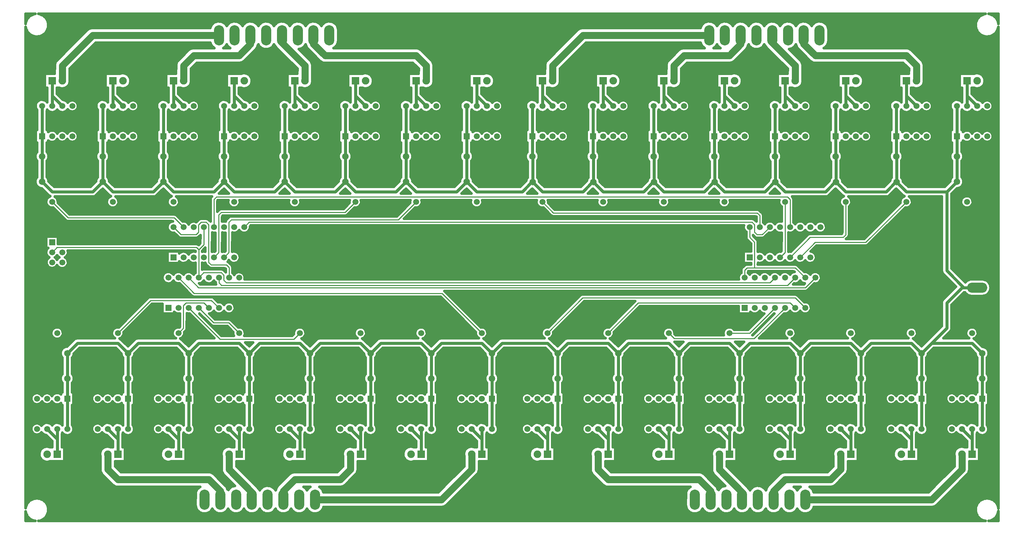
<source format=gtl>
G04 DipTrace 2.4.0.2*
%INTop.gbr*%
%MOIN*%
%ADD13C,0.01*%
%ADD14C,0.03*%
%ADD15C,0.07*%
%ADD16C,0.025*%
%ADD17C,0.065*%
%ADD18O,0.1X0.2*%
%ADD19R,0.0591X0.0591*%
%ADD20C,0.0591*%
%ADD21O,0.2X0.1*%
%ADD22R,0.0748X0.0748*%
%ADD23C,0.0748*%
%FSLAX44Y44*%
G04*
G70*
G90*
G75*
G01*
%LNTop*%
%LPD*%
X80437Y28429D2*
D13*
X79692Y27684D1*
X23687D1*
X23437Y27934D1*
Y28429D1*
X22937Y33437D2*
Y36182D1*
X23187Y36432D1*
X79687D1*
X79937Y36182D1*
Y33437D1*
X55437Y35937D2*
X56527Y34847D1*
X76687D1*
X76937Y34597D1*
Y33437D1*
X79437Y35937D2*
Y30945D1*
X78937Y30445D1*
X85437Y35937D2*
Y32677D1*
X85187Y32427D1*
X81919D1*
X79937Y30445D1*
X91437Y35937D2*
X87427Y31927D1*
X82419D1*
X80937Y30445D1*
X98437Y45437D2*
D14*
X97437Y46437D1*
Y47937D1*
Y45437D2*
Y47937D1*
X92437Y45437D2*
X91437Y46437D1*
Y47937D1*
Y45437D2*
Y47937D1*
X86437Y45437D2*
X85437Y46437D1*
Y47937D1*
Y45437D2*
Y47937D1*
X80437Y45437D2*
X79437Y46437D1*
Y47937D1*
Y45437D2*
Y47937D1*
X74437Y45437D2*
X73437Y46437D1*
Y47937D1*
Y45437D2*
Y47937D1*
X68437Y45437D2*
X67437Y46437D1*
Y47937D1*
Y45437D2*
Y47937D1*
X62437Y45437D2*
X61437Y46437D1*
Y47937D1*
Y45437D2*
Y47937D1*
X56437Y45437D2*
X55437Y46437D1*
Y47937D1*
Y45437D2*
Y47937D1*
X73937Y22937D2*
D13*
X75937D1*
X78437Y25437D1*
X67937Y22937D2*
X68482Y22392D1*
X76392D1*
X79437Y25437D1*
X61937Y22937D2*
X64932Y25932D1*
X79942D1*
X80437Y25437D1*
X55937Y22937D2*
X59432Y26432D1*
X80442D1*
X81437Y25437D1*
X54937Y13437D2*
D14*
X55937Y12437D1*
Y10937D1*
Y13437D2*
Y10937D1*
X60937Y13437D2*
X61937Y12437D1*
Y10937D1*
Y13437D2*
Y10937D1*
X66937Y13437D2*
X67937Y12437D1*
Y10937D1*
Y13437D2*
Y12437D1*
X72937Y13437D2*
X73937Y12437D1*
Y10937D1*
Y13437D2*
Y10937D1*
X78937Y13437D2*
X79937Y12437D1*
Y10937D1*
Y13437D2*
Y10937D1*
X84937Y13437D2*
X85937Y12437D1*
Y10937D1*
Y13437D2*
Y10937D1*
X90937Y13437D2*
X91937Y12437D1*
Y10937D1*
Y13437D2*
Y10937D1*
X96937Y13437D2*
X97937Y12437D1*
Y13437D1*
Y10937D1*
X49437Y22937D2*
D13*
X45505Y26869D1*
X20998D1*
X19437Y28429D1*
X31437Y22937D2*
X30837Y22337D1*
X23537D1*
X20437Y25437D1*
X25437Y22937D2*
X24410Y23964D1*
X22910D1*
X21437Y25437D1*
X19437Y22937D2*
X19932Y23432D1*
Y25682D1*
X20182Y25932D1*
X21942D1*
X22437Y25437D1*
X13437Y22937D2*
X16682Y26182D1*
X22692D1*
X23437Y25437D1*
X6437Y13437D2*
D14*
X7437Y12437D1*
Y10937D1*
Y13437D2*
Y10937D1*
X12437Y13437D2*
X13437Y12437D1*
Y10937D1*
Y13437D2*
Y10937D1*
X18437Y13437D2*
X19437Y12437D1*
Y10937D1*
Y13437D2*
Y10937D1*
X24437Y13437D2*
X25437Y12437D1*
Y10937D1*
Y13437D2*
Y10937D1*
X30437Y13437D2*
X31437Y12437D1*
Y10937D1*
Y13437D2*
Y10937D1*
X36437Y13437D2*
X37437Y12437D1*
Y10937D1*
Y13437D2*
Y10937D1*
X42437Y13437D2*
X43437Y12437D1*
Y10937D1*
Y13437D2*
Y10937D1*
X6937Y35937D2*
D13*
X8513Y34361D1*
X19013D1*
X19937Y33437D1*
X36937Y35937D2*
X35910Y34910D1*
X23682D1*
X23432Y34660D1*
Y30940D1*
X22937Y30445D1*
X42937Y35937D2*
X41182Y34182D1*
X24682D1*
X24432Y33932D1*
Y30940D1*
X23937Y30445D1*
X49937Y45437D2*
D14*
X48937Y46437D1*
Y47937D1*
Y45437D2*
Y47937D1*
X43937Y45437D2*
X42937Y46437D1*
Y47937D1*
Y45437D2*
Y47937D1*
X37937Y45437D2*
X36937Y46437D1*
Y47937D1*
Y45437D2*
Y47937D1*
X31937Y45437D2*
X30937Y46437D1*
Y47937D1*
Y45437D2*
Y47937D1*
X25937Y45437D2*
X24937Y46437D1*
Y47937D1*
Y45437D2*
Y47937D1*
X19937Y45437D2*
X18937Y46437D1*
Y47937D1*
Y45437D2*
Y47937D1*
X13937Y45437D2*
X12937Y46437D1*
Y47937D1*
Y45437D2*
Y47937D1*
X48437Y13437D2*
X49437Y12437D1*
Y10937D1*
Y13437D2*
Y10937D1*
X7937Y45437D2*
X6937Y46437D1*
Y47937D1*
Y45437D2*
Y47937D1*
X25937Y33437D2*
D13*
X26432Y33932D1*
X76182D1*
X76432Y33682D1*
Y32942D1*
X76682Y32692D1*
X77192D1*
X77937Y33437D1*
X82437Y28429D2*
X81442Y27434D1*
X21432D1*
X20437Y28429D1*
X23437Y52437D2*
D15*
X10937D1*
X7937Y49437D1*
Y47937D1*
X26557Y52437D2*
Y51557D1*
X25437Y50437D1*
X20937D1*
X19937Y49437D1*
Y47937D1*
X29677Y52437D2*
Y51697D1*
X31937Y49437D1*
Y47937D1*
X32797Y52437D2*
Y51577D1*
X33937Y50437D1*
X42937D1*
X43937Y49437D1*
Y47937D1*
X71937Y52437D2*
X59437D1*
X56437Y49437D1*
Y47937D1*
X75057Y52437D2*
Y51557D1*
X73937Y50437D1*
X69437D1*
X68437Y49437D1*
Y47937D1*
X78177Y52437D2*
Y51697D1*
X80437Y49437D1*
Y47937D1*
X81297Y52437D2*
Y51577D1*
X82437Y50437D1*
X91437D1*
X92437Y49437D1*
Y47937D1*
X81437Y6437D2*
X93937D1*
X96937Y9437D1*
Y10937D1*
X78317Y6437D2*
Y7317D1*
X79437Y8437D1*
X83937D1*
X84937Y9437D1*
Y10937D1*
X75197Y6437D2*
Y7177D1*
X72937Y9437D1*
Y10937D1*
X72077Y6437D2*
Y7297D1*
X70937Y8437D1*
X61937D1*
X60937Y9437D1*
Y10937D1*
X32937Y6437D2*
X45437D1*
X48437Y9437D1*
Y10937D1*
X29817Y6437D2*
Y7317D1*
X30937Y8437D1*
X35437D1*
X36437Y9437D1*
Y10937D1*
X26697Y6437D2*
Y7177D1*
X24437Y9437D1*
Y10937D1*
X23577Y6437D2*
Y7297D1*
X22437Y8437D1*
X13437D1*
X12437Y9437D1*
Y10937D1*
X24437Y28429D2*
D13*
Y29450D1*
X24187Y29700D1*
X22682D1*
X22432Y29950D1*
Y33682D1*
X22182Y33932D1*
X21682D1*
X21432Y33682D1*
Y32942D1*
X21182Y32692D1*
X19682D1*
X18937Y33437D1*
X81437Y28429D2*
X80462Y29404D1*
X76432D1*
Y31944D1*
X75937Y32439D1*
Y33437D1*
X75437Y28429D2*
Y29154D1*
X75687Y29404D1*
X76432D1*
X96437Y45437D2*
D14*
Y42437D1*
Y40437D1*
Y37937D1*
X90474Y37900D2*
Y40400D1*
X90437Y40437D1*
Y42437D1*
Y45437D1*
X98937Y20937D2*
Y18437D1*
Y16437D1*
Y13437D2*
Y16437D1*
X92937Y20937D2*
Y18437D1*
Y16437D1*
Y13437D2*
Y16437D1*
X86937Y20937D2*
Y18437D1*
Y16437D1*
Y13437D2*
Y16437D1*
X80937Y20937D2*
Y18437D1*
Y16437D1*
Y13437D2*
Y16437D1*
X74937Y20937D2*
Y18437D1*
Y16437D1*
Y13437D2*
Y16437D1*
X68937Y20937D2*
Y18437D1*
Y16437D1*
Y13437D2*
Y16437D1*
X62937Y20937D2*
Y18437D1*
Y16437D1*
Y13437D2*
Y16437D1*
X56937Y20937D2*
Y18437D1*
Y16437D1*
Y13437D2*
Y16437D1*
X50437Y20937D2*
Y18437D1*
Y16437D1*
Y13437D2*
Y16437D1*
X44437Y20937D2*
Y18437D1*
Y16437D1*
Y13437D2*
Y16437D1*
X38437Y20937D2*
Y18437D1*
Y16437D1*
Y13437D2*
Y16437D1*
X32437Y20937D2*
Y18437D1*
Y16437D1*
Y13437D2*
Y16437D1*
X26437Y20937D2*
Y18437D1*
Y16437D1*
Y13437D2*
Y16437D1*
X20437Y20937D2*
Y18437D1*
Y16437D1*
Y13437D2*
Y16437D1*
X14437Y20937D2*
Y18437D1*
Y16437D1*
Y13437D2*
Y16437D1*
X8437Y20937D2*
Y18437D1*
Y16437D1*
Y13437D2*
Y16437D1*
X92937Y20937D2*
X91937Y21937D1*
X87937D1*
X86937Y20937D1*
X85937Y21937D1*
X81937D1*
X80937Y20937D1*
X79937Y21937D1*
X75937D1*
X74937Y20937D1*
X73937Y21937D1*
X69937D1*
X68937Y20937D1*
X67937Y21937D1*
X63937D1*
X62937Y20937D1*
X61937Y21937D1*
X57937D1*
X56937Y20937D1*
X55937Y21937D1*
X51437D1*
X50437Y20937D1*
X49437Y21937D1*
X45437D1*
X44437Y20937D1*
X43437Y21937D1*
X39437D1*
X38437Y20937D1*
X37437Y21937D1*
X33437D1*
X32437Y20937D1*
X31437Y21937D1*
X27437D1*
X26437Y20937D1*
X25437Y21937D1*
X21437D1*
X20437Y20937D1*
X19437Y21937D1*
X15437D1*
X14437Y20937D1*
X13437Y21937D1*
X9437D1*
X8437Y20937D1*
X98937D2*
X97937Y21937D1*
X93937D1*
X92937Y20937D1*
X84474Y37900D2*
Y40400D1*
X84437Y40437D1*
Y42437D1*
Y45437D1*
X78474Y37900D2*
Y40400D1*
X78437Y40437D1*
Y42437D1*
Y45437D1*
X72474Y37900D2*
Y40400D1*
X72437Y40437D1*
Y42437D1*
Y45437D1*
X66474Y37900D2*
Y40400D1*
X66437Y40437D1*
Y42437D1*
Y45437D1*
X60474Y37900D2*
Y40400D1*
X60437Y40437D1*
Y42437D1*
Y45437D2*
Y42437D1*
X54474Y37900D2*
Y40400D1*
X54437Y40437D1*
Y42437D1*
Y45437D1*
X47937Y37937D2*
Y40437D1*
Y42437D1*
Y45437D1*
X41937Y37937D2*
Y40437D1*
Y42437D1*
Y45437D1*
X35937Y37937D2*
Y40437D1*
Y42437D1*
Y45437D1*
X29937Y37937D2*
Y40437D1*
Y42437D1*
Y45437D1*
X23937Y37937D2*
Y40437D1*
Y42437D1*
Y45437D1*
X17937Y37937D2*
Y40437D1*
Y42437D1*
Y45437D1*
X11937Y37937D2*
Y40437D1*
Y42437D1*
Y45437D1*
X5937Y37937D2*
Y40437D1*
Y42437D1*
Y45437D1*
X98437Y27437D2*
X97129D1*
X96937D1*
X95437Y25937D1*
Y23437D1*
X93937Y21937D1*
X96437Y37937D2*
X95437Y36937D1*
X91437D1*
X90474Y37900D1*
X90400D1*
X89437Y36937D1*
X85437D1*
X84474Y37900D1*
X84400D1*
X83437Y36937D1*
X79437D1*
X78474Y37900D1*
X78400D1*
X77437Y36937D1*
X73437D1*
X72474Y37900D1*
X72400D1*
X71437Y36937D1*
X67437D1*
X66474Y37900D1*
X66400D1*
X65437Y36937D1*
X61437D1*
X60474Y37900D1*
X60400D1*
X59437Y36937D1*
X55437D1*
X54474Y37900D1*
X54400D1*
X53437Y36937D1*
X48937D1*
X47937Y37937D1*
X46937Y36937D1*
X42937D1*
X41937Y37937D1*
X40937Y36937D1*
X36937D1*
X35937Y37937D1*
X34937Y36937D1*
X30937D1*
X29937Y37937D1*
X28937Y36937D1*
X24937D1*
X23937Y37937D1*
X22937Y36937D1*
X18937D1*
X17937Y37937D1*
X16937Y36937D1*
X12937D1*
X11937Y37937D1*
X10937Y36937D1*
X6937D1*
X5937Y37937D1*
X95437Y36937D2*
Y29129D1*
X97129Y27437D1*
X21937Y33437D2*
D13*
Y31702D1*
X21437Y31202D1*
X21207Y31432D1*
X7432D1*
X6937Y30937D1*
X78437Y28429D2*
X77942Y27934D1*
X24182D1*
X23932Y28184D1*
Y28674D1*
X23682Y28924D1*
X21932D1*
X21437Y28429D1*
Y31202D1*
X4347Y54303D2*
D16*
X4693D1*
X6181D2*
X98693D1*
X100181D2*
X100526D1*
X4347Y54055D2*
X4471D1*
X6404D2*
X98471D1*
X100404D2*
X100526D1*
X6525Y53806D2*
X23244D1*
X23630D2*
X24807D1*
X25189D2*
X26365D1*
X26747D2*
X27924D1*
X28310D2*
X29486D1*
X29868D2*
X31045D1*
X31431D2*
X32604D1*
X32990D2*
X34166D1*
X34548D2*
X71744D1*
X72130D2*
X73307D1*
X73689D2*
X74865D1*
X75247D2*
X76424D1*
X76810D2*
X77986D1*
X78368D2*
X79545D1*
X79931D2*
X81104D1*
X81490D2*
X82666D1*
X83048D2*
X98350D1*
X6583Y53557D2*
X22779D1*
X24095D2*
X24342D1*
X25654D2*
X25901D1*
X27212D2*
X27459D1*
X28775D2*
X29022D1*
X30333D2*
X30580D1*
X31892D2*
X32143D1*
X33454D2*
X33701D1*
X35013D2*
X71279D1*
X72595D2*
X72842D1*
X74154D2*
X74401D1*
X75712D2*
X75959D1*
X77275D2*
X77522D1*
X78833D2*
X79080D1*
X80392D2*
X80643D1*
X81954D2*
X82201D1*
X83513D2*
X98291D1*
X6579Y53309D2*
X22608D1*
X35185D2*
X71108D1*
X83685D2*
X98295D1*
X6525Y53060D2*
X10522D1*
X35259D2*
X59022D1*
X83759D2*
X98350D1*
X4347Y52811D2*
X4475D1*
X6400D2*
X10248D1*
X35267D2*
X58748D1*
X83767D2*
X98475D1*
X100400D2*
X100525D1*
X4347Y52563D2*
X4701D1*
X6173D2*
X9998D1*
X35267D2*
X58498D1*
X83767D2*
X98701D1*
X100173D2*
X100526D1*
X4347Y52314D2*
X5330D1*
X5546D2*
X9748D1*
X35267D2*
X58248D1*
X83767D2*
X99330D1*
X99546D2*
X100526D1*
X4347Y52065D2*
X9502D1*
X35267D2*
X58002D1*
X83767D2*
X100526D1*
X4347Y51816D2*
X9252D1*
X35259D2*
X57752D1*
X83759D2*
X100526D1*
X4347Y51568D2*
X9002D1*
X11130D2*
X22608D1*
X35185D2*
X57502D1*
X59630D2*
X71108D1*
X83685D2*
X100526D1*
X4347Y51319D2*
X8756D1*
X10884D2*
X22779D1*
X24095D2*
X24338D1*
X27279D2*
X27459D1*
X28775D2*
X29018D1*
X31896D2*
X32084D1*
X35017D2*
X57256D1*
X59384D2*
X71279D1*
X72595D2*
X72838D1*
X75779D2*
X75959D1*
X77275D2*
X77518D1*
X80396D2*
X80584D1*
X83517D2*
X100526D1*
X4347Y51070D2*
X8506D1*
X10634D2*
X20541D1*
X27134D2*
X27912D1*
X28322D2*
X29240D1*
X31439D2*
X32240D1*
X43333D2*
X57006D1*
X59134D2*
X69041D1*
X75634D2*
X76412D1*
X76822D2*
X77740D1*
X79939D2*
X80740D1*
X91833D2*
X100526D1*
X4347Y50822D2*
X8256D1*
X10384D2*
X20256D1*
X26884D2*
X29486D1*
X31618D2*
X32486D1*
X43618D2*
X56756D1*
X58884D2*
X68756D1*
X75384D2*
X77986D1*
X80118D2*
X80986D1*
X92118D2*
X100526D1*
X4347Y50573D2*
X8010D1*
X10138D2*
X20010D1*
X26638D2*
X29736D1*
X31865D2*
X32736D1*
X43865D2*
X56510D1*
X58638D2*
X68510D1*
X75138D2*
X78236D1*
X80365D2*
X81236D1*
X92365D2*
X100526D1*
X4347Y50324D2*
X7760D1*
X9888D2*
X19760D1*
X26388D2*
X29986D1*
X32115D2*
X32986D1*
X44115D2*
X56260D1*
X58388D2*
X68260D1*
X74888D2*
X78486D1*
X80615D2*
X81486D1*
X92615D2*
X100526D1*
X4347Y50076D2*
X7510D1*
X9638D2*
X19510D1*
X26138D2*
X30233D1*
X32365D2*
X33233D1*
X44365D2*
X56010D1*
X58138D2*
X68010D1*
X74638D2*
X78733D1*
X80865D2*
X81733D1*
X92865D2*
X100526D1*
X4347Y49827D2*
X7287D1*
X9392D2*
X19287D1*
X25872D2*
X30483D1*
X32583D2*
X33502D1*
X44583D2*
X55787D1*
X57892D2*
X67787D1*
X74372D2*
X78983D1*
X81083D2*
X82002D1*
X93083D2*
X100526D1*
X4347Y49578D2*
X7190D1*
X9142D2*
X19190D1*
X21142D2*
X30733D1*
X32685D2*
X42733D1*
X44685D2*
X55690D1*
X57642D2*
X67690D1*
X69642D2*
X79233D1*
X81185D2*
X91233D1*
X93185D2*
X100526D1*
X4347Y49330D2*
X7178D1*
X8892D2*
X19178D1*
X20892D2*
X30979D1*
X32697D2*
X42979D1*
X44697D2*
X55678D1*
X57392D2*
X67678D1*
X69392D2*
X79479D1*
X81197D2*
X91479D1*
X93197D2*
X100526D1*
X4347Y49081D2*
X7178D1*
X8697D2*
X19178D1*
X20697D2*
X31178D1*
X32697D2*
X43178D1*
X44697D2*
X55678D1*
X57197D2*
X67678D1*
X69197D2*
X79678D1*
X81197D2*
X91678D1*
X93197D2*
X100526D1*
X4347Y48832D2*
X7178D1*
X8697D2*
X19178D1*
X20697D2*
X31178D1*
X32697D2*
X43178D1*
X44697D2*
X55678D1*
X57197D2*
X67678D1*
X69197D2*
X79678D1*
X81197D2*
X91678D1*
X93197D2*
X100526D1*
X4347Y48584D2*
X6201D1*
X8697D2*
X12201D1*
X14361D2*
X18201D1*
X20697D2*
X24201D1*
X26361D2*
X30201D1*
X32697D2*
X36201D1*
X38361D2*
X42201D1*
X44697D2*
X48201D1*
X50361D2*
X54701D1*
X57197D2*
X60701D1*
X62861D2*
X66701D1*
X69197D2*
X72701D1*
X74861D2*
X78701D1*
X81197D2*
X84701D1*
X86861D2*
X90701D1*
X93197D2*
X96701D1*
X98861D2*
X100526D1*
X4347Y48335D2*
X6201D1*
X8697D2*
X12201D1*
X14607D2*
X18201D1*
X20697D2*
X24201D1*
X26607D2*
X30201D1*
X32697D2*
X36201D1*
X38607D2*
X42201D1*
X44697D2*
X48201D1*
X50607D2*
X54701D1*
X57197D2*
X60701D1*
X63107D2*
X66701D1*
X69197D2*
X72701D1*
X75107D2*
X78701D1*
X81197D2*
X84701D1*
X87107D2*
X90701D1*
X93197D2*
X96701D1*
X99107D2*
X100526D1*
X4347Y48086D2*
X6201D1*
X8704D2*
X12201D1*
X14704D2*
X18201D1*
X20704D2*
X24201D1*
X26704D2*
X30201D1*
X32704D2*
X36201D1*
X38704D2*
X42201D1*
X44704D2*
X48201D1*
X50704D2*
X54701D1*
X57204D2*
X60701D1*
X63204D2*
X66701D1*
X69204D2*
X72701D1*
X75204D2*
X78701D1*
X81204D2*
X84701D1*
X87204D2*
X90701D1*
X93204D2*
X96701D1*
X99204D2*
X100526D1*
X4347Y47837D2*
X6201D1*
X8716D2*
X12201D1*
X14716D2*
X18201D1*
X20716D2*
X24201D1*
X26716D2*
X30201D1*
X32716D2*
X36201D1*
X38716D2*
X42201D1*
X44716D2*
X48201D1*
X50716D2*
X54701D1*
X57216D2*
X60701D1*
X63216D2*
X66701D1*
X69216D2*
X72701D1*
X75216D2*
X78701D1*
X81216D2*
X84701D1*
X87216D2*
X90701D1*
X93216D2*
X96701D1*
X99216D2*
X100526D1*
X4347Y47589D2*
X6201D1*
X8638D2*
X12201D1*
X14638D2*
X18201D1*
X20638D2*
X24201D1*
X26638D2*
X30201D1*
X32638D2*
X36201D1*
X38638D2*
X42201D1*
X44638D2*
X48201D1*
X50638D2*
X54701D1*
X57138D2*
X60701D1*
X63138D2*
X66701D1*
X69138D2*
X72701D1*
X75138D2*
X78701D1*
X81138D2*
X84701D1*
X87138D2*
X90701D1*
X93138D2*
X96701D1*
X99138D2*
X100526D1*
X4347Y47340D2*
X6201D1*
X8431D2*
X12201D1*
X14431D2*
X18201D1*
X20431D2*
X24201D1*
X26431D2*
X30201D1*
X32431D2*
X36201D1*
X38431D2*
X42201D1*
X44431D2*
X48201D1*
X50431D2*
X54701D1*
X56931D2*
X60701D1*
X62931D2*
X66701D1*
X68931D2*
X72701D1*
X74931D2*
X78701D1*
X80931D2*
X84701D1*
X86931D2*
X90701D1*
X92931D2*
X96701D1*
X98931D2*
X100526D1*
X4347Y47091D2*
X6428D1*
X7447D2*
X12428D1*
X13447D2*
X18428D1*
X19447D2*
X24428D1*
X25447D2*
X30428D1*
X31447D2*
X36428D1*
X37447D2*
X42428D1*
X43447D2*
X48428D1*
X49447D2*
X54928D1*
X55947D2*
X60928D1*
X61947D2*
X66928D1*
X67947D2*
X72928D1*
X73947D2*
X78928D1*
X79947D2*
X84928D1*
X85947D2*
X90928D1*
X91947D2*
X96928D1*
X97947D2*
X100526D1*
X4347Y46843D2*
X6428D1*
X7447D2*
X12428D1*
X13447D2*
X18428D1*
X19447D2*
X24428D1*
X25447D2*
X30428D1*
X31447D2*
X36428D1*
X37447D2*
X42428D1*
X43447D2*
X48428D1*
X49447D2*
X54928D1*
X55947D2*
X60928D1*
X61947D2*
X66928D1*
X67947D2*
X72928D1*
X73947D2*
X78928D1*
X79947D2*
X84928D1*
X85947D2*
X90928D1*
X91947D2*
X96928D1*
X97947D2*
X100526D1*
X4347Y46594D2*
X6428D1*
X7490D2*
X12428D1*
X13490D2*
X18428D1*
X19490D2*
X24428D1*
X25490D2*
X30428D1*
X31490D2*
X36428D1*
X37490D2*
X42428D1*
X43490D2*
X48428D1*
X49490D2*
X54928D1*
X55990D2*
X60928D1*
X61990D2*
X66928D1*
X67990D2*
X72928D1*
X73990D2*
X78928D1*
X79990D2*
X84928D1*
X85990D2*
X90928D1*
X91990D2*
X96928D1*
X97990D2*
X100526D1*
X4347Y46345D2*
X6428D1*
X7740D2*
X12428D1*
X13740D2*
X18428D1*
X19740D2*
X24428D1*
X25740D2*
X30428D1*
X31740D2*
X36428D1*
X37740D2*
X42428D1*
X43740D2*
X48428D1*
X49740D2*
X54928D1*
X56240D2*
X60928D1*
X62240D2*
X66928D1*
X68240D2*
X72928D1*
X74240D2*
X78928D1*
X80240D2*
X84928D1*
X86240D2*
X90928D1*
X92240D2*
X96928D1*
X98240D2*
X100526D1*
X4347Y46097D2*
X6428D1*
X7990D2*
X12428D1*
X13990D2*
X18428D1*
X19990D2*
X24428D1*
X25990D2*
X30428D1*
X31990D2*
X36428D1*
X37990D2*
X42428D1*
X43990D2*
X48428D1*
X49990D2*
X54928D1*
X56490D2*
X60928D1*
X62490D2*
X66928D1*
X68490D2*
X72928D1*
X74490D2*
X78928D1*
X80490D2*
X84928D1*
X86490D2*
X90928D1*
X92490D2*
X96928D1*
X98490D2*
X100526D1*
X4347Y45848D2*
X5436D1*
X8439D2*
X8530D1*
X9341D2*
X11436D1*
X14439D2*
X14530D1*
X15341D2*
X17436D1*
X20439D2*
X20530D1*
X21341D2*
X23436D1*
X26439D2*
X26530D1*
X27341D2*
X29436D1*
X32439D2*
X32530D1*
X33341D2*
X35436D1*
X38439D2*
X38530D1*
X39341D2*
X41436D1*
X44439D2*
X44530D1*
X45341D2*
X47436D1*
X50439D2*
X50530D1*
X51341D2*
X53936D1*
X56939D2*
X57030D1*
X57841D2*
X59936D1*
X62939D2*
X63030D1*
X63841D2*
X65936D1*
X68939D2*
X69030D1*
X69841D2*
X71936D1*
X74939D2*
X75030D1*
X75841D2*
X77936D1*
X80939D2*
X81030D1*
X81841D2*
X83936D1*
X86939D2*
X87030D1*
X87841D2*
X89936D1*
X92939D2*
X93030D1*
X93841D2*
X95936D1*
X98939D2*
X99030D1*
X99841D2*
X100526D1*
X4347Y45599D2*
X5303D1*
X9497D2*
X11303D1*
X15497D2*
X17303D1*
X21497D2*
X23303D1*
X27497D2*
X29303D1*
X33497D2*
X35303D1*
X39497D2*
X41303D1*
X45497D2*
X47303D1*
X51497D2*
X53803D1*
X57997D2*
X59803D1*
X63997D2*
X65803D1*
X69997D2*
X71803D1*
X75997D2*
X77803D1*
X81997D2*
X83803D1*
X87997D2*
X89803D1*
X93997D2*
X95803D1*
X99997D2*
X100526D1*
X4347Y45351D2*
X5287D1*
X9517D2*
X11287D1*
X15517D2*
X17287D1*
X21517D2*
X23287D1*
X27517D2*
X29287D1*
X33517D2*
X35287D1*
X39517D2*
X41287D1*
X45517D2*
X47287D1*
X51517D2*
X53787D1*
X58017D2*
X59787D1*
X64017D2*
X65787D1*
X70017D2*
X71787D1*
X76017D2*
X77787D1*
X82017D2*
X83787D1*
X88017D2*
X89787D1*
X94017D2*
X95787D1*
X100017D2*
X100526D1*
X4347Y45102D2*
X5377D1*
X9411D2*
X11377D1*
X15411D2*
X17377D1*
X21411D2*
X23377D1*
X27411D2*
X29377D1*
X33411D2*
X35377D1*
X39411D2*
X41377D1*
X45411D2*
X47377D1*
X51411D2*
X53877D1*
X57911D2*
X59877D1*
X63911D2*
X65877D1*
X69911D2*
X71877D1*
X75911D2*
X77877D1*
X81911D2*
X83877D1*
X87911D2*
X89877D1*
X93911D2*
X95877D1*
X99911D2*
X100526D1*
X4347Y44853D2*
X5428D1*
X6447D2*
X6674D1*
X7201D2*
X7674D1*
X8201D2*
X11428D1*
X12447D2*
X12674D1*
X13201D2*
X13674D1*
X14201D2*
X17428D1*
X18447D2*
X18674D1*
X19201D2*
X19674D1*
X20201D2*
X23428D1*
X24447D2*
X24674D1*
X25201D2*
X25674D1*
X26201D2*
X29428D1*
X30447D2*
X30674D1*
X31201D2*
X31674D1*
X32201D2*
X35428D1*
X36447D2*
X36674D1*
X37201D2*
X37674D1*
X38201D2*
X41428D1*
X42447D2*
X42674D1*
X43201D2*
X43674D1*
X44201D2*
X47428D1*
X48447D2*
X48674D1*
X49201D2*
X49674D1*
X50201D2*
X53928D1*
X54947D2*
X55174D1*
X55701D2*
X56174D1*
X56701D2*
X59928D1*
X60947D2*
X61174D1*
X61701D2*
X62174D1*
X62701D2*
X65928D1*
X66947D2*
X67174D1*
X67701D2*
X68174D1*
X68701D2*
X71928D1*
X72947D2*
X73174D1*
X73701D2*
X74174D1*
X74701D2*
X77928D1*
X78947D2*
X79174D1*
X79701D2*
X80174D1*
X80701D2*
X83928D1*
X84947D2*
X85174D1*
X85701D2*
X86174D1*
X86701D2*
X89928D1*
X90947D2*
X91174D1*
X91701D2*
X92174D1*
X92701D2*
X95928D1*
X96947D2*
X97174D1*
X97701D2*
X98174D1*
X98701D2*
X100526D1*
X4347Y44605D2*
X5428D1*
X6447D2*
X11428D1*
X12447D2*
X17428D1*
X18447D2*
X23428D1*
X24447D2*
X29428D1*
X30447D2*
X35428D1*
X36447D2*
X41428D1*
X42447D2*
X47428D1*
X48447D2*
X53928D1*
X54947D2*
X59928D1*
X60947D2*
X65928D1*
X66947D2*
X71928D1*
X72947D2*
X77928D1*
X78947D2*
X83928D1*
X84947D2*
X89928D1*
X90947D2*
X95928D1*
X96947D2*
X100526D1*
X4347Y44356D2*
X5428D1*
X6447D2*
X11428D1*
X12447D2*
X17428D1*
X18447D2*
X23428D1*
X24447D2*
X29428D1*
X30447D2*
X35428D1*
X36447D2*
X41428D1*
X42447D2*
X47428D1*
X48447D2*
X53928D1*
X54947D2*
X59928D1*
X60947D2*
X65928D1*
X66947D2*
X71928D1*
X72947D2*
X77928D1*
X78947D2*
X83928D1*
X84947D2*
X89928D1*
X90947D2*
X95928D1*
X96947D2*
X100526D1*
X4347Y44107D2*
X5428D1*
X6447D2*
X11428D1*
X12447D2*
X17428D1*
X18447D2*
X23428D1*
X24447D2*
X29428D1*
X30447D2*
X35428D1*
X36447D2*
X41428D1*
X42447D2*
X47428D1*
X48447D2*
X53928D1*
X54947D2*
X59928D1*
X60947D2*
X65928D1*
X66947D2*
X71928D1*
X72947D2*
X77928D1*
X78947D2*
X83928D1*
X84947D2*
X89928D1*
X90947D2*
X95928D1*
X96947D2*
X100526D1*
X4347Y43858D2*
X5428D1*
X6447D2*
X11428D1*
X12447D2*
X17428D1*
X18447D2*
X23428D1*
X24447D2*
X29428D1*
X30447D2*
X35428D1*
X36447D2*
X41428D1*
X42447D2*
X47428D1*
X48447D2*
X53928D1*
X54947D2*
X59928D1*
X60947D2*
X65928D1*
X66947D2*
X71928D1*
X72947D2*
X77928D1*
X78947D2*
X83928D1*
X84947D2*
X89928D1*
X90947D2*
X95928D1*
X96947D2*
X100526D1*
X4347Y43610D2*
X5428D1*
X6447D2*
X11428D1*
X12447D2*
X17428D1*
X18447D2*
X23428D1*
X24447D2*
X29428D1*
X30447D2*
X35428D1*
X36447D2*
X41428D1*
X42447D2*
X47428D1*
X48447D2*
X53928D1*
X54947D2*
X59928D1*
X60947D2*
X65928D1*
X66947D2*
X71928D1*
X72947D2*
X77928D1*
X78947D2*
X83928D1*
X84947D2*
X89928D1*
X90947D2*
X95928D1*
X96947D2*
X100526D1*
X4347Y43361D2*
X5428D1*
X6447D2*
X11428D1*
X12447D2*
X17428D1*
X18447D2*
X23428D1*
X24447D2*
X29428D1*
X30447D2*
X35428D1*
X36447D2*
X41428D1*
X42447D2*
X47428D1*
X48447D2*
X53928D1*
X54947D2*
X59928D1*
X60947D2*
X65928D1*
X66947D2*
X71928D1*
X72947D2*
X77928D1*
X78947D2*
X83928D1*
X84947D2*
X89928D1*
X90947D2*
X95928D1*
X96947D2*
X100526D1*
X4347Y43112D2*
X5428D1*
X6447D2*
X11428D1*
X12447D2*
X17428D1*
X18447D2*
X23428D1*
X24447D2*
X29428D1*
X30447D2*
X35428D1*
X36447D2*
X41428D1*
X42447D2*
X47428D1*
X48447D2*
X53928D1*
X54947D2*
X59928D1*
X60947D2*
X65928D1*
X66947D2*
X71928D1*
X72947D2*
X77928D1*
X78947D2*
X83928D1*
X84947D2*
X89928D1*
X90947D2*
X95928D1*
X96947D2*
X100526D1*
X4347Y42864D2*
X5283D1*
X7357D2*
X7549D1*
X8326D2*
X8549D1*
X9326D2*
X11283D1*
X13357D2*
X13549D1*
X14326D2*
X14549D1*
X15326D2*
X17283D1*
X19357D2*
X19549D1*
X20326D2*
X20549D1*
X21326D2*
X23283D1*
X25357D2*
X25549D1*
X26326D2*
X26549D1*
X27326D2*
X29283D1*
X31357D2*
X31549D1*
X32326D2*
X32549D1*
X33326D2*
X35283D1*
X37357D2*
X37549D1*
X38326D2*
X38549D1*
X39326D2*
X41283D1*
X43357D2*
X43549D1*
X44326D2*
X44549D1*
X45326D2*
X47283D1*
X49357D2*
X49549D1*
X50326D2*
X50549D1*
X51326D2*
X53783D1*
X55857D2*
X56049D1*
X56826D2*
X57049D1*
X57826D2*
X59783D1*
X61857D2*
X62049D1*
X62826D2*
X63049D1*
X63826D2*
X65783D1*
X67857D2*
X68049D1*
X68826D2*
X69049D1*
X69826D2*
X71783D1*
X73857D2*
X74049D1*
X74826D2*
X75049D1*
X75826D2*
X77783D1*
X79857D2*
X80049D1*
X80826D2*
X81049D1*
X81826D2*
X83783D1*
X85857D2*
X86049D1*
X86826D2*
X87049D1*
X87826D2*
X89783D1*
X91857D2*
X92049D1*
X92826D2*
X93049D1*
X93826D2*
X95783D1*
X97857D2*
X98049D1*
X98826D2*
X99049D1*
X99826D2*
X100526D1*
X4347Y42615D2*
X5283D1*
X9493D2*
X11283D1*
X15493D2*
X17283D1*
X21493D2*
X23283D1*
X27493D2*
X29283D1*
X33493D2*
X35283D1*
X39493D2*
X41283D1*
X45493D2*
X47283D1*
X51493D2*
X53783D1*
X57993D2*
X59783D1*
X63993D2*
X65783D1*
X69993D2*
X71783D1*
X75993D2*
X77783D1*
X81993D2*
X83783D1*
X87993D2*
X89783D1*
X93993D2*
X95783D1*
X99993D2*
X100526D1*
X4347Y42366D2*
X5283D1*
X9517D2*
X11283D1*
X15517D2*
X17283D1*
X21517D2*
X23283D1*
X27517D2*
X29283D1*
X33517D2*
X35283D1*
X39517D2*
X41283D1*
X45517D2*
X47283D1*
X51517D2*
X53783D1*
X58017D2*
X59783D1*
X64017D2*
X65783D1*
X70017D2*
X71783D1*
X76017D2*
X77783D1*
X82017D2*
X83783D1*
X88017D2*
X89783D1*
X94017D2*
X95783D1*
X100017D2*
X100526D1*
X4347Y42118D2*
X5283D1*
X9423D2*
X11283D1*
X15423D2*
X17283D1*
X21423D2*
X23283D1*
X27423D2*
X29283D1*
X33423D2*
X35283D1*
X39423D2*
X41283D1*
X45423D2*
X47283D1*
X51423D2*
X53783D1*
X57923D2*
X59783D1*
X63923D2*
X65783D1*
X69923D2*
X71783D1*
X75923D2*
X77783D1*
X81923D2*
X83783D1*
X87923D2*
X89783D1*
X93923D2*
X95783D1*
X99923D2*
X100526D1*
X4347Y41869D2*
X5283D1*
X6591D2*
X6795D1*
X7079D2*
X11283D1*
X12591D2*
X12795D1*
X13079D2*
X17283D1*
X18591D2*
X18795D1*
X19079D2*
X23283D1*
X24591D2*
X24795D1*
X25079D2*
X29283D1*
X30591D2*
X30795D1*
X31079D2*
X35283D1*
X36591D2*
X36795D1*
X37079D2*
X41283D1*
X42591D2*
X42795D1*
X43079D2*
X47283D1*
X48591D2*
X48795D1*
X49079D2*
X53783D1*
X55091D2*
X55295D1*
X55579D2*
X59783D1*
X61091D2*
X61295D1*
X61579D2*
X65783D1*
X67091D2*
X67295D1*
X67579D2*
X71783D1*
X73091D2*
X73295D1*
X73579D2*
X77783D1*
X79091D2*
X79295D1*
X79579D2*
X83783D1*
X85091D2*
X85295D1*
X85579D2*
X89783D1*
X91091D2*
X91295D1*
X91579D2*
X95783D1*
X97091D2*
X97295D1*
X97579D2*
X100526D1*
X4347Y41620D2*
X5428D1*
X6447D2*
X11428D1*
X12447D2*
X17428D1*
X18447D2*
X23428D1*
X24447D2*
X29428D1*
X30447D2*
X35428D1*
X36447D2*
X41428D1*
X42447D2*
X47428D1*
X48447D2*
X53928D1*
X54947D2*
X59928D1*
X60947D2*
X65928D1*
X66947D2*
X71928D1*
X72947D2*
X77928D1*
X78947D2*
X83928D1*
X84947D2*
X89928D1*
X90947D2*
X95928D1*
X96947D2*
X100526D1*
X4347Y41372D2*
X5428D1*
X6447D2*
X11428D1*
X12447D2*
X17428D1*
X18447D2*
X23428D1*
X24447D2*
X29428D1*
X30447D2*
X35428D1*
X36447D2*
X41428D1*
X42447D2*
X47428D1*
X48447D2*
X53928D1*
X54947D2*
X59928D1*
X60947D2*
X65928D1*
X66947D2*
X71928D1*
X72947D2*
X77928D1*
X78947D2*
X83928D1*
X84947D2*
X89928D1*
X90947D2*
X95928D1*
X96947D2*
X100526D1*
X4347Y41123D2*
X5428D1*
X6447D2*
X11428D1*
X12447D2*
X17428D1*
X18447D2*
X23428D1*
X24447D2*
X29428D1*
X30447D2*
X35428D1*
X36447D2*
X41428D1*
X42447D2*
X47428D1*
X48447D2*
X53928D1*
X54947D2*
X59928D1*
X60947D2*
X65928D1*
X66947D2*
X71928D1*
X72947D2*
X77928D1*
X78947D2*
X83928D1*
X84947D2*
X89928D1*
X90947D2*
X95928D1*
X96947D2*
X100526D1*
X4347Y40874D2*
X5416D1*
X6454D2*
X11416D1*
X12454D2*
X17416D1*
X18454D2*
X23416D1*
X24454D2*
X29416D1*
X30454D2*
X35416D1*
X36454D2*
X41416D1*
X42454D2*
X47416D1*
X48454D2*
X53916D1*
X54954D2*
X59916D1*
X60954D2*
X65916D1*
X66954D2*
X71916D1*
X72954D2*
X77916D1*
X78954D2*
X83916D1*
X84954D2*
X89916D1*
X90954D2*
X95916D1*
X96954D2*
X100526D1*
X4347Y40626D2*
X5279D1*
X6595D2*
X11279D1*
X12595D2*
X17279D1*
X18595D2*
X23279D1*
X24595D2*
X29279D1*
X30595D2*
X35279D1*
X36595D2*
X41279D1*
X42595D2*
X47279D1*
X48595D2*
X53779D1*
X55095D2*
X59779D1*
X61095D2*
X65779D1*
X67095D2*
X71779D1*
X73095D2*
X77779D1*
X79095D2*
X83779D1*
X85095D2*
X89779D1*
X91095D2*
X95779D1*
X97095D2*
X100526D1*
X4347Y40377D2*
X5256D1*
X6618D2*
X11256D1*
X12618D2*
X17256D1*
X18618D2*
X23256D1*
X24618D2*
X29256D1*
X30618D2*
X35256D1*
X36618D2*
X41256D1*
X42618D2*
X47256D1*
X48618D2*
X53756D1*
X55118D2*
X59756D1*
X61118D2*
X65756D1*
X67118D2*
X71756D1*
X73118D2*
X77756D1*
X79118D2*
X83756D1*
X85118D2*
X89756D1*
X91118D2*
X95756D1*
X97118D2*
X100526D1*
X4347Y40128D2*
X5330D1*
X6544D2*
X11330D1*
X12544D2*
X17330D1*
X18544D2*
X23330D1*
X24544D2*
X29330D1*
X30544D2*
X35330D1*
X36544D2*
X41330D1*
X42544D2*
X47330D1*
X48544D2*
X53830D1*
X55044D2*
X59830D1*
X61044D2*
X65830D1*
X67044D2*
X71830D1*
X73044D2*
X77830D1*
X79044D2*
X83830D1*
X85044D2*
X89830D1*
X91044D2*
X95830D1*
X97044D2*
X100526D1*
X4347Y39879D2*
X5428D1*
X6447D2*
X11428D1*
X12447D2*
X17428D1*
X18447D2*
X23428D1*
X24447D2*
X29428D1*
X30447D2*
X35428D1*
X36447D2*
X41428D1*
X42447D2*
X47428D1*
X48447D2*
X53963D1*
X54986D2*
X59963D1*
X60986D2*
X65963D1*
X66986D2*
X71963D1*
X72986D2*
X77963D1*
X78986D2*
X83963D1*
X84986D2*
X89963D1*
X90986D2*
X95928D1*
X96947D2*
X100526D1*
X4347Y39631D2*
X5428D1*
X6447D2*
X11428D1*
X12447D2*
X17428D1*
X18447D2*
X23428D1*
X24447D2*
X29428D1*
X30447D2*
X35428D1*
X36447D2*
X41428D1*
X42447D2*
X47428D1*
X48447D2*
X53963D1*
X54986D2*
X59963D1*
X60986D2*
X65963D1*
X66986D2*
X71963D1*
X72986D2*
X77963D1*
X78986D2*
X83963D1*
X84986D2*
X89963D1*
X90986D2*
X95928D1*
X96947D2*
X100526D1*
X4347Y39382D2*
X5428D1*
X6447D2*
X11428D1*
X12447D2*
X17428D1*
X18447D2*
X23428D1*
X24447D2*
X29428D1*
X30447D2*
X35428D1*
X36447D2*
X41428D1*
X42447D2*
X47428D1*
X48447D2*
X53963D1*
X54986D2*
X59963D1*
X60986D2*
X65963D1*
X66986D2*
X71963D1*
X72986D2*
X77963D1*
X78986D2*
X83963D1*
X84986D2*
X89963D1*
X90986D2*
X95928D1*
X96947D2*
X100526D1*
X4347Y39133D2*
X5428D1*
X6447D2*
X11428D1*
X12447D2*
X17428D1*
X18447D2*
X23428D1*
X24447D2*
X29428D1*
X30447D2*
X35428D1*
X36447D2*
X41428D1*
X42447D2*
X47428D1*
X48447D2*
X53963D1*
X54986D2*
X59963D1*
X60986D2*
X65963D1*
X66986D2*
X71963D1*
X72986D2*
X77963D1*
X78986D2*
X83963D1*
X84986D2*
X89963D1*
X90986D2*
X95928D1*
X96947D2*
X100526D1*
X4347Y38885D2*
X5428D1*
X6447D2*
X11428D1*
X12447D2*
X17428D1*
X18447D2*
X23428D1*
X24447D2*
X29428D1*
X30447D2*
X35428D1*
X36447D2*
X41428D1*
X42447D2*
X47428D1*
X48447D2*
X53963D1*
X54986D2*
X59963D1*
X60986D2*
X65963D1*
X66986D2*
X71963D1*
X72986D2*
X77963D1*
X78986D2*
X83963D1*
X84986D2*
X89963D1*
X90986D2*
X95928D1*
X96947D2*
X100526D1*
X4347Y38636D2*
X5428D1*
X6447D2*
X11428D1*
X12447D2*
X17428D1*
X18447D2*
X23428D1*
X24447D2*
X29428D1*
X30447D2*
X35428D1*
X36447D2*
X41428D1*
X42447D2*
X47428D1*
X48447D2*
X53963D1*
X54986D2*
X59963D1*
X60986D2*
X65963D1*
X66986D2*
X71963D1*
X72986D2*
X77963D1*
X78986D2*
X83963D1*
X84986D2*
X89963D1*
X90986D2*
X95928D1*
X96947D2*
X100526D1*
X4347Y38387D2*
X5428D1*
X6447D2*
X11428D1*
X12447D2*
X17428D1*
X18447D2*
X23428D1*
X24447D2*
X29428D1*
X30447D2*
X35428D1*
X36447D2*
X41428D1*
X42447D2*
X47428D1*
X48447D2*
X53963D1*
X54986D2*
X59963D1*
X60986D2*
X65963D1*
X66986D2*
X71963D1*
X72986D2*
X77963D1*
X78986D2*
X83963D1*
X84986D2*
X89963D1*
X90986D2*
X95928D1*
X96947D2*
X100526D1*
X4347Y38139D2*
X5283D1*
X6591D2*
X11283D1*
X12591D2*
X17283D1*
X18591D2*
X23283D1*
X24591D2*
X29283D1*
X30591D2*
X35283D1*
X36591D2*
X41283D1*
X42591D2*
X47283D1*
X48591D2*
X53834D1*
X55115D2*
X59834D1*
X61115D2*
X65834D1*
X67115D2*
X71834D1*
X73115D2*
X77834D1*
X79115D2*
X83834D1*
X85115D2*
X89834D1*
X91115D2*
X95783D1*
X97091D2*
X100526D1*
X4347Y37890D2*
X5252D1*
X6697D2*
X11178D1*
X12697D2*
X17178D1*
X18697D2*
X23178D1*
X24697D2*
X29178D1*
X30697D2*
X35178D1*
X36697D2*
X41178D1*
X42697D2*
X47178D1*
X48697D2*
X53678D1*
X55197D2*
X59678D1*
X61197D2*
X65678D1*
X67197D2*
X71678D1*
X73197D2*
X77678D1*
X79197D2*
X83678D1*
X85197D2*
X89678D1*
X91197D2*
X95678D1*
X97118D2*
X100526D1*
X4347Y37641D2*
X5322D1*
X6943D2*
X10932D1*
X12943D2*
X16932D1*
X18943D2*
X22932D1*
X24943D2*
X28932D1*
X30943D2*
X34932D1*
X36943D2*
X40932D1*
X42943D2*
X46932D1*
X48943D2*
X53432D1*
X55443D2*
X59432D1*
X61443D2*
X65432D1*
X67443D2*
X71432D1*
X73443D2*
X77432D1*
X79443D2*
X83432D1*
X85443D2*
X89432D1*
X91443D2*
X95432D1*
X97052D2*
X100526D1*
X4347Y37393D2*
X5541D1*
X96833D2*
X100526D1*
X4347Y37144D2*
X6018D1*
X11853D2*
X12020D1*
X17853D2*
X18020D1*
X23853D2*
X24020D1*
X29853D2*
X30020D1*
X35853D2*
X36020D1*
X41853D2*
X42020D1*
X47853D2*
X48020D1*
X54353D2*
X54520D1*
X60353D2*
X60520D1*
X66353D2*
X66520D1*
X72353D2*
X72520D1*
X78353D2*
X78520D1*
X84353D2*
X84520D1*
X90353D2*
X90520D1*
X96353D2*
X100526D1*
X4347Y36895D2*
X6268D1*
X11607D2*
X12268D1*
X17607D2*
X18268D1*
X23607D2*
X24268D1*
X29607D2*
X30268D1*
X35607D2*
X36268D1*
X41607D2*
X42268D1*
X47607D2*
X48268D1*
X54107D2*
X54768D1*
X60107D2*
X60768D1*
X66107D2*
X66768D1*
X72107D2*
X72768D1*
X78107D2*
X78768D1*
X84107D2*
X84768D1*
X90107D2*
X90768D1*
X96107D2*
X100526D1*
X4347Y36646D2*
X6518D1*
X11357D2*
X12518D1*
X17357D2*
X18518D1*
X83857D2*
X85018D1*
X89857D2*
X91018D1*
X95947D2*
X100526D1*
X4347Y36398D2*
X6561D1*
X7314D2*
X12561D1*
X13314D2*
X18561D1*
X19314D2*
X22654D1*
X80216D2*
X85061D1*
X85814D2*
X91061D1*
X91814D2*
X94928D1*
X95947D2*
X97061D1*
X97814D2*
X100526D1*
X4347Y36149D2*
X6373D1*
X7501D2*
X12373D1*
X13501D2*
X18373D1*
X19501D2*
X22576D1*
X80298D2*
X84873D1*
X86001D2*
X90873D1*
X92001D2*
X94928D1*
X95947D2*
X96873D1*
X98001D2*
X100526D1*
X4347Y35900D2*
X6334D1*
X7540D2*
X12334D1*
X13540D2*
X18334D1*
X19540D2*
X22576D1*
X23298D2*
X24334D1*
X25540D2*
X30334D1*
X31540D2*
X36334D1*
X37540D2*
X42334D1*
X43540D2*
X48334D1*
X49540D2*
X54834D1*
X56040D2*
X60834D1*
X62040D2*
X66834D1*
X68040D2*
X72834D1*
X74040D2*
X78834D1*
X80298D2*
X84834D1*
X86040D2*
X90834D1*
X92040D2*
X94928D1*
X95947D2*
X96834D1*
X98040D2*
X100526D1*
X4347Y35652D2*
X6408D1*
X7720D2*
X12408D1*
X13466D2*
X18408D1*
X19466D2*
X22576D1*
X23298D2*
X24408D1*
X25466D2*
X30408D1*
X31466D2*
X36154D1*
X37466D2*
X42154D1*
X43466D2*
X48408D1*
X49466D2*
X54908D1*
X56220D2*
X60908D1*
X61966D2*
X66908D1*
X67966D2*
X72908D1*
X73966D2*
X78908D1*
X80298D2*
X84908D1*
X85966D2*
X90654D1*
X91966D2*
X94928D1*
X95947D2*
X96908D1*
X97966D2*
X100526D1*
X4347Y35403D2*
X6686D1*
X7970D2*
X12686D1*
X13189D2*
X18686D1*
X19189D2*
X22576D1*
X23298D2*
X24686D1*
X25189D2*
X30686D1*
X31189D2*
X35904D1*
X37189D2*
X41904D1*
X43189D2*
X48686D1*
X49189D2*
X55186D1*
X56470D2*
X61186D1*
X61689D2*
X67186D1*
X67689D2*
X73186D1*
X73689D2*
X79076D1*
X80298D2*
X85076D1*
X85798D2*
X90404D1*
X91689D2*
X94928D1*
X95947D2*
X97186D1*
X97689D2*
X100526D1*
X4347Y35154D2*
X7221D1*
X8220D2*
X22576D1*
X23298D2*
X23428D1*
X36654D2*
X41654D1*
X42654D2*
X55721D1*
X76845D2*
X79076D1*
X80298D2*
X85076D1*
X85798D2*
X90154D1*
X91154D2*
X94928D1*
X95947D2*
X100526D1*
X4347Y34906D2*
X7471D1*
X8466D2*
X22576D1*
X36404D2*
X41408D1*
X42404D2*
X55971D1*
X77126D2*
X79076D1*
X80298D2*
X85076D1*
X85798D2*
X89908D1*
X90904D2*
X94928D1*
X95947D2*
X100526D1*
X4347Y34657D2*
X7717D1*
X19197D2*
X22576D1*
X36154D2*
X41158D1*
X42154D2*
X56217D1*
X77290D2*
X79076D1*
X80298D2*
X85076D1*
X85798D2*
X89658D1*
X90654D2*
X94928D1*
X95947D2*
X100526D1*
X4347Y34408D2*
X7967D1*
X19466D2*
X22576D1*
X23790D2*
X24408D1*
X41908D2*
X76576D1*
X77298D2*
X79076D1*
X80298D2*
X85076D1*
X85798D2*
X89408D1*
X90408D2*
X94928D1*
X95947D2*
X100526D1*
X4347Y34160D2*
X8217D1*
X19712D2*
X21412D1*
X22454D2*
X22576D1*
X23790D2*
X24162D1*
X76454D2*
X76576D1*
X77298D2*
X79076D1*
X80298D2*
X85076D1*
X85798D2*
X89162D1*
X90158D2*
X94928D1*
X95947D2*
X100526D1*
X4347Y33911D2*
X18576D1*
X20298D2*
X20615D1*
X77298D2*
X77576D1*
X78298D2*
X78576D1*
X80298D2*
X80576D1*
X81298D2*
X81576D1*
X82298D2*
X82576D1*
X83298D2*
X85076D1*
X85798D2*
X88912D1*
X89911D2*
X94928D1*
X95947D2*
X100526D1*
X4347Y33662D2*
X18377D1*
X83497D2*
X85076D1*
X85798D2*
X88662D1*
X89661D2*
X94928D1*
X95947D2*
X100526D1*
X4347Y33414D2*
X18334D1*
X26540D2*
X75334D1*
X83540D2*
X85076D1*
X85798D2*
X88416D1*
X89411D2*
X94928D1*
X95947D2*
X100526D1*
X4347Y33165D2*
X18401D1*
X26474D2*
X75401D1*
X83474D2*
X85076D1*
X85798D2*
X88166D1*
X89165D2*
X94928D1*
X95947D2*
X100526D1*
X4347Y32916D2*
X18658D1*
X25216D2*
X25658D1*
X26216D2*
X75576D1*
X78216D2*
X78658D1*
X80216D2*
X80658D1*
X81216D2*
X81658D1*
X82216D2*
X82658D1*
X83216D2*
X85076D1*
X85798D2*
X87916D1*
X88915D2*
X94928D1*
X95947D2*
X100526D1*
X4347Y32667D2*
X19209D1*
X22790D2*
X23072D1*
X23790D2*
X24072D1*
X24790D2*
X75576D1*
X77665D2*
X79076D1*
X79798D2*
X81662D1*
X85798D2*
X87670D1*
X88665D2*
X94928D1*
X95947D2*
X100526D1*
X4347Y32419D2*
X6330D1*
X7540D2*
X19463D1*
X21400D2*
X21576D1*
X22790D2*
X23072D1*
X23790D2*
X24072D1*
X24790D2*
X75576D1*
X77411D2*
X79076D1*
X79798D2*
X81412D1*
X85677D2*
X87420D1*
X88419D2*
X94928D1*
X95947D2*
X100526D1*
X4347Y32170D2*
X6330D1*
X7540D2*
X21576D1*
X22790D2*
X23072D1*
X23790D2*
X24072D1*
X24790D2*
X75709D1*
X76704D2*
X79076D1*
X79798D2*
X81162D1*
X88169D2*
X94928D1*
X95947D2*
X100526D1*
X4347Y31921D2*
X6330D1*
X7540D2*
X21576D1*
X22790D2*
X23072D1*
X23790D2*
X24072D1*
X24790D2*
X75955D1*
X76790D2*
X79076D1*
X79798D2*
X80916D1*
X87919D2*
X94928D1*
X95947D2*
X100526D1*
X4347Y31673D2*
X6330D1*
X22790D2*
X23072D1*
X23790D2*
X24072D1*
X24790D2*
X76072D1*
X76790D2*
X79076D1*
X79798D2*
X80666D1*
X87669D2*
X94928D1*
X95947D2*
X100526D1*
X4347Y31424D2*
X6330D1*
X22790D2*
X23072D1*
X23790D2*
X24072D1*
X24790D2*
X76072D1*
X76790D2*
X79076D1*
X79798D2*
X80416D1*
X82415D2*
X94928D1*
X95947D2*
X100526D1*
X4347Y31175D2*
X6385D1*
X21908D2*
X22072D1*
X22790D2*
X23072D1*
X23790D2*
X24072D1*
X24790D2*
X76072D1*
X76790D2*
X79076D1*
X79798D2*
X80170D1*
X82165D2*
X94928D1*
X95947D2*
X100526D1*
X4347Y30927D2*
X6330D1*
X8540D2*
X18330D1*
X20286D2*
X20588D1*
X25286D2*
X75330D1*
X77286D2*
X77588D1*
X78286D2*
X78588D1*
X82286D2*
X94928D1*
X95947D2*
X100526D1*
X4347Y30678D2*
X6393D1*
X8482D2*
X18330D1*
X25493D2*
X75330D1*
X82493D2*
X94928D1*
X95947D2*
X100526D1*
X4347Y30429D2*
X6631D1*
X7243D2*
X7604D1*
X8271D2*
X18330D1*
X25540D2*
X75330D1*
X82540D2*
X94928D1*
X95947D2*
X100526D1*
X4347Y30181D2*
X6408D1*
X8490D2*
X18330D1*
X25478D2*
X75330D1*
X82478D2*
X94928D1*
X95947D2*
X100526D1*
X4347Y29932D2*
X6354D1*
X8540D2*
X18330D1*
X19540D2*
X19641D1*
X20232D2*
X20643D1*
X24454D2*
X24643D1*
X25232D2*
X75330D1*
X77232D2*
X77643D1*
X78232D2*
X78643D1*
X79232D2*
X79643D1*
X80232D2*
X80643D1*
X81232D2*
X81643D1*
X82232D2*
X94928D1*
X95947D2*
X100526D1*
X4347Y29683D2*
X6412D1*
X8482D2*
X21076D1*
X21798D2*
X22201D1*
X24701D2*
X75475D1*
X80673D2*
X94928D1*
X95947D2*
X100526D1*
X4347Y29435D2*
X6666D1*
X7208D2*
X7623D1*
X8251D2*
X21076D1*
X21798D2*
X22451D1*
X24798D2*
X75217D1*
X80931D2*
X94928D1*
X95947D2*
X100526D1*
X4347Y29186D2*
X21076D1*
X23915D2*
X24076D1*
X24798D2*
X75080D1*
X81177D2*
X94928D1*
X96091D2*
X100526D1*
X4347Y28937D2*
X18131D1*
X18743D2*
X19131D1*
X19743D2*
X20131D1*
X20743D2*
X21076D1*
X24798D2*
X25178D1*
X25697D2*
X75076D1*
X75798D2*
X76131D1*
X76743D2*
X77131D1*
X77743D2*
X78131D1*
X78743D2*
X79131D1*
X79743D2*
X80131D1*
X81743D2*
X82131D1*
X82743D2*
X94967D1*
X96341D2*
X100526D1*
X4347Y28688D2*
X17893D1*
X25958D2*
X74893D1*
X82982D2*
X95166D1*
X96587D2*
X100526D1*
X4347Y28440D2*
X17830D1*
X26021D2*
X74830D1*
X83040D2*
X95416D1*
X96837D2*
X100526D1*
X4347Y28191D2*
X17881D1*
X82990D2*
X95666D1*
X97087D2*
X97553D1*
X99322D2*
X100526D1*
X4347Y27942D2*
X18096D1*
X18779D2*
X19096D1*
X21779D2*
X22096D1*
X22779D2*
X23076D1*
X80779D2*
X81096D1*
X82779D2*
X95912D1*
X99626D2*
X100526D1*
X4347Y27694D2*
X19674D1*
X82201D2*
X96162D1*
X99755D2*
X100526D1*
X4347Y27445D2*
X19924D1*
X81951D2*
X96233D1*
X99798D2*
X100526D1*
X4347Y27196D2*
X20170D1*
X81704D2*
X95986D1*
X99763D2*
X100526D1*
X4347Y26948D2*
X20420D1*
X45923D2*
X95736D1*
X97158D2*
X97235D1*
X99638D2*
X100526D1*
X4347Y26699D2*
X20670D1*
X46173D2*
X59205D1*
X80669D2*
X95486D1*
X96911D2*
X97522D1*
X99353D2*
X100526D1*
X4347Y26450D2*
X16455D1*
X22919D2*
X45424D1*
X46423D2*
X58951D1*
X80923D2*
X95240D1*
X96661D2*
X100526D1*
X4347Y26202D2*
X16201D1*
X23169D2*
X45674D1*
X46669D2*
X58701D1*
X81169D2*
X95006D1*
X96411D2*
X100526D1*
X4347Y25953D2*
X15955D1*
X23728D2*
X24147D1*
X24728D2*
X45924D1*
X46919D2*
X58455D1*
X59451D2*
X64455D1*
X81728D2*
X94928D1*
X96165D2*
X100526D1*
X4347Y25704D2*
X15705D1*
X16704D2*
X17830D1*
X24978D2*
X46170D1*
X47169D2*
X58205D1*
X59204D2*
X64205D1*
X81978D2*
X94928D1*
X95947D2*
X100526D1*
X4347Y25456D2*
X15455D1*
X16454D2*
X17830D1*
X25040D2*
X46420D1*
X47415D2*
X57955D1*
X58954D2*
X63955D1*
X64954D2*
X74830D1*
X82040D2*
X94928D1*
X95947D2*
X100526D1*
X4347Y25207D2*
X15209D1*
X16204D2*
X17830D1*
X24993D2*
X46670D1*
X47665D2*
X57709D1*
X58704D2*
X63709D1*
X64704D2*
X74830D1*
X81993D2*
X94928D1*
X95947D2*
X100526D1*
X4347Y24958D2*
X14959D1*
X15958D2*
X17830D1*
X22790D2*
X23084D1*
X23790D2*
X24084D1*
X24790D2*
X46916D1*
X47915D2*
X57459D1*
X58458D2*
X63459D1*
X64458D2*
X74830D1*
X76790D2*
X77084D1*
X79790D2*
X80084D1*
X80790D2*
X81084D1*
X81790D2*
X94928D1*
X95947D2*
X100526D1*
X4347Y24709D2*
X14709D1*
X15708D2*
X19572D1*
X20290D2*
X20666D1*
X22661D2*
X47166D1*
X48161D2*
X57209D1*
X58208D2*
X63209D1*
X64208D2*
X77209D1*
X79208D2*
X94928D1*
X95947D2*
X100526D1*
X4347Y24461D2*
X14463D1*
X15458D2*
X19572D1*
X20290D2*
X20916D1*
X22911D2*
X47416D1*
X48411D2*
X56963D1*
X57958D2*
X62963D1*
X63958D2*
X76963D1*
X78958D2*
X94928D1*
X95947D2*
X100526D1*
X4347Y24212D2*
X14213D1*
X15212D2*
X19572D1*
X20290D2*
X21162D1*
X24661D2*
X47662D1*
X48661D2*
X56713D1*
X57712D2*
X62713D1*
X63712D2*
X76713D1*
X78712D2*
X94928D1*
X95947D2*
X100526D1*
X4347Y23963D2*
X13963D1*
X14962D2*
X19572D1*
X20290D2*
X21412D1*
X24908D2*
X47912D1*
X48908D2*
X56463D1*
X57462D2*
X62463D1*
X63462D2*
X76463D1*
X78462D2*
X94928D1*
X95947D2*
X100526D1*
X4347Y23715D2*
X13717D1*
X14712D2*
X19572D1*
X20290D2*
X21662D1*
X25158D2*
X48162D1*
X49158D2*
X56217D1*
X57212D2*
X62217D1*
X63212D2*
X76217D1*
X78212D2*
X94928D1*
X95947D2*
X100526D1*
X4347Y23466D2*
X7174D1*
X7701D2*
X13174D1*
X14466D2*
X19174D1*
X20290D2*
X21908D1*
X22908D2*
X24408D1*
X25701D2*
X31174D1*
X31701D2*
X37174D1*
X37701D2*
X43174D1*
X43701D2*
X48408D1*
X49701D2*
X55674D1*
X56966D2*
X61674D1*
X62966D2*
X67674D1*
X68201D2*
X73674D1*
X74201D2*
X75967D1*
X77966D2*
X79674D1*
X80201D2*
X85674D1*
X86201D2*
X91674D1*
X92201D2*
X94756D1*
X95947D2*
X97674D1*
X98201D2*
X100526D1*
X4347Y23217D2*
X6904D1*
X7970D2*
X12904D1*
X14216D2*
X18904D1*
X20212D2*
X22158D1*
X23154D2*
X24658D1*
X25970D2*
X30904D1*
X31970D2*
X36904D1*
X37970D2*
X42904D1*
X43970D2*
X48658D1*
X49970D2*
X55404D1*
X56716D2*
X61404D1*
X62716D2*
X67404D1*
X68470D2*
X73404D1*
X77716D2*
X79404D1*
X80470D2*
X85404D1*
X86470D2*
X91404D1*
X92470D2*
X94506D1*
X95896D2*
X97404D1*
X98470D2*
X100526D1*
X4347Y22969D2*
X6834D1*
X8040D2*
X12834D1*
X14040D2*
X18834D1*
X20040D2*
X22408D1*
X23404D2*
X24834D1*
X26040D2*
X30834D1*
X32040D2*
X36834D1*
X38040D2*
X42834D1*
X44040D2*
X48834D1*
X50040D2*
X55334D1*
X56540D2*
X61334D1*
X62540D2*
X67334D1*
X68540D2*
X73334D1*
X77466D2*
X79334D1*
X80540D2*
X85334D1*
X86540D2*
X91334D1*
X92540D2*
X94260D1*
X95681D2*
X97334D1*
X98540D2*
X100526D1*
X4347Y22720D2*
X6873D1*
X8001D2*
X12873D1*
X14001D2*
X18873D1*
X20001D2*
X22654D1*
X23654D2*
X24873D1*
X26001D2*
X30721D1*
X32001D2*
X36873D1*
X38001D2*
X42873D1*
X44001D2*
X48873D1*
X50001D2*
X55373D1*
X56501D2*
X61373D1*
X62501D2*
X67373D1*
X77220D2*
X79373D1*
X80501D2*
X85373D1*
X86501D2*
X91373D1*
X92501D2*
X94010D1*
X95431D2*
X97373D1*
X98501D2*
X100526D1*
X4347Y22471D2*
X7065D1*
X7806D2*
X13065D1*
X13806D2*
X19065D1*
X19806D2*
X22904D1*
X31806D2*
X37065D1*
X37806D2*
X43065D1*
X43806D2*
X49065D1*
X49806D2*
X55565D1*
X56306D2*
X61565D1*
X62306D2*
X67565D1*
X76970D2*
X79565D1*
X80306D2*
X85565D1*
X86306D2*
X91565D1*
X92306D2*
X93760D1*
X95181D2*
X97565D1*
X98306D2*
X100526D1*
X4347Y22223D2*
X9014D1*
X13861D2*
X15014D1*
X19861D2*
X21014D1*
X31861D2*
X33014D1*
X37861D2*
X39014D1*
X43861D2*
X45014D1*
X49861D2*
X51014D1*
X56361D2*
X57514D1*
X62361D2*
X63514D1*
X80361D2*
X81514D1*
X86361D2*
X87514D1*
X92361D2*
X93514D1*
X98361D2*
X100526D1*
X4347Y21974D2*
X8764D1*
X14111D2*
X14764D1*
X20111D2*
X20764D1*
X26111D2*
X26764D1*
X32111D2*
X32764D1*
X38111D2*
X38764D1*
X44111D2*
X44764D1*
X50111D2*
X50764D1*
X56611D2*
X57264D1*
X62611D2*
X63264D1*
X68611D2*
X69264D1*
X74611D2*
X75264D1*
X80611D2*
X81264D1*
X86611D2*
X87264D1*
X92611D2*
X93264D1*
X98611D2*
X100526D1*
X4347Y21725D2*
X8514D1*
X14361D2*
X14514D1*
X20361D2*
X20514D1*
X26361D2*
X26514D1*
X32361D2*
X32514D1*
X38361D2*
X38514D1*
X44361D2*
X44514D1*
X50361D2*
X50514D1*
X56861D2*
X57014D1*
X62861D2*
X63014D1*
X68861D2*
X69014D1*
X74861D2*
X75014D1*
X80861D2*
X81014D1*
X86861D2*
X87014D1*
X92861D2*
X93014D1*
X98861D2*
X100526D1*
X4347Y21477D2*
X8033D1*
X99341D2*
X100526D1*
X4347Y21228D2*
X7818D1*
X9439D2*
X13436D1*
X15439D2*
X19436D1*
X21439D2*
X25436D1*
X27439D2*
X31436D1*
X33439D2*
X37436D1*
X39439D2*
X43436D1*
X45439D2*
X49436D1*
X51439D2*
X55936D1*
X57939D2*
X61936D1*
X63939D2*
X67936D1*
X69939D2*
X73936D1*
X75939D2*
X79936D1*
X81939D2*
X85936D1*
X87939D2*
X91936D1*
X93939D2*
X97936D1*
X99556D2*
X100526D1*
X4347Y20979D2*
X7752D1*
X9189D2*
X13686D1*
X15189D2*
X19686D1*
X21189D2*
X25686D1*
X27189D2*
X31686D1*
X33189D2*
X37686D1*
X39189D2*
X43686D1*
X45189D2*
X49686D1*
X51189D2*
X56186D1*
X57689D2*
X62186D1*
X63689D2*
X68186D1*
X69689D2*
X74186D1*
X75689D2*
X80186D1*
X81689D2*
X86186D1*
X87689D2*
X92186D1*
X93689D2*
X98186D1*
X99618D2*
X100526D1*
X4347Y20730D2*
X7787D1*
X9087D2*
X13787D1*
X15087D2*
X19787D1*
X21087D2*
X25787D1*
X27087D2*
X31787D1*
X33087D2*
X37787D1*
X39087D2*
X43787D1*
X45087D2*
X49787D1*
X51087D2*
X56287D1*
X57587D2*
X62287D1*
X63587D2*
X68287D1*
X69587D2*
X74287D1*
X75587D2*
X80287D1*
X81587D2*
X86287D1*
X87587D2*
X92287D1*
X93587D2*
X98287D1*
X99587D2*
X100526D1*
X4347Y20482D2*
X7928D1*
X8947D2*
X13928D1*
X14947D2*
X19928D1*
X20947D2*
X25928D1*
X26947D2*
X31928D1*
X32947D2*
X37928D1*
X38947D2*
X43928D1*
X44947D2*
X49928D1*
X50947D2*
X56428D1*
X57447D2*
X62428D1*
X63447D2*
X68428D1*
X69447D2*
X74428D1*
X75447D2*
X80428D1*
X81447D2*
X86428D1*
X87447D2*
X92428D1*
X93447D2*
X98428D1*
X99447D2*
X100526D1*
X4347Y20233D2*
X7928D1*
X8947D2*
X13928D1*
X14947D2*
X19928D1*
X20947D2*
X25928D1*
X26947D2*
X31928D1*
X32947D2*
X37928D1*
X38947D2*
X43928D1*
X44947D2*
X49928D1*
X50947D2*
X56428D1*
X57447D2*
X62428D1*
X63447D2*
X68428D1*
X69447D2*
X74428D1*
X75447D2*
X80428D1*
X81447D2*
X86428D1*
X87447D2*
X92428D1*
X93447D2*
X98428D1*
X99447D2*
X100526D1*
X4347Y19984D2*
X7928D1*
X8947D2*
X13928D1*
X14947D2*
X19928D1*
X20947D2*
X25928D1*
X26947D2*
X31928D1*
X32947D2*
X37928D1*
X38947D2*
X43928D1*
X44947D2*
X49928D1*
X50947D2*
X56428D1*
X57447D2*
X62428D1*
X63447D2*
X68428D1*
X69447D2*
X74428D1*
X75447D2*
X80428D1*
X81447D2*
X86428D1*
X87447D2*
X92428D1*
X93447D2*
X98428D1*
X99447D2*
X100526D1*
X4347Y19736D2*
X7928D1*
X8947D2*
X13928D1*
X14947D2*
X19928D1*
X20947D2*
X25928D1*
X26947D2*
X31928D1*
X32947D2*
X37928D1*
X38947D2*
X43928D1*
X44947D2*
X49928D1*
X50947D2*
X56428D1*
X57447D2*
X62428D1*
X63447D2*
X68428D1*
X69447D2*
X74428D1*
X75447D2*
X80428D1*
X81447D2*
X86428D1*
X87447D2*
X92428D1*
X93447D2*
X98428D1*
X99447D2*
X100526D1*
X4347Y19487D2*
X7928D1*
X8947D2*
X13928D1*
X14947D2*
X19928D1*
X20947D2*
X25928D1*
X26947D2*
X31928D1*
X32947D2*
X37928D1*
X38947D2*
X43928D1*
X44947D2*
X49928D1*
X50947D2*
X56428D1*
X57447D2*
X62428D1*
X63447D2*
X68428D1*
X69447D2*
X74428D1*
X75447D2*
X80428D1*
X81447D2*
X86428D1*
X87447D2*
X92428D1*
X93447D2*
X98428D1*
X99447D2*
X100526D1*
X4347Y19238D2*
X7928D1*
X8947D2*
X13928D1*
X14947D2*
X19928D1*
X20947D2*
X25928D1*
X26947D2*
X31928D1*
X32947D2*
X37928D1*
X38947D2*
X43928D1*
X44947D2*
X49928D1*
X50947D2*
X56428D1*
X57447D2*
X62428D1*
X63447D2*
X68428D1*
X69447D2*
X74428D1*
X75447D2*
X80428D1*
X81447D2*
X86428D1*
X87447D2*
X92428D1*
X93447D2*
X98428D1*
X99447D2*
X100526D1*
X4347Y18990D2*
X7928D1*
X8947D2*
X13928D1*
X14947D2*
X19928D1*
X20947D2*
X25928D1*
X26947D2*
X31928D1*
X32947D2*
X37928D1*
X38947D2*
X43928D1*
X44947D2*
X49928D1*
X50947D2*
X56428D1*
X57447D2*
X62428D1*
X63447D2*
X68428D1*
X69447D2*
X74428D1*
X75447D2*
X80428D1*
X81447D2*
X86428D1*
X87447D2*
X92428D1*
X93447D2*
X98428D1*
X99447D2*
X100526D1*
X4347Y18741D2*
X7826D1*
X9048D2*
X13826D1*
X15048D2*
X19826D1*
X21048D2*
X25826D1*
X27048D2*
X31826D1*
X33048D2*
X37826D1*
X39048D2*
X43826D1*
X45048D2*
X49826D1*
X51048D2*
X56326D1*
X57548D2*
X62326D1*
X63548D2*
X68326D1*
X69548D2*
X74326D1*
X75548D2*
X80326D1*
X81548D2*
X86326D1*
X87548D2*
X92326D1*
X93548D2*
X98326D1*
X99548D2*
X100526D1*
X4347Y18492D2*
X7756D1*
X9118D2*
X13756D1*
X15118D2*
X19756D1*
X21118D2*
X25756D1*
X27118D2*
X31756D1*
X33118D2*
X37756D1*
X39118D2*
X43756D1*
X45118D2*
X49756D1*
X51118D2*
X56256D1*
X57618D2*
X62256D1*
X63618D2*
X68256D1*
X69618D2*
X74256D1*
X75618D2*
X80256D1*
X81618D2*
X86256D1*
X87618D2*
X92256D1*
X93618D2*
X98256D1*
X99618D2*
X100526D1*
X4347Y18244D2*
X7779D1*
X9091D2*
X13779D1*
X15091D2*
X19779D1*
X21091D2*
X25779D1*
X27091D2*
X31779D1*
X33091D2*
X37779D1*
X39091D2*
X43779D1*
X45091D2*
X49779D1*
X51091D2*
X56279D1*
X57591D2*
X62279D1*
X63591D2*
X68279D1*
X69591D2*
X74279D1*
X75591D2*
X80279D1*
X81591D2*
X86279D1*
X87591D2*
X92279D1*
X93591D2*
X98279D1*
X99591D2*
X100526D1*
X4347Y17995D2*
X7924D1*
X8951D2*
X13924D1*
X14951D2*
X19924D1*
X20951D2*
X25924D1*
X26951D2*
X31924D1*
X32951D2*
X37924D1*
X38951D2*
X43924D1*
X44951D2*
X49924D1*
X50951D2*
X56424D1*
X57451D2*
X62424D1*
X63451D2*
X68424D1*
X69451D2*
X74424D1*
X75451D2*
X80424D1*
X81451D2*
X86424D1*
X87451D2*
X92424D1*
X93451D2*
X98424D1*
X99451D2*
X100526D1*
X4347Y17746D2*
X7928D1*
X8947D2*
X13928D1*
X14947D2*
X19928D1*
X20947D2*
X25928D1*
X26947D2*
X31928D1*
X32947D2*
X37928D1*
X38947D2*
X43928D1*
X44947D2*
X49928D1*
X50947D2*
X56428D1*
X57447D2*
X62428D1*
X63447D2*
X68428D1*
X69447D2*
X74428D1*
X75447D2*
X80428D1*
X81447D2*
X86428D1*
X87447D2*
X92428D1*
X93447D2*
X98428D1*
X99447D2*
X100526D1*
X4347Y17498D2*
X7928D1*
X8947D2*
X13928D1*
X14947D2*
X19928D1*
X20947D2*
X25928D1*
X26947D2*
X31928D1*
X32947D2*
X37928D1*
X38947D2*
X43928D1*
X44947D2*
X49928D1*
X50947D2*
X56428D1*
X57447D2*
X62428D1*
X63447D2*
X68428D1*
X69447D2*
X74428D1*
X75447D2*
X80428D1*
X81447D2*
X86428D1*
X87447D2*
X92428D1*
X93447D2*
X98428D1*
X99447D2*
X100526D1*
X4347Y17249D2*
X7928D1*
X8947D2*
X13928D1*
X14947D2*
X19928D1*
X20947D2*
X25928D1*
X26947D2*
X31928D1*
X32947D2*
X37928D1*
X38947D2*
X43928D1*
X44947D2*
X49928D1*
X50947D2*
X56428D1*
X57447D2*
X62428D1*
X63447D2*
X68428D1*
X69447D2*
X74428D1*
X75447D2*
X80428D1*
X81447D2*
X86428D1*
X87447D2*
X92428D1*
X93447D2*
X98428D1*
X99447D2*
X100526D1*
X4347Y17000D2*
X7272D1*
X7603D2*
X7786D1*
X9091D2*
X13272D1*
X13603D2*
X13786D1*
X15091D2*
X19272D1*
X19603D2*
X19786D1*
X21091D2*
X25272D1*
X25603D2*
X25786D1*
X27091D2*
X31272D1*
X31603D2*
X31786D1*
X33091D2*
X37272D1*
X37603D2*
X37786D1*
X39091D2*
X43272D1*
X43603D2*
X43786D1*
X45091D2*
X49272D1*
X49603D2*
X49786D1*
X51091D2*
X55772D1*
X56103D2*
X56286D1*
X57591D2*
X61772D1*
X62103D2*
X62286D1*
X63591D2*
X67772D1*
X68103D2*
X68286D1*
X69591D2*
X73772D1*
X74103D2*
X74286D1*
X75591D2*
X79772D1*
X80103D2*
X80286D1*
X81591D2*
X85772D1*
X86103D2*
X86286D1*
X87591D2*
X91772D1*
X92103D2*
X92286D1*
X93591D2*
X97772D1*
X98103D2*
X98286D1*
X99591D2*
X100526D1*
X4347Y16751D2*
X4947D1*
X9091D2*
X10947D1*
X15091D2*
X16947D1*
X21091D2*
X22947D1*
X27091D2*
X28947D1*
X33091D2*
X34947D1*
X39091D2*
X40947D1*
X45091D2*
X46947D1*
X51091D2*
X53447D1*
X57591D2*
X59447D1*
X63591D2*
X65447D1*
X69591D2*
X71447D1*
X75591D2*
X77447D1*
X81591D2*
X83447D1*
X87591D2*
X89447D1*
X93591D2*
X95447D1*
X99591D2*
X100526D1*
X4347Y16503D2*
X4858D1*
X9091D2*
X10858D1*
X15091D2*
X16858D1*
X21091D2*
X22858D1*
X27091D2*
X28858D1*
X33091D2*
X34858D1*
X39091D2*
X40858D1*
X45091D2*
X46858D1*
X51091D2*
X53358D1*
X57591D2*
X59358D1*
X63591D2*
X65358D1*
X69591D2*
X71358D1*
X75591D2*
X77358D1*
X81591D2*
X83358D1*
X87591D2*
X89358D1*
X93591D2*
X95358D1*
X99591D2*
X100526D1*
X4347Y16254D2*
X4881D1*
X9091D2*
X10881D1*
X15091D2*
X16881D1*
X21091D2*
X22881D1*
X27091D2*
X28881D1*
X33091D2*
X34881D1*
X39091D2*
X40881D1*
X45091D2*
X46881D1*
X51091D2*
X53381D1*
X57591D2*
X59381D1*
X63591D2*
X65381D1*
X69591D2*
X71381D1*
X75591D2*
X77381D1*
X81591D2*
X83381D1*
X87591D2*
X89381D1*
X93591D2*
X95381D1*
X99591D2*
X100526D1*
X4347Y16005D2*
X5057D1*
X5818D2*
X6057D1*
X6818D2*
X7026D1*
X9091D2*
X11057D1*
X11818D2*
X12057D1*
X12818D2*
X13026D1*
X15091D2*
X17057D1*
X17818D2*
X18057D1*
X18818D2*
X19026D1*
X21091D2*
X23057D1*
X23818D2*
X24057D1*
X24818D2*
X25026D1*
X27091D2*
X29057D1*
X29818D2*
X30057D1*
X30818D2*
X31026D1*
X33091D2*
X35057D1*
X35818D2*
X36057D1*
X36818D2*
X37026D1*
X39091D2*
X41057D1*
X41818D2*
X42057D1*
X42818D2*
X43026D1*
X45091D2*
X47057D1*
X47818D2*
X48057D1*
X48818D2*
X49026D1*
X51091D2*
X53557D1*
X54318D2*
X54557D1*
X55318D2*
X55526D1*
X57591D2*
X59557D1*
X60318D2*
X60557D1*
X61318D2*
X61526D1*
X63591D2*
X65557D1*
X66318D2*
X66557D1*
X67318D2*
X67526D1*
X69591D2*
X71557D1*
X72318D2*
X72557D1*
X73318D2*
X73526D1*
X75591D2*
X77557D1*
X78318D2*
X78557D1*
X79318D2*
X79526D1*
X81591D2*
X83557D1*
X84318D2*
X84557D1*
X85318D2*
X85526D1*
X87591D2*
X89557D1*
X90318D2*
X90557D1*
X91318D2*
X91526D1*
X93591D2*
X95557D1*
X96318D2*
X96557D1*
X97318D2*
X97526D1*
X99591D2*
X100526D1*
X4347Y15757D2*
X7928D1*
X8947D2*
X13928D1*
X14947D2*
X19928D1*
X20947D2*
X25928D1*
X26947D2*
X31928D1*
X32947D2*
X37928D1*
X38947D2*
X43928D1*
X44947D2*
X49928D1*
X50947D2*
X56428D1*
X57447D2*
X62428D1*
X63447D2*
X68428D1*
X69447D2*
X74428D1*
X75447D2*
X80428D1*
X81447D2*
X86428D1*
X87447D2*
X92428D1*
X93447D2*
X98428D1*
X99447D2*
X100526D1*
X4347Y15508D2*
X7928D1*
X8947D2*
X13928D1*
X14947D2*
X19928D1*
X20947D2*
X25928D1*
X26947D2*
X31928D1*
X32947D2*
X37928D1*
X38947D2*
X43928D1*
X44947D2*
X49928D1*
X50947D2*
X56428D1*
X57447D2*
X62428D1*
X63447D2*
X68428D1*
X69447D2*
X74428D1*
X75447D2*
X80428D1*
X81447D2*
X86428D1*
X87447D2*
X92428D1*
X93447D2*
X98428D1*
X99447D2*
X100526D1*
X4347Y15259D2*
X7928D1*
X8947D2*
X13928D1*
X14947D2*
X19928D1*
X20947D2*
X25928D1*
X26947D2*
X31928D1*
X32947D2*
X37928D1*
X38947D2*
X43928D1*
X44947D2*
X49928D1*
X50947D2*
X56428D1*
X57447D2*
X62428D1*
X63447D2*
X68428D1*
X69447D2*
X74428D1*
X75447D2*
X80428D1*
X81447D2*
X86428D1*
X87447D2*
X92428D1*
X93447D2*
X98428D1*
X99447D2*
X100526D1*
X4347Y15011D2*
X7928D1*
X8947D2*
X13928D1*
X14947D2*
X19928D1*
X20947D2*
X25928D1*
X26947D2*
X31928D1*
X32947D2*
X37928D1*
X38947D2*
X43928D1*
X44947D2*
X49928D1*
X50947D2*
X56428D1*
X57447D2*
X62428D1*
X63447D2*
X68428D1*
X69447D2*
X74428D1*
X75447D2*
X80428D1*
X81447D2*
X86428D1*
X87447D2*
X92428D1*
X93447D2*
X98428D1*
X99447D2*
X100526D1*
X4347Y14762D2*
X7928D1*
X8947D2*
X13928D1*
X14947D2*
X19928D1*
X20947D2*
X25928D1*
X26947D2*
X31928D1*
X32947D2*
X37928D1*
X38947D2*
X43928D1*
X44947D2*
X49928D1*
X50947D2*
X56428D1*
X57447D2*
X62428D1*
X63447D2*
X68428D1*
X69447D2*
X74428D1*
X75447D2*
X80428D1*
X81447D2*
X86428D1*
X87447D2*
X92428D1*
X93447D2*
X98428D1*
X99447D2*
X100526D1*
X4347Y14513D2*
X7928D1*
X8947D2*
X13928D1*
X14947D2*
X19928D1*
X20947D2*
X25928D1*
X26947D2*
X31928D1*
X32947D2*
X37928D1*
X38947D2*
X43928D1*
X44947D2*
X49928D1*
X50947D2*
X56428D1*
X57447D2*
X62428D1*
X63447D2*
X68428D1*
X69447D2*
X74428D1*
X75447D2*
X80428D1*
X81447D2*
X86428D1*
X87447D2*
X92428D1*
X93447D2*
X98428D1*
X99447D2*
X100526D1*
X4347Y14265D2*
X7928D1*
X8947D2*
X13928D1*
X14947D2*
X19928D1*
X20947D2*
X25928D1*
X26947D2*
X31928D1*
X32947D2*
X37928D1*
X38947D2*
X43928D1*
X44947D2*
X49928D1*
X50947D2*
X56428D1*
X57447D2*
X62428D1*
X63447D2*
X68428D1*
X69447D2*
X74428D1*
X75447D2*
X80428D1*
X81447D2*
X86428D1*
X87447D2*
X92428D1*
X93447D2*
X98428D1*
X99447D2*
X100526D1*
X4347Y14016D2*
X6162D1*
X6712D2*
X7162D1*
X7712D2*
X7928D1*
X8947D2*
X12162D1*
X12712D2*
X13162D1*
X13712D2*
X13928D1*
X14947D2*
X18162D1*
X18712D2*
X19162D1*
X19712D2*
X19928D1*
X20947D2*
X24162D1*
X24712D2*
X25162D1*
X25712D2*
X25928D1*
X26947D2*
X30162D1*
X30712D2*
X31162D1*
X31712D2*
X31928D1*
X32947D2*
X36162D1*
X36712D2*
X37162D1*
X37712D2*
X37928D1*
X38947D2*
X42162D1*
X42712D2*
X43162D1*
X43712D2*
X43928D1*
X44947D2*
X48162D1*
X48712D2*
X49162D1*
X49712D2*
X49928D1*
X50947D2*
X54662D1*
X55212D2*
X55662D1*
X56212D2*
X56428D1*
X57447D2*
X60662D1*
X61212D2*
X61662D1*
X62212D2*
X62428D1*
X63447D2*
X66662D1*
X67212D2*
X67662D1*
X68212D2*
X68428D1*
X69447D2*
X72662D1*
X73212D2*
X73662D1*
X74212D2*
X74428D1*
X75447D2*
X78662D1*
X79212D2*
X79662D1*
X80212D2*
X80428D1*
X81447D2*
X84662D1*
X85212D2*
X85662D1*
X86212D2*
X86428D1*
X87447D2*
X90662D1*
X91212D2*
X91662D1*
X92212D2*
X92428D1*
X93447D2*
X96662D1*
X97212D2*
X97662D1*
X98212D2*
X98428D1*
X99447D2*
X100526D1*
X4347Y13767D2*
X4959D1*
X8997D2*
X10959D1*
X14997D2*
X16959D1*
X20997D2*
X22959D1*
X26997D2*
X28959D1*
X32997D2*
X34959D1*
X38997D2*
X40959D1*
X44997D2*
X46959D1*
X50997D2*
X53459D1*
X57497D2*
X59459D1*
X63497D2*
X65459D1*
X69497D2*
X71459D1*
X75497D2*
X77459D1*
X81497D2*
X83459D1*
X87497D2*
X89459D1*
X93497D2*
X95459D1*
X99497D2*
X100526D1*
X4347Y13519D2*
X4858D1*
X9087D2*
X10858D1*
X15087D2*
X16858D1*
X21087D2*
X22858D1*
X27087D2*
X28858D1*
X33087D2*
X34858D1*
X39087D2*
X40858D1*
X45087D2*
X46858D1*
X51087D2*
X53358D1*
X57587D2*
X59358D1*
X63587D2*
X65358D1*
X69587D2*
X71358D1*
X75587D2*
X77358D1*
X81587D2*
X83358D1*
X87587D2*
X89358D1*
X93587D2*
X95358D1*
X99587D2*
X100526D1*
X4347Y13270D2*
X4877D1*
X9068D2*
X10877D1*
X15068D2*
X16877D1*
X21068D2*
X22877D1*
X27068D2*
X28877D1*
X33068D2*
X34877D1*
X39068D2*
X40877D1*
X45068D2*
X46877D1*
X51068D2*
X53377D1*
X57568D2*
X59377D1*
X63568D2*
X65377D1*
X69568D2*
X71377D1*
X75568D2*
X77377D1*
X81568D2*
X83377D1*
X87568D2*
X89377D1*
X93568D2*
X95377D1*
X99568D2*
X100526D1*
X4347Y13021D2*
X5037D1*
X5837D2*
X5940D1*
X8935D2*
X11037D1*
X11837D2*
X11940D1*
X14935D2*
X17037D1*
X17837D2*
X17940D1*
X20935D2*
X23037D1*
X23837D2*
X23940D1*
X26935D2*
X29037D1*
X29837D2*
X29940D1*
X32935D2*
X35037D1*
X35837D2*
X35940D1*
X38935D2*
X41037D1*
X41837D2*
X41940D1*
X44935D2*
X47037D1*
X47837D2*
X47940D1*
X50935D2*
X53537D1*
X54337D2*
X54440D1*
X57435D2*
X59537D1*
X60337D2*
X60440D1*
X63435D2*
X65537D1*
X66337D2*
X66440D1*
X69435D2*
X71537D1*
X72337D2*
X72440D1*
X75435D2*
X77537D1*
X78337D2*
X78440D1*
X81435D2*
X83537D1*
X84337D2*
X84440D1*
X87435D2*
X89537D1*
X90337D2*
X90440D1*
X93435D2*
X95537D1*
X96337D2*
X96440D1*
X99435D2*
X100526D1*
X4347Y12772D2*
X6393D1*
X7947D2*
X12393D1*
X13947D2*
X18393D1*
X19947D2*
X24393D1*
X25947D2*
X30393D1*
X31947D2*
X36393D1*
X37947D2*
X42393D1*
X43947D2*
X48393D1*
X49947D2*
X54893D1*
X56447D2*
X60893D1*
X62447D2*
X66893D1*
X68447D2*
X72893D1*
X74447D2*
X78893D1*
X80447D2*
X84893D1*
X86447D2*
X90893D1*
X92447D2*
X96893D1*
X98447D2*
X100526D1*
X4347Y12524D2*
X6639D1*
X7947D2*
X12639D1*
X13947D2*
X18639D1*
X19947D2*
X24639D1*
X25947D2*
X30639D1*
X31947D2*
X36639D1*
X37947D2*
X42639D1*
X43947D2*
X48639D1*
X49947D2*
X55139D1*
X56447D2*
X61139D1*
X62447D2*
X67139D1*
X68447D2*
X73139D1*
X74447D2*
X79139D1*
X80447D2*
X85139D1*
X86447D2*
X91139D1*
X92447D2*
X97139D1*
X98447D2*
X100526D1*
X4347Y12275D2*
X6889D1*
X7947D2*
X12889D1*
X13947D2*
X18889D1*
X19947D2*
X24889D1*
X25947D2*
X30889D1*
X31947D2*
X36889D1*
X37947D2*
X42889D1*
X43947D2*
X48889D1*
X49947D2*
X55389D1*
X56447D2*
X61389D1*
X62447D2*
X67389D1*
X68447D2*
X73389D1*
X74447D2*
X79389D1*
X80447D2*
X85389D1*
X86447D2*
X91389D1*
X92447D2*
X97389D1*
X98447D2*
X100526D1*
X4347Y12026D2*
X6928D1*
X7947D2*
X12928D1*
X13947D2*
X18928D1*
X19947D2*
X24928D1*
X25947D2*
X30928D1*
X31947D2*
X36928D1*
X37947D2*
X42928D1*
X43947D2*
X48928D1*
X49947D2*
X55428D1*
X56447D2*
X61428D1*
X62447D2*
X67428D1*
X68447D2*
X73428D1*
X74447D2*
X79428D1*
X80447D2*
X85428D1*
X86447D2*
X91428D1*
X92447D2*
X97428D1*
X98447D2*
X100526D1*
X4347Y11778D2*
X6928D1*
X7947D2*
X12928D1*
X13947D2*
X18928D1*
X19947D2*
X24928D1*
X25947D2*
X30928D1*
X31947D2*
X36928D1*
X37947D2*
X42928D1*
X43947D2*
X48928D1*
X49947D2*
X55428D1*
X56447D2*
X61428D1*
X62447D2*
X67428D1*
X68447D2*
X73428D1*
X74447D2*
X79428D1*
X80447D2*
X85428D1*
X86447D2*
X91428D1*
X92447D2*
X97428D1*
X98447D2*
X100526D1*
X4347Y11529D2*
X5936D1*
X8169D2*
X11936D1*
X14169D2*
X17936D1*
X20169D2*
X23936D1*
X26169D2*
X29936D1*
X32169D2*
X35936D1*
X38169D2*
X41936D1*
X44169D2*
X47936D1*
X50169D2*
X54436D1*
X56669D2*
X60436D1*
X62669D2*
X66436D1*
X68669D2*
X72436D1*
X74669D2*
X78436D1*
X80669D2*
X84436D1*
X86669D2*
X90436D1*
X92669D2*
X96436D1*
X98669D2*
X100526D1*
X4347Y11280D2*
X5736D1*
X8169D2*
X11736D1*
X14169D2*
X17736D1*
X20169D2*
X23736D1*
X26169D2*
X29736D1*
X32169D2*
X35736D1*
X38169D2*
X41736D1*
X44169D2*
X47736D1*
X50169D2*
X54236D1*
X56669D2*
X60236D1*
X62669D2*
X66236D1*
X68669D2*
X72236D1*
X74669D2*
X78236D1*
X80669D2*
X84236D1*
X86669D2*
X90236D1*
X92669D2*
X96236D1*
X98669D2*
X100526D1*
X4347Y11032D2*
X5658D1*
X8169D2*
X11658D1*
X14169D2*
X17658D1*
X20169D2*
X23658D1*
X26169D2*
X29658D1*
X32169D2*
X35658D1*
X38169D2*
X41658D1*
X44169D2*
X47658D1*
X50169D2*
X54158D1*
X56669D2*
X60158D1*
X62669D2*
X66158D1*
X68669D2*
X72158D1*
X74669D2*
X78158D1*
X80669D2*
X84158D1*
X86669D2*
X90158D1*
X92669D2*
X96158D1*
X98669D2*
X100526D1*
X4347Y10783D2*
X5670D1*
X8169D2*
X11670D1*
X14169D2*
X17670D1*
X20169D2*
X23670D1*
X26169D2*
X29670D1*
X32169D2*
X35670D1*
X38169D2*
X41670D1*
X44169D2*
X47670D1*
X50169D2*
X54170D1*
X56669D2*
X60170D1*
X62669D2*
X66170D1*
X68669D2*
X72170D1*
X74669D2*
X78170D1*
X80669D2*
X84170D1*
X86669D2*
X90170D1*
X92669D2*
X96170D1*
X98669D2*
X100526D1*
X4347Y10534D2*
X5768D1*
X8169D2*
X11678D1*
X14169D2*
X17768D1*
X20169D2*
X23678D1*
X26169D2*
X29768D1*
X32169D2*
X35678D1*
X38169D2*
X41768D1*
X44169D2*
X47678D1*
X50169D2*
X54268D1*
X56669D2*
X60178D1*
X62669D2*
X66268D1*
X68669D2*
X72178D1*
X74669D2*
X78268D1*
X80669D2*
X84178D1*
X86669D2*
X90268D1*
X92669D2*
X96178D1*
X98669D2*
X100526D1*
X4347Y10286D2*
X6022D1*
X8169D2*
X11678D1*
X14169D2*
X18022D1*
X20169D2*
X23678D1*
X26169D2*
X30022D1*
X32169D2*
X35678D1*
X38169D2*
X42022D1*
X44169D2*
X47678D1*
X50169D2*
X54522D1*
X56669D2*
X60178D1*
X62669D2*
X66522D1*
X68669D2*
X72178D1*
X74669D2*
X78522D1*
X80669D2*
X84178D1*
X86669D2*
X90522D1*
X92669D2*
X96178D1*
X98669D2*
X100526D1*
X4347Y10037D2*
X11678D1*
X13197D2*
X23678D1*
X25197D2*
X35678D1*
X37197D2*
X47678D1*
X49197D2*
X60178D1*
X61697D2*
X72178D1*
X73697D2*
X84178D1*
X85697D2*
X96178D1*
X97697D2*
X100526D1*
X4347Y9788D2*
X11678D1*
X13197D2*
X23678D1*
X25197D2*
X35678D1*
X37197D2*
X47678D1*
X49197D2*
X60178D1*
X61697D2*
X72178D1*
X73697D2*
X84178D1*
X85697D2*
X96178D1*
X97697D2*
X100526D1*
X4347Y9540D2*
X11678D1*
X13400D2*
X23678D1*
X25400D2*
X35475D1*
X37197D2*
X47475D1*
X49197D2*
X60178D1*
X61900D2*
X72178D1*
X73900D2*
X83975D1*
X85697D2*
X95975D1*
X97697D2*
X100526D1*
X4347Y9291D2*
X11693D1*
X13646D2*
X23693D1*
X25646D2*
X35225D1*
X37181D2*
X47225D1*
X49181D2*
X60193D1*
X62146D2*
X72193D1*
X74146D2*
X83725D1*
X85681D2*
X95725D1*
X97681D2*
X100526D1*
X4347Y9042D2*
X11791D1*
X22880D2*
X23791D1*
X25896D2*
X30494D1*
X37083D2*
X46979D1*
X49083D2*
X60291D1*
X71380D2*
X72291D1*
X74396D2*
X78994D1*
X85583D2*
X95479D1*
X97583D2*
X100526D1*
X4347Y8793D2*
X12018D1*
X23146D2*
X24018D1*
X26146D2*
X30229D1*
X36857D2*
X46729D1*
X48857D2*
X60518D1*
X71646D2*
X72518D1*
X74646D2*
X78729D1*
X85357D2*
X95229D1*
X97357D2*
X100526D1*
X4347Y8545D2*
X12264D1*
X23392D2*
X24264D1*
X26392D2*
X29979D1*
X36611D2*
X46479D1*
X48611D2*
X60764D1*
X71892D2*
X72764D1*
X74892D2*
X78479D1*
X85111D2*
X94979D1*
X97111D2*
X100526D1*
X4347Y8296D2*
X12514D1*
X23642D2*
X24514D1*
X26642D2*
X29733D1*
X36361D2*
X46233D1*
X48361D2*
X61014D1*
X72142D2*
X73014D1*
X75142D2*
X78233D1*
X84861D2*
X94733D1*
X96861D2*
X100526D1*
X4347Y8047D2*
X12764D1*
X23892D2*
X24764D1*
X26892D2*
X29483D1*
X36111D2*
X45983D1*
X48111D2*
X61264D1*
X72392D2*
X73264D1*
X75392D2*
X77983D1*
X84611D2*
X94483D1*
X96611D2*
X100526D1*
X4347Y7799D2*
X13049D1*
X24138D2*
X24912D1*
X27138D2*
X28029D1*
X28482D2*
X29236D1*
X35826D2*
X45733D1*
X47865D2*
X61549D1*
X72638D2*
X73412D1*
X75638D2*
X76529D1*
X76982D2*
X77736D1*
X84326D2*
X94233D1*
X96365D2*
X100526D1*
X4347Y7550D2*
X21354D1*
X24290D2*
X24475D1*
X27361D2*
X27596D1*
X28919D2*
X29096D1*
X32040D2*
X32276D1*
X33599D2*
X45486D1*
X47615D2*
X69854D1*
X72790D2*
X72975D1*
X75861D2*
X76096D1*
X77419D2*
X77596D1*
X80540D2*
X80776D1*
X82099D2*
X93986D1*
X96115D2*
X100526D1*
X4347Y7301D2*
X21186D1*
X33767D2*
X45236D1*
X47365D2*
X69686D1*
X82267D2*
X93736D1*
X95865D2*
X100526D1*
X4347Y7053D2*
X21115D1*
X47118D2*
X69615D1*
X95618D2*
X100526D1*
X4347Y6804D2*
X21108D1*
X46868D2*
X69608D1*
X95368D2*
X100526D1*
X4347Y6555D2*
X5279D1*
X5595D2*
X21108D1*
X46618D2*
X69608D1*
X95118D2*
X99279D1*
X99595D2*
X100526D1*
X4347Y6307D2*
X4697D1*
X6177D2*
X21108D1*
X46372D2*
X69608D1*
X94872D2*
X98697D1*
X100177D2*
X100526D1*
X4347Y6058D2*
X4471D1*
X6400D2*
X21108D1*
X46122D2*
X69608D1*
X94622D2*
X98471D1*
X100400D2*
X100525D1*
X6525Y5809D2*
X21115D1*
X45845D2*
X69615D1*
X94345D2*
X98350D1*
X6583Y5561D2*
X21190D1*
X33763D2*
X69690D1*
X82263D2*
X98291D1*
X6579Y5312D2*
X21365D1*
X22669D2*
X22924D1*
X24228D2*
X24486D1*
X25786D2*
X26045D1*
X27349D2*
X27608D1*
X28908D2*
X29166D1*
X30470D2*
X30725D1*
X32029D2*
X32287D1*
X33587D2*
X69865D1*
X71169D2*
X71424D1*
X72728D2*
X72986D1*
X74286D2*
X74545D1*
X75849D2*
X76108D1*
X77408D2*
X77666D1*
X78970D2*
X79225D1*
X80529D2*
X80787D1*
X82087D2*
X98291D1*
X6525Y5063D2*
X21854D1*
X22181D2*
X23412D1*
X23740D2*
X24971D1*
X25302D2*
X26533D1*
X26861D2*
X28092D1*
X28423D2*
X29654D1*
X29982D2*
X31213D1*
X31540D2*
X32772D1*
X33103D2*
X70354D1*
X70681D2*
X71912D1*
X72240D2*
X73471D1*
X73802D2*
X75033D1*
X75361D2*
X76592D1*
X76923D2*
X78154D1*
X78482D2*
X79713D1*
X80040D2*
X81272D1*
X81603D2*
X98350D1*
X4347Y4814D2*
X4475D1*
X6400D2*
X98475D1*
X100400D2*
X100525D1*
X4347Y4566D2*
X4697D1*
X6177D2*
X98697D1*
X100177D2*
X100526D1*
X6585Y40313D2*
X6550Y40193D1*
X6493Y40082D1*
X6423Y39993D1*
X6422Y38386D1*
X6482Y38309D1*
X6542Y38200D1*
X6581Y38081D1*
X6596Y37962D1*
X7139Y37421D1*
X10738Y37422D1*
X11276Y37962D1*
X11301Y38112D1*
X11345Y38229D1*
X11411Y38335D1*
X11450Y38378D1*
X11452Y39988D1*
X11355Y40127D1*
X11307Y40242D1*
X11281Y40364D1*
X11279Y40489D1*
X11301Y40612D1*
X11345Y40729D1*
X11411Y40835D1*
X11450Y40878D1*
X11452Y41808D1*
X11307Y41807D1*
Y43067D1*
X11451D1*
X11452Y45035D1*
X11404Y45100D1*
X11348Y45212D1*
X11315Y45332D1*
X11307Y45457D1*
X11323Y45581D1*
X11364Y45699D1*
X11426Y45807D1*
X11509Y45900D1*
X11609Y45975D1*
X11721Y46029D1*
X11842Y46060D1*
X11967Y46067D1*
X12090Y46048D1*
X12208Y46006D1*
X12315Y45942D1*
X12407Y45857D1*
X12437Y45816D1*
X12452Y45937D1*
Y47230D1*
X12228Y47228D1*
Y48646D1*
X13646D1*
Y48634D1*
X13738Y48669D1*
X13860Y48692D1*
X13985Y48695D1*
X14109Y48676D1*
X14228Y48638D1*
X14339Y48581D1*
X14439Y48507D1*
X14525Y48417D1*
X14596Y48314D1*
X14649Y48200D1*
X14682Y48080D1*
X14696Y47937D1*
X14686Y47813D1*
X14655Y47692D1*
X14605Y47577D1*
X14537Y47472D1*
X14453Y47380D1*
X14355Y47303D1*
X14245Y47243D1*
X14127Y47202D1*
X14004Y47181D1*
X13879Y47180D1*
X13756Y47200D1*
X13649Y47236D1*
X13646Y47228D1*
X13423D1*
X13422Y46636D1*
X13995Y46065D1*
X14090Y46048D1*
X14208Y46006D1*
X14315Y45942D1*
X14407Y45857D1*
X14478Y45760D1*
X14578Y45867D1*
X14682Y45936D1*
X14798Y45980D1*
X14922Y45997D1*
X15046Y45987D1*
X15165Y45949D1*
X15273Y45886D1*
X15364Y45800D1*
X15433Y45697D1*
X15479Y45581D1*
X15497Y45437D1*
X15483Y45313D1*
X15442Y45195D1*
X15376Y45089D1*
X15289Y45001D1*
X15183Y44934D1*
X15066Y44892D1*
X14942Y44877D1*
X14818Y44890D1*
X14700Y44929D1*
X14593Y44994D1*
X14504Y45081D1*
X14481Y45117D1*
X14379Y44988D1*
X14282Y44910D1*
X14171Y44852D1*
X14051Y44817D1*
X13927Y44807D1*
X13803Y44821D1*
X13684Y44860D1*
X13576Y44921D1*
X13481Y45002D1*
X13440Y45054D1*
X13379Y44988D1*
X13282Y44910D1*
X13171Y44852D1*
X13051Y44817D1*
X12927Y44807D1*
X12803Y44821D1*
X12684Y44860D1*
X12576Y44921D1*
X12481Y45002D1*
X12440Y45054D1*
X12422Y44937D1*
Y43066D1*
X12567Y43067D1*
Y42884D1*
X12709Y42971D1*
X12828Y43007D1*
X12953Y43017D1*
X13076Y43000D1*
X13193Y42958D1*
X13299Y42891D1*
X13387Y42803D1*
X13449Y42708D1*
X13491Y42777D1*
X13578Y42867D1*
X13682Y42936D1*
X13798Y42980D1*
X13922Y42997D1*
X14046Y42987D1*
X14165Y42949D1*
X14273Y42886D1*
X14364Y42800D1*
X14438Y42686D1*
X14491Y42777D1*
X14578Y42867D1*
X14682Y42936D1*
X14798Y42980D1*
X14922Y42997D1*
X15046Y42987D1*
X15165Y42949D1*
X15273Y42886D1*
X15364Y42800D1*
X15433Y42697D1*
X15479Y42581D1*
X15497Y42437D1*
X15483Y42313D1*
X15442Y42195D1*
X15376Y42089D1*
X15289Y42001D1*
X15183Y41934D1*
X15066Y41892D1*
X14942Y41877D1*
X14818Y41890D1*
X14700Y41929D1*
X14593Y41994D1*
X14504Y42081D1*
X14438Y42183D1*
X14376Y42089D1*
X14289Y42001D1*
X14183Y41934D1*
X14066Y41892D1*
X13942Y41877D1*
X13818Y41890D1*
X13700Y41929D1*
X13593Y41994D1*
X13504Y42081D1*
X13451Y42163D1*
X13400Y42088D1*
X13315Y41997D1*
X13212Y41926D1*
X13096Y41879D1*
X12973Y41858D1*
X12849Y41863D1*
X12728Y41896D1*
X12617Y41953D1*
X12566Y41995D1*
X12567Y41807D1*
X12423D1*
X12422Y40886D1*
X12482Y40809D1*
X12542Y40700D1*
X12581Y40581D1*
X12597Y40437D1*
X12585Y40313D1*
X12550Y40193D1*
X12493Y40082D1*
X12423Y39993D1*
X12422Y38386D1*
X12482Y38309D1*
X12542Y38200D1*
X12581Y38081D1*
X12596Y37962D1*
X13139Y37421D1*
X16738Y37422D1*
X17276Y37962D1*
X17301Y38112D1*
X17345Y38229D1*
X17411Y38335D1*
X17450Y38378D1*
X17452Y39988D1*
X17355Y40127D1*
X17307Y40242D1*
X17281Y40364D1*
X17279Y40489D1*
X17301Y40612D1*
X17345Y40729D1*
X17411Y40835D1*
X17450Y40878D1*
X17452Y41808D1*
X17307Y41807D1*
Y43067D1*
X17451D1*
X17452Y45035D1*
X17404Y45100D1*
X17348Y45212D1*
X17315Y45332D1*
X17307Y45457D1*
X17323Y45581D1*
X17364Y45699D1*
X17426Y45807D1*
X17509Y45900D1*
X17609Y45975D1*
X17721Y46029D1*
X17842Y46060D1*
X17967Y46067D1*
X18090Y46048D1*
X18208Y46006D1*
X18315Y45942D1*
X18407Y45857D1*
X18437Y45816D1*
X18452Y45937D1*
Y47230D1*
X18228Y47228D1*
Y48646D1*
X19201D1*
X19202Y49437D1*
X19213Y49561D1*
X19244Y49682D1*
X19296Y49796D1*
X19377Y49913D1*
X20417Y50957D1*
X20513Y51037D1*
X20620Y51100D1*
X20737Y51144D1*
X20878Y51170D1*
X22562Y51172D1*
X22996D1*
X22874Y51254D1*
X22784Y51340D1*
X22706Y51438D1*
X22643Y51546D1*
X22586Y51703D1*
X11238Y51702D1*
X10308Y50768D1*
X8670Y49130D1*
X8672Y48128D1*
X8696Y47937D1*
X8686Y47813D1*
X8655Y47692D1*
X8605Y47577D1*
X8537Y47472D1*
X8453Y47380D1*
X8355Y47303D1*
X8245Y47243D1*
X8127Y47202D1*
X8004Y47181D1*
X7879Y47180D1*
X7756Y47200D1*
X7649Y47236D1*
X7646Y47228D1*
X7423D1*
X7422Y46636D1*
X7995Y46065D1*
X8090Y46048D1*
X8208Y46006D1*
X8315Y45942D1*
X8407Y45857D1*
X8478Y45760D1*
X8578Y45867D1*
X8682Y45936D1*
X8798Y45980D1*
X8922Y45997D1*
X9046Y45987D1*
X9165Y45949D1*
X9273Y45886D1*
X9364Y45800D1*
X9433Y45697D1*
X9479Y45581D1*
X9497Y45437D1*
X9483Y45313D1*
X9442Y45195D1*
X9376Y45089D1*
X9289Y45001D1*
X9183Y44934D1*
X9066Y44892D1*
X8942Y44877D1*
X8818Y44890D1*
X8700Y44929D1*
X8593Y44994D1*
X8504Y45081D1*
X8481Y45117D1*
X8379Y44988D1*
X8282Y44910D1*
X8171Y44852D1*
X8051Y44817D1*
X7927Y44807D1*
X7803Y44821D1*
X7684Y44860D1*
X7576Y44921D1*
X7481Y45002D1*
X7440Y45054D1*
X7379Y44988D1*
X7282Y44910D1*
X7171Y44852D1*
X7051Y44817D1*
X6927Y44807D1*
X6803Y44821D1*
X6684Y44860D1*
X6576Y44921D1*
X6481Y45002D1*
X6440Y45054D1*
X6422Y44937D1*
Y43066D1*
X6567Y43067D1*
Y42884D1*
X6709Y42971D1*
X6828Y43007D1*
X6953Y43017D1*
X7076Y43000D1*
X7193Y42958D1*
X7299Y42891D1*
X7387Y42803D1*
X7449Y42708D1*
X7491Y42777D1*
X7578Y42867D1*
X7682Y42936D1*
X7798Y42980D1*
X7922Y42997D1*
X8046Y42987D1*
X8165Y42949D1*
X8273Y42886D1*
X8364Y42800D1*
X8438Y42686D1*
X8491Y42777D1*
X8578Y42867D1*
X8682Y42936D1*
X8798Y42980D1*
X8922Y42997D1*
X9046Y42987D1*
X9165Y42949D1*
X9273Y42886D1*
X9364Y42800D1*
X9433Y42697D1*
X9479Y42581D1*
X9497Y42437D1*
X9483Y42313D1*
X9442Y42195D1*
X9376Y42089D1*
X9289Y42001D1*
X9183Y41934D1*
X9066Y41892D1*
X8942Y41877D1*
X8818Y41890D1*
X8700Y41929D1*
X8593Y41994D1*
X8504Y42081D1*
X8438Y42183D1*
X8376Y42089D1*
X8289Y42001D1*
X8183Y41934D1*
X8066Y41892D1*
X7942Y41877D1*
X7818Y41890D1*
X7700Y41929D1*
X7593Y41994D1*
X7504Y42081D1*
X7451Y42163D1*
X7400Y42088D1*
X7315Y41997D1*
X7212Y41926D1*
X7096Y41879D1*
X6973Y41858D1*
X6849Y41863D1*
X6728Y41896D1*
X6617Y41953D1*
X6566Y41995D1*
X6567Y41807D1*
X6423D1*
X6422Y40886D1*
X6482Y40809D1*
X6542Y40700D1*
X6581Y40581D1*
X6597Y40437D1*
X6585Y40313D1*
X5453Y39992D2*
X5355Y40127D1*
X5307Y40242D1*
X5281Y40364D1*
X5279Y40489D1*
X5301Y40612D1*
X5345Y40729D1*
X5411Y40835D1*
X5450Y40878D1*
X5452Y41808D1*
X5307Y41807D1*
Y43067D1*
X5451D1*
X5452Y45035D1*
X5404Y45100D1*
X5348Y45212D1*
X5315Y45332D1*
X5307Y45457D1*
X5323Y45581D1*
X5364Y45699D1*
X5426Y45807D1*
X5509Y45900D1*
X5609Y45975D1*
X5721Y46029D1*
X5842Y46060D1*
X5967Y46067D1*
X6090Y46048D1*
X6208Y46006D1*
X6315Y45942D1*
X6407Y45857D1*
X6437Y45816D1*
X6452Y45937D1*
Y47230D1*
X6228Y47228D1*
Y48646D1*
X7201D1*
X7202Y49437D1*
X7213Y49561D1*
X7244Y49682D1*
X7296Y49796D1*
X7377Y49913D1*
X8566Y51106D1*
X10417Y52957D1*
X10513Y53037D1*
X10620Y53100D1*
X10737Y53144D1*
X10878Y53170D1*
X12562Y53172D1*
X22582D1*
X22618Y53273D1*
X22674Y53385D1*
X22744Y53488D1*
X22829Y53580D1*
X22925Y53659D1*
X23032Y53724D1*
X23147Y53773D1*
X23268Y53806D1*
X23392Y53821D1*
X23516Y53818D1*
X23640Y53798D1*
X23759Y53761D1*
X23872Y53708D1*
X23976Y53639D1*
X24069Y53556D1*
X24150Y53461D1*
X24219Y53352D1*
X24304Y53488D1*
X24389Y53580D1*
X24485Y53659D1*
X24592Y53724D1*
X24707Y53773D1*
X24828Y53806D1*
X24952Y53821D1*
X25076Y53818D1*
X25200Y53798D1*
X25319Y53761D1*
X25432Y53708D1*
X25536Y53639D1*
X25629Y53556D1*
X25710Y53461D1*
X25779Y53352D1*
X25864Y53488D1*
X25949Y53580D1*
X26045Y53659D1*
X26152Y53724D1*
X26267Y53773D1*
X26388Y53806D1*
X26512Y53821D1*
X26636Y53818D1*
X26760Y53798D1*
X26879Y53761D1*
X26992Y53708D1*
X27096Y53639D1*
X27189Y53556D1*
X27270Y53461D1*
X27339Y53352D1*
X27424Y53488D1*
X27509Y53580D1*
X27605Y53659D1*
X27712Y53724D1*
X27827Y53773D1*
X27948Y53806D1*
X28072Y53821D1*
X28196Y53818D1*
X28320Y53798D1*
X28439Y53761D1*
X28552Y53708D1*
X28656Y53639D1*
X28749Y53556D1*
X28830Y53461D1*
X28899Y53352D1*
X28984Y53488D1*
X29069Y53580D1*
X29165Y53659D1*
X29272Y53724D1*
X29387Y53773D1*
X29508Y53806D1*
X29632Y53821D1*
X29756Y53818D1*
X29880Y53798D1*
X29999Y53761D1*
X30112Y53708D1*
X30216Y53639D1*
X30309Y53556D1*
X30390Y53461D1*
X30459Y53352D1*
X30544Y53488D1*
X30629Y53580D1*
X30725Y53659D1*
X30832Y53724D1*
X30947Y53773D1*
X31068Y53806D1*
X31192Y53821D1*
X31316Y53818D1*
X31440Y53798D1*
X31559Y53761D1*
X31672Y53708D1*
X31776Y53639D1*
X31869Y53556D1*
X31950Y53461D1*
X32019Y53352D1*
X32104Y53488D1*
X32189Y53580D1*
X32285Y53659D1*
X32392Y53724D1*
X32507Y53773D1*
X32628Y53806D1*
X32752Y53821D1*
X32876Y53818D1*
X33000Y53798D1*
X33119Y53761D1*
X33232Y53708D1*
X33336Y53639D1*
X33429Y53556D1*
X33510Y53461D1*
X33579Y53352D1*
X33664Y53488D1*
X33749Y53580D1*
X33845Y53659D1*
X33952Y53724D1*
X34067Y53773D1*
X34188Y53806D1*
X34312Y53821D1*
X34436Y53818D1*
X34560Y53798D1*
X34679Y53761D1*
X34792Y53708D1*
X34896Y53639D1*
X34989Y53556D1*
X35070Y53461D1*
X35137Y53355D1*
X35188Y53241D1*
X35223Y53121D1*
X35242Y52937D1*
X35238Y51937D1*
X35233Y51812D1*
X35207Y51690D1*
X35164Y51573D1*
X35104Y51463D1*
X35030Y51363D1*
X34943Y51274D1*
X34799Y51173D1*
X42937Y51172D1*
X43061Y51161D1*
X43182Y51130D1*
X43296Y51078D1*
X43413Y50997D1*
X44457Y49957D1*
X44537Y49861D1*
X44600Y49754D1*
X44644Y49637D1*
X44670Y49496D1*
X44672Y48128D1*
X44696Y47937D1*
X44686Y47813D1*
X44655Y47692D1*
X44605Y47577D1*
X44537Y47472D1*
X44453Y47380D1*
X44355Y47303D1*
X44245Y47243D1*
X44127Y47202D1*
X44004Y47181D1*
X43879Y47180D1*
X43756Y47200D1*
X43649Y47236D1*
X43646Y47228D1*
X43423D1*
X43422Y46636D1*
X43995Y46065D1*
X44090Y46048D1*
X44208Y46006D1*
X44315Y45942D1*
X44407Y45857D1*
X44478Y45760D1*
X44578Y45867D1*
X44682Y45936D1*
X44798Y45980D1*
X44922Y45997D1*
X45046Y45987D1*
X45165Y45949D1*
X45273Y45886D1*
X45364Y45800D1*
X45433Y45697D1*
X45479Y45581D1*
X45497Y45437D1*
X45483Y45313D1*
X45442Y45195D1*
X45376Y45089D1*
X45289Y45001D1*
X45183Y44934D1*
X45066Y44892D1*
X44942Y44877D1*
X44818Y44890D1*
X44700Y44929D1*
X44593Y44994D1*
X44504Y45081D1*
X44481Y45117D1*
X44379Y44988D1*
X44282Y44910D1*
X44171Y44852D1*
X44051Y44817D1*
X43927Y44807D1*
X43803Y44821D1*
X43684Y44860D1*
X43576Y44921D1*
X43481Y45002D1*
X43440Y45054D1*
X43379Y44988D1*
X43282Y44910D1*
X43171Y44852D1*
X43051Y44817D1*
X42927Y44807D1*
X42803Y44821D1*
X42684Y44860D1*
X42576Y44921D1*
X42481Y45002D1*
X42440Y45054D1*
X42422Y44937D1*
Y43066D1*
X42567Y43067D1*
Y42884D1*
X42709Y42971D1*
X42828Y43007D1*
X42953Y43017D1*
X43076Y43000D1*
X43193Y42958D1*
X43299Y42891D1*
X43387Y42803D1*
X43449Y42708D1*
X43491Y42777D1*
X43578Y42867D1*
X43682Y42936D1*
X43798Y42980D1*
X43922Y42997D1*
X44046Y42987D1*
X44165Y42949D1*
X44273Y42886D1*
X44364Y42800D1*
X44438Y42686D1*
X44491Y42777D1*
X44578Y42867D1*
X44682Y42936D1*
X44798Y42980D1*
X44922Y42997D1*
X45046Y42987D1*
X45165Y42949D1*
X45273Y42886D1*
X45364Y42800D1*
X45433Y42697D1*
X45479Y42581D1*
X45497Y42437D1*
X45483Y42313D1*
X45442Y42195D1*
X45376Y42089D1*
X45289Y42001D1*
X45183Y41934D1*
X45066Y41892D1*
X44942Y41877D1*
X44818Y41890D1*
X44700Y41929D1*
X44593Y41994D1*
X44504Y42081D1*
X44438Y42183D1*
X44376Y42089D1*
X44289Y42001D1*
X44183Y41934D1*
X44066Y41892D1*
X43942Y41877D1*
X43818Y41890D1*
X43700Y41929D1*
X43593Y41994D1*
X43504Y42081D1*
X43451Y42163D1*
X43400Y42088D1*
X43315Y41997D1*
X43212Y41926D1*
X43096Y41879D1*
X42973Y41858D1*
X42849Y41863D1*
X42728Y41896D1*
X42617Y41953D1*
X42566Y41995D1*
X42567Y41807D1*
X42423D1*
X42422Y40886D1*
X42482Y40809D1*
X42542Y40700D1*
X42581Y40581D1*
X42597Y40437D1*
X42585Y40313D1*
X42550Y40193D1*
X42493Y40082D1*
X42423Y39993D1*
X42422Y38386D1*
X42482Y38309D1*
X42542Y38200D1*
X42581Y38081D1*
X42596Y37962D1*
X43139Y37421D1*
X46738Y37422D1*
X47276Y37962D1*
X47301Y38112D1*
X47345Y38229D1*
X47411Y38335D1*
X47450Y38378D1*
X47452Y39988D1*
X47355Y40127D1*
X47307Y40242D1*
X47281Y40364D1*
X47279Y40489D1*
X47301Y40612D1*
X47345Y40729D1*
X47411Y40835D1*
X47450Y40878D1*
X47452Y41808D1*
X47307Y41807D1*
Y43067D1*
X47451D1*
X47452Y45035D1*
X47404Y45100D1*
X47348Y45212D1*
X47315Y45332D1*
X47307Y45457D1*
X47323Y45581D1*
X47364Y45699D1*
X47426Y45807D1*
X47509Y45900D1*
X47609Y45975D1*
X47721Y46029D1*
X47842Y46060D1*
X47967Y46067D1*
X48090Y46048D1*
X48208Y46006D1*
X48315Y45942D1*
X48407Y45857D1*
X48437Y45816D1*
X48452Y45937D1*
Y47230D1*
X48228Y47228D1*
Y48646D1*
X49646D1*
Y48634D1*
X49738Y48669D1*
X49860Y48692D1*
X49985Y48695D1*
X50109Y48676D1*
X50228Y48638D1*
X50339Y48581D1*
X50439Y48507D1*
X50525Y48417D1*
X50596Y48314D1*
X50649Y48200D1*
X50682Y48080D1*
X50696Y47937D1*
X50686Y47813D1*
X50655Y47692D1*
X50605Y47577D1*
X50537Y47472D1*
X50453Y47380D1*
X50355Y47303D1*
X50245Y47243D1*
X50127Y47202D1*
X50004Y47181D1*
X49879Y47180D1*
X49756Y47200D1*
X49649Y47236D1*
X49646Y47228D1*
X49423D1*
X49422Y46636D1*
X49995Y46065D1*
X50090Y46048D1*
X50208Y46006D1*
X50315Y45942D1*
X50407Y45857D1*
X50478Y45760D1*
X50578Y45867D1*
X50682Y45936D1*
X50798Y45980D1*
X50922Y45997D1*
X51046Y45987D1*
X51165Y45949D1*
X51273Y45886D1*
X51364Y45800D1*
X51433Y45697D1*
X51479Y45581D1*
X51497Y45437D1*
X51483Y45313D1*
X51442Y45195D1*
X51376Y45089D1*
X51289Y45001D1*
X51183Y44934D1*
X51066Y44892D1*
X50942Y44877D1*
X50818Y44890D1*
X50700Y44929D1*
X50593Y44994D1*
X50504Y45081D1*
X50481Y45117D1*
X50379Y44988D1*
X50282Y44910D1*
X50171Y44852D1*
X50051Y44817D1*
X49927Y44807D1*
X49803Y44821D1*
X49684Y44860D1*
X49576Y44921D1*
X49481Y45002D1*
X49440Y45054D1*
X49379Y44988D1*
X49282Y44910D1*
X49171Y44852D1*
X49051Y44817D1*
X48927Y44807D1*
X48803Y44821D1*
X48684Y44860D1*
X48576Y44921D1*
X48481Y45002D1*
X48440Y45054D1*
X48422Y44937D1*
Y43066D1*
X48567Y43067D1*
Y42884D1*
X48709Y42971D1*
X48828Y43007D1*
X48953Y43017D1*
X49076Y43000D1*
X49193Y42958D1*
X49299Y42891D1*
X49387Y42803D1*
X49449Y42708D1*
X49491Y42777D1*
X49578Y42867D1*
X49682Y42936D1*
X49798Y42980D1*
X49922Y42997D1*
X50046Y42987D1*
X50165Y42949D1*
X50273Y42886D1*
X50364Y42800D1*
X50438Y42686D1*
X50491Y42777D1*
X50578Y42867D1*
X50682Y42936D1*
X50798Y42980D1*
X50922Y42997D1*
X51046Y42987D1*
X51165Y42949D1*
X51273Y42886D1*
X51364Y42800D1*
X51433Y42697D1*
X51479Y42581D1*
X51497Y42437D1*
X51483Y42313D1*
X51442Y42195D1*
X51376Y42089D1*
X51289Y42001D1*
X51183Y41934D1*
X51066Y41892D1*
X50942Y41877D1*
X50818Y41890D1*
X50700Y41929D1*
X50593Y41994D1*
X50504Y42081D1*
X50438Y42183D1*
X50376Y42089D1*
X50289Y42001D1*
X50183Y41934D1*
X50066Y41892D1*
X49942Y41877D1*
X49818Y41890D1*
X49700Y41929D1*
X49593Y41994D1*
X49504Y42081D1*
X49451Y42163D1*
X49400Y42088D1*
X49315Y41997D1*
X49212Y41926D1*
X49096Y41879D1*
X48973Y41858D1*
X48849Y41863D1*
X48728Y41896D1*
X48617Y41953D1*
X48566Y41995D1*
X48567Y41807D1*
X48423D1*
X48422Y40886D1*
X48482Y40809D1*
X48542Y40700D1*
X48581Y40581D1*
X48597Y40437D1*
X48585Y40313D1*
X48550Y40193D1*
X48493Y40082D1*
X48423Y39993D1*
X48422Y38386D1*
X48482Y38309D1*
X48542Y38200D1*
X48581Y38081D1*
X48596Y37962D1*
X49139Y37421D1*
X53238Y37422D1*
X53826Y38012D1*
X53838Y38075D1*
X53883Y38191D1*
X53948Y38298D1*
X53988Y38341D1*
X53989Y39950D1*
X53923Y40023D1*
X53855Y40127D1*
X53807Y40242D1*
X53781Y40364D1*
X53779Y40489D1*
X53801Y40612D1*
X53845Y40729D1*
X53911Y40835D1*
X53950Y40878D1*
X53952Y41808D1*
X53807Y41807D1*
Y43067D1*
X53951D1*
X53952Y45035D1*
X53904Y45100D1*
X53848Y45212D1*
X53815Y45332D1*
X53807Y45457D1*
X53823Y45581D1*
X53864Y45699D1*
X53926Y45807D1*
X54009Y45900D1*
X54109Y45975D1*
X54221Y46029D1*
X54342Y46060D1*
X54467Y46067D1*
X54590Y46048D1*
X54708Y46006D1*
X54815Y45942D1*
X54907Y45857D1*
X54937Y45816D1*
X54952Y45937D1*
Y47230D1*
X54728Y47228D1*
Y48646D1*
X55701D1*
X55702Y49437D1*
X55713Y49561D1*
X55744Y49682D1*
X55796Y49796D1*
X55877Y49913D1*
X57066Y51106D1*
X58917Y52957D1*
X59013Y53037D1*
X59120Y53100D1*
X59237Y53144D1*
X59378Y53170D1*
X61062Y53172D1*
X71082D1*
X71118Y53273D1*
X71174Y53385D1*
X71244Y53488D1*
X71329Y53580D1*
X71425Y53659D1*
X71532Y53724D1*
X71647Y53773D1*
X71768Y53806D1*
X71892Y53821D1*
X72016Y53818D1*
X72140Y53798D1*
X72259Y53761D1*
X72372Y53708D1*
X72476Y53639D1*
X72569Y53556D1*
X72650Y53461D1*
X72719Y53352D1*
X72804Y53488D1*
X72889Y53580D1*
X72985Y53659D1*
X73092Y53724D1*
X73207Y53773D1*
X73328Y53806D1*
X73452Y53821D1*
X73576Y53818D1*
X73700Y53798D1*
X73819Y53761D1*
X73932Y53708D1*
X74036Y53639D1*
X74129Y53556D1*
X74210Y53461D1*
X74279Y53352D1*
X74364Y53488D1*
X74449Y53580D1*
X74545Y53659D1*
X74652Y53724D1*
X74767Y53773D1*
X74888Y53806D1*
X75012Y53821D1*
X75136Y53818D1*
X75260Y53798D1*
X75379Y53761D1*
X75492Y53708D1*
X75596Y53639D1*
X75689Y53556D1*
X75770Y53461D1*
X75839Y53352D1*
X75924Y53488D1*
X76009Y53580D1*
X76105Y53659D1*
X76212Y53724D1*
X76327Y53773D1*
X76448Y53806D1*
X76572Y53821D1*
X76696Y53818D1*
X76820Y53798D1*
X76939Y53761D1*
X77052Y53708D1*
X77156Y53639D1*
X77249Y53556D1*
X77330Y53461D1*
X77399Y53352D1*
X77484Y53488D1*
X77569Y53580D1*
X77665Y53659D1*
X77772Y53724D1*
X77887Y53773D1*
X78008Y53806D1*
X78132Y53821D1*
X78256Y53818D1*
X78380Y53798D1*
X78499Y53761D1*
X78612Y53708D1*
X78716Y53639D1*
X78809Y53556D1*
X78890Y53461D1*
X78959Y53352D1*
X79044Y53488D1*
X79129Y53580D1*
X79225Y53659D1*
X79332Y53724D1*
X79447Y53773D1*
X79568Y53806D1*
X79692Y53821D1*
X79816Y53818D1*
X79940Y53798D1*
X80059Y53761D1*
X80172Y53708D1*
X80276Y53639D1*
X80369Y53556D1*
X80450Y53461D1*
X80519Y53352D1*
X80604Y53488D1*
X80689Y53580D1*
X80785Y53659D1*
X80892Y53724D1*
X81007Y53773D1*
X81128Y53806D1*
X81252Y53821D1*
X81376Y53818D1*
X81500Y53798D1*
X81619Y53761D1*
X81732Y53708D1*
X81836Y53639D1*
X81929Y53556D1*
X82010Y53461D1*
X82079Y53352D1*
X82164Y53488D1*
X82249Y53580D1*
X82345Y53659D1*
X82452Y53724D1*
X82567Y53773D1*
X82688Y53806D1*
X82812Y53821D1*
X82936Y53818D1*
X83060Y53798D1*
X83179Y53761D1*
X83292Y53708D1*
X83396Y53639D1*
X83489Y53556D1*
X83570Y53461D1*
X83637Y53355D1*
X83688Y53241D1*
X83723Y53121D1*
X83742Y52937D1*
X83738Y51937D1*
X83733Y51812D1*
X83707Y51690D1*
X83664Y51573D1*
X83604Y51463D1*
X83530Y51363D1*
X83443Y51274D1*
X83299Y51173D1*
X91437Y51172D1*
X91561Y51161D1*
X91682Y51130D1*
X91796Y51078D1*
X91913Y50997D1*
X92957Y49957D1*
X93037Y49861D1*
X93100Y49754D1*
X93144Y49637D1*
X93170Y49496D1*
X93172Y48128D1*
X93196Y47937D1*
X93186Y47813D1*
X93155Y47692D1*
X93105Y47577D1*
X93037Y47472D1*
X92953Y47380D1*
X92855Y47303D1*
X92745Y47243D1*
X92627Y47202D1*
X92504Y47181D1*
X92379Y47180D1*
X92256Y47200D1*
X92149Y47236D1*
X92146Y47228D1*
X91923D1*
X91922Y46636D1*
X92495Y46065D1*
X92590Y46048D1*
X92708Y46006D1*
X92815Y45942D1*
X92907Y45857D1*
X92978Y45760D1*
X93078Y45867D1*
X93182Y45936D1*
X93298Y45980D1*
X93422Y45997D1*
X93546Y45987D1*
X93665Y45949D1*
X93773Y45886D1*
X93864Y45800D1*
X93933Y45697D1*
X93979Y45581D1*
X93997Y45437D1*
X93983Y45313D1*
X93942Y45195D1*
X93876Y45089D1*
X93789Y45001D1*
X93683Y44934D1*
X93566Y44892D1*
X93442Y44877D1*
X93318Y44890D1*
X93200Y44929D1*
X93093Y44994D1*
X93004Y45081D1*
X92981Y45117D1*
X92879Y44988D1*
X92782Y44910D1*
X92671Y44852D1*
X92551Y44817D1*
X92427Y44807D1*
X92303Y44821D1*
X92184Y44860D1*
X92076Y44921D1*
X91981Y45002D1*
X91940Y45054D1*
X91879Y44988D1*
X91782Y44910D1*
X91671Y44852D1*
X91551Y44817D1*
X91427Y44807D1*
X91303Y44821D1*
X91184Y44860D1*
X91076Y44921D1*
X90981Y45002D1*
X90940Y45054D1*
X90922Y44937D1*
Y43066D1*
X91067Y43067D1*
Y42884D1*
X91209Y42971D1*
X91328Y43007D1*
X91453Y43017D1*
X91576Y43000D1*
X91693Y42958D1*
X91799Y42891D1*
X91887Y42803D1*
X91949Y42708D1*
X91991Y42777D1*
X92078Y42867D1*
X92182Y42936D1*
X92298Y42980D1*
X92422Y42997D1*
X92546Y42987D1*
X92665Y42949D1*
X92773Y42886D1*
X92864Y42800D1*
X92938Y42686D1*
X92991Y42777D1*
X93078Y42867D1*
X93182Y42936D1*
X93298Y42980D1*
X93422Y42997D1*
X93546Y42987D1*
X93665Y42949D1*
X93773Y42886D1*
X93864Y42800D1*
X93933Y42697D1*
X93979Y42581D1*
X93997Y42437D1*
X93983Y42313D1*
X93942Y42195D1*
X93876Y42089D1*
X93789Y42001D1*
X93683Y41934D1*
X93566Y41892D1*
X93442Y41877D1*
X93318Y41890D1*
X93200Y41929D1*
X93093Y41994D1*
X93004Y42081D1*
X92938Y42183D1*
X92876Y42089D1*
X92789Y42001D1*
X92683Y41934D1*
X92566Y41892D1*
X92442Y41877D1*
X92318Y41890D1*
X92200Y41929D1*
X92093Y41994D1*
X92004Y42081D1*
X91951Y42163D1*
X91900Y42088D1*
X91815Y41997D1*
X91712Y41926D1*
X91596Y41879D1*
X91473Y41858D1*
X91349Y41863D1*
X91228Y41896D1*
X91117Y41953D1*
X91066Y41995D1*
X91067Y41807D1*
X90923D1*
X90922Y40886D1*
X90982Y40809D1*
X91042Y40700D1*
X91081Y40581D1*
X91097Y40437D1*
X91085Y40313D1*
X91050Y40193D1*
X90993Y40082D1*
X90957Y40036D1*
X90959Y39025D1*
Y38349D1*
X91019Y38272D1*
X91079Y38163D1*
X91118Y38044D1*
X91133Y37924D1*
X91638Y37422D1*
X95238D1*
X95776Y37962D1*
X95801Y38112D1*
X95845Y38229D1*
X95911Y38335D1*
X95950Y38378D1*
X95952Y39988D1*
X95855Y40127D1*
X95807Y40242D1*
X95781Y40364D1*
X95779Y40489D1*
X95801Y40612D1*
X95845Y40729D1*
X95911Y40835D1*
X95950Y40878D1*
X95952Y41808D1*
X95807Y41807D1*
Y43067D1*
X95951D1*
X95952Y45035D1*
X95904Y45100D1*
X95848Y45212D1*
X95815Y45332D1*
X95807Y45457D1*
X95823Y45581D1*
X95864Y45699D1*
X95926Y45807D1*
X96009Y45900D1*
X96109Y45975D1*
X96221Y46029D1*
X96342Y46060D1*
X96467Y46067D1*
X96590Y46048D1*
X96708Y46006D1*
X96815Y45942D1*
X96907Y45857D1*
X96937Y45816D1*
X96952Y45937D1*
Y47230D1*
X96728Y47228D1*
Y48646D1*
X98146D1*
Y48634D1*
X98238Y48669D1*
X98360Y48692D1*
X98485Y48695D1*
X98609Y48676D1*
X98728Y48638D1*
X98839Y48581D1*
X98939Y48507D1*
X99025Y48417D1*
X99096Y48314D1*
X99149Y48200D1*
X99182Y48080D1*
X99196Y47937D1*
X99186Y47813D1*
X99155Y47692D1*
X99105Y47577D1*
X99037Y47472D1*
X98953Y47380D1*
X98855Y47303D1*
X98745Y47243D1*
X98627Y47202D1*
X98504Y47181D1*
X98379Y47180D1*
X98256Y47200D1*
X98149Y47236D1*
X98146Y47228D1*
X97923D1*
X97922Y46636D1*
X98495Y46065D1*
X98590Y46048D1*
X98708Y46006D1*
X98815Y45942D1*
X98907Y45857D1*
X98978Y45760D1*
X99078Y45867D1*
X99182Y45936D1*
X99298Y45980D1*
X99422Y45997D1*
X99546Y45987D1*
X99665Y45949D1*
X99773Y45886D1*
X99864Y45800D1*
X99933Y45697D1*
X99979Y45581D1*
X99997Y45437D1*
X99983Y45313D1*
X99942Y45195D1*
X99876Y45089D1*
X99789Y45001D1*
X99683Y44934D1*
X99566Y44892D1*
X99442Y44877D1*
X99318Y44890D1*
X99200Y44929D1*
X99093Y44994D1*
X99004Y45081D1*
X98981Y45117D1*
X98879Y44988D1*
X98782Y44910D1*
X98671Y44852D1*
X98551Y44817D1*
X98427Y44807D1*
X98303Y44821D1*
X98184Y44860D1*
X98076Y44921D1*
X97981Y45002D1*
X97940Y45054D1*
X97879Y44988D1*
X97782Y44910D1*
X97671Y44852D1*
X97551Y44817D1*
X97427Y44807D1*
X97303Y44821D1*
X97184Y44860D1*
X97076Y44921D1*
X96981Y45002D1*
X96940Y45054D1*
X96922Y44937D1*
Y43066D1*
X97067Y43067D1*
Y42884D1*
X97209Y42971D1*
X97328Y43007D1*
X97453Y43017D1*
X97576Y43000D1*
X97693Y42958D1*
X97799Y42891D1*
X97887Y42803D1*
X97949Y42708D1*
X97991Y42777D1*
X98078Y42867D1*
X98182Y42936D1*
X98298Y42980D1*
X98422Y42997D1*
X98546Y42987D1*
X98665Y42949D1*
X98773Y42886D1*
X98864Y42800D1*
X98938Y42686D1*
X98991Y42777D1*
X99078Y42867D1*
X99182Y42936D1*
X99298Y42980D1*
X99422Y42997D1*
X99546Y42987D1*
X99665Y42949D1*
X99773Y42886D1*
X99864Y42800D1*
X99933Y42697D1*
X99979Y42581D1*
X99997Y42437D1*
X99983Y42313D1*
X99942Y42195D1*
X99876Y42089D1*
X99789Y42001D1*
X99683Y41934D1*
X99566Y41892D1*
X99442Y41877D1*
X99318Y41890D1*
X99200Y41929D1*
X99093Y41994D1*
X99004Y42081D1*
X98938Y42183D1*
X98876Y42089D1*
X98789Y42001D1*
X98683Y41934D1*
X98566Y41892D1*
X98442Y41877D1*
X98318Y41890D1*
X98200Y41929D1*
X98093Y41994D1*
X98004Y42081D1*
X97951Y42163D1*
X97900Y42088D1*
X97815Y41997D1*
X97712Y41926D1*
X97596Y41879D1*
X97473Y41858D1*
X97349Y41863D1*
X97228Y41896D1*
X97117Y41953D1*
X97066Y41995D1*
X97067Y41807D1*
X96923D1*
X96922Y40886D1*
X96982Y40809D1*
X97042Y40700D1*
X97081Y40581D1*
X97097Y40437D1*
X97085Y40313D1*
X97050Y40193D1*
X96993Y40082D1*
X96923Y39993D1*
X96922Y38386D1*
X96982Y38309D1*
X97042Y38200D1*
X97081Y38081D1*
X97097Y37937D1*
X97085Y37813D1*
X97050Y37693D1*
X96993Y37582D1*
X96916Y37484D1*
X96822Y37401D1*
X96715Y37338D1*
X96597Y37297D1*
X96462Y37279D1*
X95921Y36735D1*
X95922Y29332D1*
X97291Y27961D1*
X97326Y28007D1*
X97418Y28091D1*
X97522Y28161D1*
X97634Y28215D1*
X97754Y28252D1*
X97936Y28270D1*
X98812Y28272D1*
X99002Y28269D1*
X99126Y28250D1*
X99245Y28213D1*
X99357Y28159D1*
X99460Y28088D1*
X99551Y28003D1*
X99629Y27905D1*
X99691Y27796D1*
X99736Y27680D1*
X99763Y27558D1*
X99772Y27437D1*
X99763Y27312D1*
X99735Y27191D1*
X99689Y27074D1*
X99627Y26966D1*
X99549Y26869D1*
X99457Y26784D1*
X99354Y26714D1*
X99241Y26659D1*
X99122Y26623D1*
X98940Y26604D1*
X98062Y26602D1*
X97874Y26604D1*
X97750Y26623D1*
X97631Y26660D1*
X97518Y26714D1*
X97415Y26785D1*
X97324Y26870D1*
X97258Y26953D1*
X97138Y26952D1*
X95924Y25738D1*
X95922Y23437D1*
X95906Y23313D1*
X95859Y23198D1*
X95780Y23094D1*
X95109Y22423D1*
X97667Y22422D1*
X97521Y22533D1*
X97444Y22631D1*
X97390Y22744D1*
X97361Y22865D1*
X97359Y22990D1*
X97384Y23112D1*
X97434Y23226D1*
X97508Y23327D1*
X97601Y23410D1*
X97710Y23471D1*
X97829Y23507D1*
X97954Y23517D1*
X98077Y23500D1*
X98195Y23457D1*
X98300Y23390D1*
X98388Y23302D1*
X98456Y23197D1*
X98499Y23080D1*
X98517Y22937D1*
X98504Y22813D1*
X98464Y22695D1*
X98400Y22588D1*
X98315Y22497D1*
X98212Y22426D1*
X98114Y22387D1*
X98160Y22367D1*
X98280Y22280D1*
X98962Y21598D1*
X99077Y21582D1*
X99196Y21544D1*
X99305Y21484D1*
X99402Y21405D1*
X99482Y21309D1*
X99542Y21200D1*
X99581Y21081D1*
X99597Y20937D1*
X99585Y20813D1*
X99550Y20693D1*
X99493Y20582D1*
X99423Y20493D1*
X99422Y18886D1*
X99482Y18809D1*
X99542Y18700D1*
X99581Y18581D1*
X99597Y18437D1*
X99585Y18313D1*
X99550Y18193D1*
X99493Y18082D1*
X99423Y17993D1*
X99422Y17066D1*
X99567Y17067D1*
Y15807D1*
X99423D1*
X99422Y13839D1*
X99480Y13757D1*
X99533Y13643D1*
X99562Y13522D1*
X99567Y13437D1*
X99555Y13313D1*
X99518Y13194D1*
X99459Y13084D1*
X99379Y12988D1*
X99282Y12910D1*
X99171Y12852D1*
X99051Y12817D1*
X98927Y12807D1*
X98803Y12821D1*
X98684Y12860D1*
X98576Y12921D1*
X98481Y13002D1*
X98440Y13054D1*
X98422Y12937D1*
Y11644D1*
X98646Y11646D1*
Y10228D1*
X97673D1*
X97672Y9437D1*
X97661Y9313D1*
X97630Y9192D1*
X97578Y9078D1*
X97497Y8961D1*
X96308Y7768D1*
X94457Y5917D1*
X94361Y5837D1*
X94254Y5774D1*
X94137Y5730D1*
X93996Y5704D1*
X92312Y5702D1*
X82292D1*
X82244Y5573D1*
X82184Y5463D1*
X82110Y5363D1*
X82023Y5274D1*
X81924Y5198D1*
X81815Y5137D1*
X81698Y5091D1*
X81577Y5063D1*
X81452Y5052D1*
X81327Y5059D1*
X81205Y5083D1*
X81087Y5124D1*
X80976Y5182D1*
X80874Y5254D1*
X80784Y5340D1*
X80706Y5438D1*
X80657Y5522D1*
X80550Y5363D1*
X80463Y5274D1*
X80364Y5198D1*
X80255Y5137D1*
X80138Y5091D1*
X80017Y5063D1*
X79892Y5052D1*
X79767Y5059D1*
X79645Y5083D1*
X79527Y5124D1*
X79416Y5182D1*
X79314Y5254D1*
X79224Y5340D1*
X79146Y5438D1*
X79097Y5522D1*
X78990Y5363D1*
X78903Y5274D1*
X78804Y5198D1*
X78695Y5137D1*
X78578Y5091D1*
X78457Y5063D1*
X78332Y5052D1*
X78207Y5059D1*
X78085Y5083D1*
X77967Y5124D1*
X77856Y5182D1*
X77754Y5254D1*
X77664Y5340D1*
X77586Y5438D1*
X77537Y5522D1*
X77430Y5363D1*
X77343Y5274D1*
X77244Y5198D1*
X77135Y5137D1*
X77018Y5091D1*
X76897Y5063D1*
X76772Y5052D1*
X76647Y5059D1*
X76525Y5083D1*
X76407Y5124D1*
X76296Y5182D1*
X76194Y5254D1*
X76104Y5340D1*
X76026Y5438D1*
X75977Y5522D1*
X75870Y5363D1*
X75783Y5274D1*
X75684Y5198D1*
X75575Y5137D1*
X75458Y5091D1*
X75337Y5063D1*
X75212Y5052D1*
X75087Y5059D1*
X74965Y5083D1*
X74847Y5124D1*
X74736Y5182D1*
X74634Y5254D1*
X74544Y5340D1*
X74466Y5438D1*
X74417Y5522D1*
X74310Y5363D1*
X74223Y5274D1*
X74124Y5198D1*
X74015Y5137D1*
X73898Y5091D1*
X73777Y5063D1*
X73652Y5052D1*
X73527Y5059D1*
X73405Y5083D1*
X73287Y5124D1*
X73176Y5182D1*
X73074Y5254D1*
X72984Y5340D1*
X72906Y5438D1*
X72857Y5522D1*
X72750Y5363D1*
X72663Y5274D1*
X72564Y5198D1*
X72455Y5137D1*
X72338Y5091D1*
X72217Y5063D1*
X72092Y5052D1*
X71967Y5059D1*
X71845Y5083D1*
X71727Y5124D1*
X71616Y5182D1*
X71514Y5254D1*
X71424Y5340D1*
X71346Y5438D1*
X71297Y5522D1*
X71190Y5363D1*
X71103Y5274D1*
X71004Y5198D1*
X70895Y5137D1*
X70778Y5091D1*
X70657Y5063D1*
X70532Y5052D1*
X70407Y5059D1*
X70285Y5083D1*
X70167Y5124D1*
X70056Y5182D1*
X69954Y5254D1*
X69864Y5340D1*
X69786Y5438D1*
X69723Y5546D1*
X69676Y5661D1*
X69646Y5782D1*
X69632Y5937D1*
X69637Y7032D1*
X69659Y7154D1*
X69698Y7273D1*
X69754Y7385D1*
X69824Y7488D1*
X69909Y7580D1*
X70005Y7659D1*
X70075Y7702D1*
X61937D1*
X61813Y7713D1*
X61692Y7744D1*
X61578Y7796D1*
X61461Y7877D1*
X60417Y8917D1*
X60337Y9013D1*
X60274Y9120D1*
X60230Y9237D1*
X60204Y9378D1*
X60202Y10746D1*
X60178Y10927D1*
X60187Y11052D1*
X60216Y11173D1*
X60264Y11288D1*
X60331Y11394D1*
X60414Y11487D1*
X60511Y11565D1*
X60620Y11627D1*
X60738Y11669D1*
X60860Y11692D1*
X60985Y11694D1*
X61109Y11676D1*
X61231Y11636D1*
X61228Y11646D1*
X61451D1*
X61452Y12238D1*
X60879Y12809D1*
X60803Y12821D1*
X60684Y12860D1*
X60576Y12921D1*
X60481Y13002D1*
X60395Y13118D1*
X60289Y13001D1*
X60183Y12934D1*
X60066Y12892D1*
X59942Y12877D1*
X59818Y12890D1*
X59700Y12929D1*
X59593Y12994D1*
X59504Y13081D1*
X59436Y13186D1*
X59393Y13303D1*
X59377Y13427D1*
X59388Y13551D1*
X59427Y13670D1*
X59491Y13777D1*
X59578Y13867D1*
X59682Y13936D1*
X59798Y13980D1*
X59922Y13997D1*
X60046Y13987D1*
X60165Y13949D1*
X60273Y13886D1*
X60364Y13800D1*
X60392Y13758D1*
X60509Y13900D1*
X60609Y13975D1*
X60721Y14029D1*
X60842Y14060D1*
X60967Y14067D1*
X61090Y14048D1*
X61208Y14006D1*
X61315Y13942D1*
X61407Y13857D1*
X61437Y13816D1*
X61509Y13900D1*
X61609Y13975D1*
X61721Y14029D1*
X61842Y14060D1*
X61967Y14067D1*
X62090Y14048D1*
X62208Y14006D1*
X62315Y13942D1*
X62407Y13857D1*
X62437Y13816D1*
X62452Y13937D1*
Y15808D1*
X62307Y15807D1*
Y15990D1*
X62212Y15926D1*
X62096Y15879D1*
X61973Y15858D1*
X61849Y15863D1*
X61728Y15896D1*
X61617Y15953D1*
X61521Y16032D1*
X61444Y16130D1*
X61426Y16169D1*
X61376Y16089D1*
X61289Y16001D1*
X61183Y15934D1*
X61066Y15892D1*
X60942Y15877D1*
X60818Y15890D1*
X60700Y15929D1*
X60593Y15994D1*
X60504Y16081D1*
X60438Y16183D1*
X60376Y16089D1*
X60289Y16001D1*
X60183Y15934D1*
X60066Y15892D1*
X59942Y15877D1*
X59818Y15890D1*
X59700Y15929D1*
X59593Y15994D1*
X59504Y16081D1*
X59436Y16186D1*
X59393Y16303D1*
X59377Y16427D1*
X59388Y16551D1*
X59427Y16670D1*
X59491Y16777D1*
X59578Y16867D1*
X59682Y16936D1*
X59798Y16980D1*
X59922Y16997D1*
X60046Y16987D1*
X60165Y16949D1*
X60273Y16886D1*
X60364Y16800D1*
X60438Y16686D1*
X60491Y16777D1*
X60578Y16867D1*
X60682Y16936D1*
X60798Y16980D1*
X60922Y16997D1*
X61046Y16987D1*
X61165Y16949D1*
X61273Y16886D1*
X61364Y16800D1*
X61427Y16707D1*
X61507Y16827D1*
X61600Y16909D1*
X61709Y16971D1*
X61828Y17007D1*
X61953Y17017D1*
X62076Y17000D1*
X62193Y16958D1*
X62307Y16883D1*
Y17067D1*
X62451D1*
X62452Y17988D1*
X62355Y18127D1*
X62307Y18242D1*
X62281Y18364D1*
X62279Y18489D1*
X62301Y18612D1*
X62345Y18729D1*
X62411Y18835D1*
X62450Y18878D1*
X62452Y20488D1*
X62355Y20627D1*
X62307Y20742D1*
X62281Y20907D1*
X61735Y21453D1*
X58136Y21452D1*
X57598Y20912D1*
X57585Y20813D1*
X57550Y20693D1*
X57493Y20582D1*
X57423Y20493D1*
X57422Y18886D1*
X57482Y18809D1*
X57542Y18700D1*
X57581Y18581D1*
X57597Y18437D1*
X57585Y18313D1*
X57550Y18193D1*
X57493Y18082D1*
X57423Y17993D1*
X57422Y17066D1*
X57567Y17067D1*
Y15807D1*
X57423D1*
X57422Y13839D1*
X57480Y13757D1*
X57533Y13643D1*
X57562Y13522D1*
X57567Y13437D1*
X57555Y13313D1*
X57518Y13194D1*
X57459Y13084D1*
X57379Y12988D1*
X57282Y12910D1*
X57171Y12852D1*
X57051Y12817D1*
X56927Y12807D1*
X56803Y12821D1*
X56684Y12860D1*
X56576Y12921D1*
X56481Y13002D1*
X56440Y13054D1*
X56422Y12937D1*
Y11644D1*
X56646Y11646D1*
Y10228D1*
X55228D1*
Y10240D1*
X55127Y10202D1*
X55004Y10181D1*
X54879Y10180D1*
X54756Y10200D1*
X54638Y10239D1*
X54527Y10298D1*
X54428Y10374D1*
X54343Y10465D1*
X54273Y10569D1*
X54222Y10682D1*
X54190Y10803D1*
X54178Y10927D1*
X54187Y11052D1*
X54216Y11173D1*
X54264Y11288D1*
X54331Y11394D1*
X54414Y11487D1*
X54511Y11565D1*
X54620Y11627D1*
X54738Y11669D1*
X54860Y11692D1*
X54985Y11694D1*
X55109Y11676D1*
X55231Y11636D1*
X55228Y11646D1*
X55451D1*
X55452Y12238D1*
X54879Y12809D1*
X54803Y12821D1*
X54684Y12860D1*
X54576Y12921D1*
X54481Y13002D1*
X54395Y13118D1*
X54289Y13001D1*
X54183Y12934D1*
X54066Y12892D1*
X53942Y12877D1*
X53818Y12890D1*
X53700Y12929D1*
X53593Y12994D1*
X53504Y13081D1*
X53436Y13186D1*
X53393Y13303D1*
X53377Y13427D1*
X53388Y13551D1*
X53427Y13670D1*
X53491Y13777D1*
X53578Y13867D1*
X53682Y13936D1*
X53798Y13980D1*
X53922Y13997D1*
X54046Y13987D1*
X54165Y13949D1*
X54273Y13886D1*
X54364Y13800D1*
X54392Y13758D1*
X54509Y13900D1*
X54609Y13975D1*
X54721Y14029D1*
X54842Y14060D1*
X54967Y14067D1*
X55090Y14048D1*
X55208Y14006D1*
X55315Y13942D1*
X55407Y13857D1*
X55437Y13816D1*
X55509Y13900D1*
X55609Y13975D1*
X55721Y14029D1*
X55842Y14060D1*
X55967Y14067D1*
X56090Y14048D1*
X56208Y14006D1*
X56315Y13942D1*
X56407Y13857D1*
X56437Y13816D1*
X56452Y13937D1*
Y15808D1*
X56307Y15807D1*
Y15990D1*
X56212Y15926D1*
X56096Y15879D1*
X55973Y15858D1*
X55849Y15863D1*
X55728Y15896D1*
X55617Y15953D1*
X55521Y16032D1*
X55444Y16130D1*
X55426Y16169D1*
X55376Y16089D1*
X55289Y16001D1*
X55183Y15934D1*
X55066Y15892D1*
X54942Y15877D1*
X54818Y15890D1*
X54700Y15929D1*
X54593Y15994D1*
X54504Y16081D1*
X54438Y16183D1*
X54376Y16089D1*
X54289Y16001D1*
X54183Y15934D1*
X54066Y15892D1*
X53942Y15877D1*
X53818Y15890D1*
X53700Y15929D1*
X53593Y15994D1*
X53504Y16081D1*
X53436Y16186D1*
X53393Y16303D1*
X53377Y16427D1*
X53388Y16551D1*
X53427Y16670D1*
X53491Y16777D1*
X53578Y16867D1*
X53682Y16936D1*
X53798Y16980D1*
X53922Y16997D1*
X54046Y16987D1*
X54165Y16949D1*
X54273Y16886D1*
X54364Y16800D1*
X54438Y16686D1*
X54491Y16777D1*
X54578Y16867D1*
X54682Y16936D1*
X54798Y16980D1*
X54922Y16997D1*
X55046Y16987D1*
X55165Y16949D1*
X55273Y16886D1*
X55364Y16800D1*
X55427Y16707D1*
X55507Y16827D1*
X55600Y16909D1*
X55709Y16971D1*
X55828Y17007D1*
X55953Y17017D1*
X56076Y17000D1*
X56193Y16958D1*
X56307Y16883D1*
Y17067D1*
X56451D1*
X56452Y17988D1*
X56355Y18127D1*
X56307Y18242D1*
X56281Y18364D1*
X56279Y18489D1*
X56301Y18612D1*
X56345Y18729D1*
X56411Y18835D1*
X56450Y18878D1*
X56452Y20488D1*
X56355Y20627D1*
X56307Y20742D1*
X56281Y20907D1*
X55735Y21453D1*
X51636Y21452D1*
X51098Y20912D1*
X51085Y20813D1*
X51050Y20693D1*
X50993Y20582D1*
X50923Y20493D1*
X50922Y18886D1*
X50982Y18809D1*
X51042Y18700D1*
X51081Y18581D1*
X51097Y18437D1*
X51085Y18313D1*
X51050Y18193D1*
X50993Y18082D1*
X50923Y17993D1*
X50922Y17066D1*
X51067Y17067D1*
Y15807D1*
X50923D1*
X50922Y13839D1*
X50980Y13757D1*
X51033Y13643D1*
X51062Y13522D1*
X51067Y13437D1*
X51055Y13313D1*
X51018Y13194D1*
X50959Y13084D1*
X50879Y12988D1*
X50782Y12910D1*
X50671Y12852D1*
X50551Y12817D1*
X50427Y12807D1*
X50303Y12821D1*
X50184Y12860D1*
X50076Y12921D1*
X49981Y13002D1*
X49940Y13054D1*
X49922Y12937D1*
Y11644D1*
X50146Y11646D1*
Y10228D1*
X49173D1*
X49172Y9437D1*
X49161Y9313D1*
X49130Y9192D1*
X49078Y9078D1*
X48997Y8961D1*
X47808Y7768D1*
X45957Y5917D1*
X45861Y5837D1*
X45754Y5774D1*
X45637Y5730D1*
X45496Y5704D1*
X43812Y5702D1*
X33792D1*
X33744Y5573D1*
X33684Y5463D1*
X33610Y5363D1*
X33523Y5274D1*
X33424Y5198D1*
X33315Y5137D1*
X33198Y5091D1*
X33077Y5063D1*
X32952Y5052D1*
X32827Y5059D1*
X32705Y5083D1*
X32587Y5124D1*
X32476Y5182D1*
X32374Y5254D1*
X32284Y5340D1*
X32206Y5438D1*
X32157Y5522D1*
X32050Y5363D1*
X31963Y5274D1*
X31864Y5198D1*
X31755Y5137D1*
X31638Y5091D1*
X31517Y5063D1*
X31392Y5052D1*
X31267Y5059D1*
X31145Y5083D1*
X31027Y5124D1*
X30916Y5182D1*
X30814Y5254D1*
X30724Y5340D1*
X30646Y5438D1*
X30597Y5522D1*
X30490Y5363D1*
X30403Y5274D1*
X30304Y5198D1*
X30195Y5137D1*
X30078Y5091D1*
X29957Y5063D1*
X29832Y5052D1*
X29707Y5059D1*
X29585Y5083D1*
X29467Y5124D1*
X29356Y5182D1*
X29254Y5254D1*
X29164Y5340D1*
X29086Y5438D1*
X29037Y5522D1*
X28930Y5363D1*
X28843Y5274D1*
X28744Y5198D1*
X28635Y5137D1*
X28518Y5091D1*
X28397Y5063D1*
X28272Y5052D1*
X28147Y5059D1*
X28025Y5083D1*
X27907Y5124D1*
X27796Y5182D1*
X27694Y5254D1*
X27604Y5340D1*
X27526Y5438D1*
X27477Y5522D1*
X27370Y5363D1*
X27283Y5274D1*
X27184Y5198D1*
X27075Y5137D1*
X26958Y5091D1*
X26837Y5063D1*
X26712Y5052D1*
X26587Y5059D1*
X26465Y5083D1*
X26347Y5124D1*
X26236Y5182D1*
X26134Y5254D1*
X26044Y5340D1*
X25966Y5438D1*
X25917Y5522D1*
X25810Y5363D1*
X25723Y5274D1*
X25624Y5198D1*
X25515Y5137D1*
X25398Y5091D1*
X25277Y5063D1*
X25152Y5052D1*
X25027Y5059D1*
X24905Y5083D1*
X24787Y5124D1*
X24676Y5182D1*
X24574Y5254D1*
X24484Y5340D1*
X24406Y5438D1*
X24357Y5522D1*
X24250Y5363D1*
X24163Y5274D1*
X24064Y5198D1*
X23955Y5137D1*
X23838Y5091D1*
X23717Y5063D1*
X23592Y5052D1*
X23467Y5059D1*
X23345Y5083D1*
X23227Y5124D1*
X23116Y5182D1*
X23014Y5254D1*
X22924Y5340D1*
X22846Y5438D1*
X22797Y5522D1*
X22690Y5363D1*
X22603Y5274D1*
X22504Y5198D1*
X22395Y5137D1*
X22278Y5091D1*
X22157Y5063D1*
X22032Y5052D1*
X21907Y5059D1*
X21785Y5083D1*
X21667Y5124D1*
X21556Y5182D1*
X21454Y5254D1*
X21364Y5340D1*
X21286Y5438D1*
X21223Y5546D1*
X21176Y5661D1*
X21146Y5782D1*
X21132Y5937D1*
X21137Y7032D1*
X21159Y7154D1*
X21198Y7273D1*
X21254Y7385D1*
X21324Y7488D1*
X21409Y7580D1*
X21505Y7659D1*
X21575Y7702D1*
X13437D1*
X13313Y7713D1*
X13192Y7744D1*
X13078Y7796D1*
X12961Y7877D1*
X11917Y8917D1*
X11837Y9013D1*
X11774Y9120D1*
X11730Y9237D1*
X11704Y9378D1*
X11702Y10746D1*
X11678Y10927D1*
X11687Y11052D1*
X11716Y11173D1*
X11764Y11288D1*
X11831Y11394D1*
X11914Y11487D1*
X12011Y11565D1*
X12120Y11627D1*
X12238Y11669D1*
X12360Y11692D1*
X12485Y11694D1*
X12609Y11676D1*
X12731Y11636D1*
X12728Y11646D1*
X12951D1*
X12952Y12238D1*
X12379Y12809D1*
X12303Y12821D1*
X12184Y12860D1*
X12076Y12921D1*
X11981Y13002D1*
X11895Y13118D1*
X11789Y13001D1*
X11683Y12934D1*
X11566Y12892D1*
X11442Y12877D1*
X11318Y12890D1*
X11200Y12929D1*
X11093Y12994D1*
X11004Y13081D1*
X10936Y13186D1*
X10893Y13303D1*
X10877Y13427D1*
X10888Y13551D1*
X10927Y13670D1*
X10991Y13777D1*
X11078Y13867D1*
X11182Y13936D1*
X11298Y13980D1*
X11422Y13997D1*
X11546Y13987D1*
X11665Y13949D1*
X11773Y13886D1*
X11864Y13800D1*
X11892Y13758D1*
X12009Y13900D1*
X12109Y13975D1*
X12221Y14029D1*
X12342Y14060D1*
X12467Y14067D1*
X12590Y14048D1*
X12708Y14006D1*
X12815Y13942D1*
X12907Y13857D1*
X12937Y13816D1*
X13009Y13900D1*
X13109Y13975D1*
X13221Y14029D1*
X13342Y14060D1*
X13467Y14067D1*
X13590Y14048D1*
X13708Y14006D1*
X13815Y13942D1*
X13907Y13857D1*
X13937Y13816D1*
X13952Y13937D1*
Y15808D1*
X13807Y15807D1*
Y15990D1*
X13712Y15926D1*
X13596Y15879D1*
X13473Y15858D1*
X13349Y15863D1*
X13228Y15896D1*
X13117Y15953D1*
X13021Y16032D1*
X12944Y16130D1*
X12926Y16169D1*
X12876Y16089D1*
X12789Y16001D1*
X12683Y15934D1*
X12566Y15892D1*
X12442Y15877D1*
X12318Y15890D1*
X12200Y15929D1*
X12093Y15994D1*
X12004Y16081D1*
X11938Y16183D1*
X11876Y16089D1*
X11789Y16001D1*
X11683Y15934D1*
X11566Y15892D1*
X11442Y15877D1*
X11318Y15890D1*
X11200Y15929D1*
X11093Y15994D1*
X11004Y16081D1*
X10936Y16186D1*
X10893Y16303D1*
X10877Y16427D1*
X10888Y16551D1*
X10927Y16670D1*
X10991Y16777D1*
X11078Y16867D1*
X11182Y16936D1*
X11298Y16980D1*
X11422Y16997D1*
X11546Y16987D1*
X11665Y16949D1*
X11773Y16886D1*
X11864Y16800D1*
X11938Y16686D1*
X11991Y16777D1*
X12078Y16867D1*
X12182Y16936D1*
X12298Y16980D1*
X12422Y16997D1*
X12546Y16987D1*
X12665Y16949D1*
X12773Y16886D1*
X12864Y16800D1*
X12927Y16707D1*
X13007Y16827D1*
X13100Y16909D1*
X13209Y16971D1*
X13328Y17007D1*
X13453Y17017D1*
X13576Y17000D1*
X13693Y16958D1*
X13807Y16883D1*
Y17067D1*
X13951D1*
X13952Y17988D1*
X13855Y18127D1*
X13807Y18242D1*
X13781Y18364D1*
X13779Y18489D1*
X13801Y18612D1*
X13845Y18729D1*
X13911Y18835D1*
X13950Y18878D1*
X13952Y20488D1*
X13855Y20627D1*
X13807Y20742D1*
X13781Y20907D1*
X13235Y21453D1*
X9636Y21452D1*
X9098Y20912D1*
X9085Y20813D1*
X9050Y20693D1*
X8993Y20582D1*
X8923Y20493D1*
X8922Y18886D1*
X8982Y18809D1*
X9042Y18700D1*
X9081Y18581D1*
X9097Y18437D1*
X9085Y18313D1*
X9050Y18193D1*
X8993Y18082D1*
X8923Y17993D1*
X8922Y17066D1*
X9067Y17067D1*
Y15807D1*
X8923D1*
X8922Y13839D1*
X8980Y13757D1*
X9033Y13643D1*
X9062Y13522D1*
X9067Y13437D1*
X9055Y13313D1*
X9018Y13194D1*
X8959Y13084D1*
X8879Y12988D1*
X8782Y12910D1*
X8671Y12852D1*
X8551Y12817D1*
X8427Y12807D1*
X8303Y12821D1*
X8184Y12860D1*
X8076Y12921D1*
X7981Y13002D1*
X7940Y13054D1*
X7922Y12937D1*
Y11644D1*
X8146Y11646D1*
Y10228D1*
X6728D1*
Y10240D1*
X6627Y10202D1*
X6504Y10181D1*
X6379Y10180D1*
X6256Y10200D1*
X6138Y10239D1*
X6027Y10298D1*
X5928Y10374D1*
X5843Y10465D1*
X5773Y10569D1*
X5722Y10682D1*
X5690Y10803D1*
X5678Y10927D1*
X5687Y11052D1*
X5716Y11173D1*
X5764Y11288D1*
X5831Y11394D1*
X5914Y11487D1*
X6011Y11565D1*
X6120Y11627D1*
X6238Y11669D1*
X6360Y11692D1*
X6485Y11694D1*
X6609Y11676D1*
X6731Y11636D1*
X6728Y11646D1*
X6951D1*
X6952Y12238D1*
X6379Y12809D1*
X6303Y12821D1*
X6184Y12860D1*
X6076Y12921D1*
X5981Y13002D1*
X5895Y13118D1*
X5789Y13001D1*
X5683Y12934D1*
X5566Y12892D1*
X5442Y12877D1*
X5318Y12890D1*
X5200Y12929D1*
X5093Y12994D1*
X5004Y13081D1*
X4936Y13186D1*
X4893Y13303D1*
X4877Y13427D1*
X4888Y13551D1*
X4927Y13670D1*
X4991Y13777D1*
X5078Y13867D1*
X5182Y13936D1*
X5298Y13980D1*
X5422Y13997D1*
X5546Y13987D1*
X5665Y13949D1*
X5773Y13886D1*
X5864Y13800D1*
X5892Y13758D1*
X6009Y13900D1*
X6109Y13975D1*
X6221Y14029D1*
X6342Y14060D1*
X6467Y14067D1*
X6590Y14048D1*
X6708Y14006D1*
X6815Y13942D1*
X6907Y13857D1*
X6937Y13816D1*
X7009Y13900D1*
X7109Y13975D1*
X7221Y14029D1*
X7342Y14060D1*
X7467Y14067D1*
X7590Y14048D1*
X7708Y14006D1*
X7815Y13942D1*
X7907Y13857D1*
X7937Y13816D1*
X7952Y13937D1*
Y15808D1*
X7807Y15807D1*
Y15990D1*
X7712Y15926D1*
X7596Y15879D1*
X7473Y15858D1*
X7349Y15863D1*
X7228Y15896D1*
X7117Y15953D1*
X7021Y16032D1*
X6944Y16130D1*
X6926Y16169D1*
X6876Y16089D1*
X6789Y16001D1*
X6683Y15934D1*
X6566Y15892D1*
X6442Y15877D1*
X6318Y15890D1*
X6200Y15929D1*
X6093Y15994D1*
X6004Y16081D1*
X5938Y16183D1*
X5876Y16089D1*
X5789Y16001D1*
X5683Y15934D1*
X5566Y15892D1*
X5442Y15877D1*
X5318Y15890D1*
X5200Y15929D1*
X5093Y15994D1*
X5004Y16081D1*
X4936Y16186D1*
X4893Y16303D1*
X4877Y16427D1*
X4888Y16551D1*
X4927Y16670D1*
X4991Y16777D1*
X5078Y16867D1*
X5182Y16936D1*
X5298Y16980D1*
X5422Y16997D1*
X5546Y16987D1*
X5665Y16949D1*
X5773Y16886D1*
X5864Y16800D1*
X5938Y16686D1*
X5991Y16777D1*
X6078Y16867D1*
X6182Y16936D1*
X6298Y16980D1*
X6422Y16997D1*
X6546Y16987D1*
X6665Y16949D1*
X6773Y16886D1*
X6864Y16800D1*
X6927Y16707D1*
X7007Y16827D1*
X7100Y16909D1*
X7209Y16971D1*
X7328Y17007D1*
X7453Y17017D1*
X7576Y17000D1*
X7693Y16958D1*
X7807Y16883D1*
Y17067D1*
X7951D1*
X7952Y17988D1*
X7855Y18127D1*
X7807Y18242D1*
X7781Y18364D1*
X7779Y18489D1*
X7801Y18612D1*
X7845Y18729D1*
X7911Y18835D1*
X7950Y18878D1*
X7952Y20488D1*
X7855Y20627D1*
X7807Y20742D1*
X7781Y20864D1*
X7779Y20989D1*
X7801Y21112D1*
X7845Y21229D1*
X7911Y21335D1*
X7995Y21427D1*
X8095Y21501D1*
X8208Y21556D1*
X8328Y21588D1*
X8410Y21594D1*
X9094Y22280D1*
X9193Y22356D1*
X9308Y22404D1*
X9437Y22422D1*
X13167D1*
X13021Y22533D1*
X12944Y22631D1*
X12890Y22744D1*
X12861Y22865D1*
X12859Y22990D1*
X12884Y23112D1*
X12934Y23226D1*
X13008Y23327D1*
X13101Y23410D1*
X13210Y23471D1*
X13329Y23507D1*
X13454Y23517D1*
X13535Y23506D1*
X14614Y24588D1*
X16445Y26419D1*
X16548Y26489D1*
X16682Y26517D1*
X22692D1*
X22814Y26494D1*
X22929Y26419D1*
X23340Y26008D1*
X23453Y26017D1*
X23576Y26000D1*
X23693Y25958D1*
X23799Y25891D1*
X23887Y25803D1*
X23936Y25728D1*
X24007Y25827D1*
X24100Y25909D1*
X24209Y25971D1*
X24328Y26007D1*
X24453Y26017D1*
X24576Y26000D1*
X24693Y25958D1*
X24799Y25891D1*
X24887Y25803D1*
X24955Y25698D1*
X24999Y25581D1*
X25017Y25437D1*
X25004Y25313D1*
X24964Y25195D1*
X24900Y25088D1*
X24815Y24997D1*
X24712Y24926D1*
X24596Y24879D1*
X24473Y24858D1*
X24349Y24863D1*
X24228Y24896D1*
X24117Y24953D1*
X24021Y25032D1*
X23939Y25141D1*
X23815Y24997D1*
X23712Y24926D1*
X23596Y24879D1*
X23473Y24858D1*
X23349Y24863D1*
X23228Y24896D1*
X23117Y24953D1*
X23021Y25032D1*
X22939Y25141D1*
X22815Y24997D1*
X22712Y24926D1*
X22596Y24879D1*
X22485Y24860D1*
X23047Y24301D1*
X24410Y24299D1*
X24532Y24276D1*
X24647Y24201D1*
X25340Y23507D1*
X25454Y23517D1*
X25577Y23500D1*
X25695Y23457D1*
X25800Y23390D1*
X25888Y23302D1*
X25956Y23197D1*
X25999Y23080D1*
X26017Y22937D1*
X26004Y22813D1*
X25950Y22671D1*
X30697Y22672D1*
X30868Y22842D1*
X30859Y22990D1*
X30884Y23112D1*
X30934Y23226D1*
X31008Y23327D1*
X31101Y23410D1*
X31210Y23471D1*
X31329Y23507D1*
X31454Y23517D1*
X31577Y23500D1*
X31695Y23457D1*
X31800Y23390D1*
X31888Y23302D1*
X31956Y23197D1*
X31999Y23080D1*
X32017Y22937D1*
X32004Y22813D1*
X31964Y22695D1*
X31900Y22588D1*
X31815Y22497D1*
X31712Y22426D1*
X31614Y22387D1*
X31660Y22367D1*
X31780Y22280D1*
X32435Y21625D1*
X32713Y21899D1*
X33094Y22280D1*
X33193Y22356D1*
X33308Y22404D1*
X33437Y22422D1*
X37167D1*
X37021Y22533D1*
X36944Y22631D1*
X36890Y22744D1*
X36861Y22865D1*
X36859Y22990D1*
X36884Y23112D1*
X36934Y23226D1*
X37008Y23327D1*
X37101Y23410D1*
X37210Y23471D1*
X37329Y23507D1*
X37454Y23517D1*
X37577Y23500D1*
X37695Y23457D1*
X37800Y23390D1*
X37888Y23302D1*
X37956Y23197D1*
X37999Y23080D1*
X38017Y22937D1*
X38004Y22813D1*
X37964Y22695D1*
X37900Y22588D1*
X37815Y22497D1*
X37712Y22426D1*
X37614Y22387D1*
X37660Y22367D1*
X37780Y22280D1*
X38435Y21625D1*
X38713Y21899D1*
X39094Y22280D1*
X39193Y22356D1*
X39308Y22404D1*
X39437Y22422D1*
X43167D1*
X43021Y22533D1*
X42944Y22631D1*
X42890Y22744D1*
X42861Y22865D1*
X42859Y22990D1*
X42884Y23112D1*
X42934Y23226D1*
X43008Y23327D1*
X43101Y23410D1*
X43210Y23471D1*
X43329Y23507D1*
X43454Y23517D1*
X43577Y23500D1*
X43695Y23457D1*
X43800Y23390D1*
X43888Y23302D1*
X43956Y23197D1*
X43999Y23080D1*
X44017Y22937D1*
X44004Y22813D1*
X43964Y22695D1*
X43900Y22588D1*
X43815Y22497D1*
X43712Y22426D1*
X43614Y22387D1*
X43660Y22367D1*
X43780Y22280D1*
X44435Y21625D1*
X44713Y21899D1*
X45094Y22280D1*
X45193Y22356D1*
X45308Y22404D1*
X45437Y22422D1*
X49167D1*
X49021Y22533D1*
X48944Y22631D1*
X48890Y22744D1*
X48861Y22865D1*
X48859Y22990D1*
X48868Y23032D1*
X45369Y26531D1*
X43005Y26534D1*
X20998D1*
X20875Y26557D1*
X20761Y26632D1*
X19537Y27855D1*
X19349Y27856D1*
X19228Y27888D1*
X19117Y27945D1*
X19021Y28024D1*
X18939Y28133D1*
X18815Y27989D1*
X18712Y27918D1*
X18596Y27871D1*
X18473Y27850D1*
X18349Y27856D1*
X18228Y27888D1*
X18117Y27945D1*
X18021Y28024D1*
X17944Y28123D1*
X17890Y28235D1*
X17861Y28356D1*
X17859Y28481D1*
X17884Y28603D1*
X17934Y28718D1*
X18007Y28819D1*
X18100Y28902D1*
X18209Y28963D1*
X18328Y28999D1*
X18453Y29009D1*
X18576Y28992D1*
X18693Y28950D1*
X18799Y28883D1*
X18887Y28795D1*
X18936Y28720D1*
X19007Y28819D1*
X19100Y28902D1*
X19209Y28963D1*
X19328Y28999D1*
X19453Y29009D1*
X19576Y28992D1*
X19693Y28950D1*
X19799Y28883D1*
X19887Y28795D1*
X19936Y28720D1*
X20007Y28819D1*
X20100Y28902D1*
X20209Y28963D1*
X20328Y28999D1*
X20453Y29009D1*
X20576Y28992D1*
X20693Y28950D1*
X20799Y28883D1*
X20887Y28795D1*
X20936Y28720D1*
X21007Y28819D1*
X21103Y28903D1*
X21102Y29886D1*
X20973Y29866D1*
X20849Y29871D1*
X20728Y29903D1*
X20617Y29961D1*
X20521Y30040D1*
X20439Y30149D1*
X20315Y30004D1*
X20212Y29934D1*
X20096Y29887D1*
X19973Y29866D1*
X19849Y29871D1*
X19728Y29903D1*
X19617Y29961D1*
X19519Y30043D1*
X19517Y29865D1*
X18357D1*
Y31025D1*
X19517D1*
Y30842D1*
X19600Y30917D1*
X19709Y30978D1*
X19828Y31015D1*
X19953Y31025D1*
X20076Y31008D1*
X20193Y30965D1*
X20299Y30899D1*
X20387Y30811D1*
X20436Y30736D1*
X20507Y30834D1*
X20600Y30917D1*
X20709Y30978D1*
X20828Y31015D1*
X20953Y31025D1*
X21102Y30999D1*
Y31066D1*
X20957Y31097D1*
X8492D1*
X8517Y30958D1*
X8504Y30813D1*
X8464Y30695D1*
X8400Y30588D1*
X8315Y30497D1*
X8228Y30437D1*
X8299Y30391D1*
X8387Y30303D1*
X8455Y30198D1*
X8499Y30081D1*
X8517Y29937D1*
X8504Y29813D1*
X8464Y29695D1*
X8400Y29588D1*
X8315Y29497D1*
X8212Y29426D1*
X8096Y29379D1*
X7973Y29358D1*
X7849Y29363D1*
X7728Y29396D1*
X7617Y29453D1*
X7521Y29532D1*
X7444Y29630D1*
X7426Y29669D1*
X7376Y29589D1*
X7289Y29501D1*
X7183Y29434D1*
X7066Y29392D1*
X6942Y29377D1*
X6818Y29390D1*
X6700Y29429D1*
X6593Y29494D1*
X6504Y29581D1*
X6436Y29686D1*
X6393Y29803D1*
X6377Y29927D1*
X6388Y30051D1*
X6427Y30170D1*
X6491Y30277D1*
X6578Y30367D1*
X6665Y30425D1*
X6617Y30453D1*
X6521Y30532D1*
X6444Y30630D1*
X6390Y30743D1*
X6361Y30864D1*
X6359Y30989D1*
X6384Y31111D1*
X6434Y31226D1*
X6507Y31327D1*
X6539Y31355D1*
X6357Y31357D1*
Y32517D1*
X7517D1*
Y31763D1*
X7932Y31767D1*
X21207D1*
X21329Y31744D1*
X21437Y31675D1*
X21601Y31840D1*
X21602Y32636D1*
X21419Y32455D1*
X21317Y32385D1*
X21182Y32357D1*
X19682D1*
X19560Y32380D1*
X19445Y32455D1*
X19034Y32866D1*
X18973Y32858D1*
X18849Y32863D1*
X18728Y32896D1*
X18617Y32953D1*
X18521Y33032D1*
X18444Y33130D1*
X18390Y33243D1*
X18361Y33364D1*
X18359Y33489D1*
X18384Y33611D1*
X18434Y33726D1*
X18507Y33827D1*
X18600Y33909D1*
X18709Y33971D1*
X18828Y34007D1*
X18886Y34012D1*
X18763Y34026D1*
X8513D1*
X8390Y34049D1*
X8276Y34125D1*
X7036Y35365D1*
X6973Y35358D1*
X6848Y35364D1*
X6728Y35396D1*
X6617Y35453D1*
X6521Y35533D1*
X6444Y35631D1*
X6390Y35744D1*
X6361Y35865D1*
X6359Y35990D1*
X6384Y36112D1*
X6434Y36226D1*
X6508Y36327D1*
X6601Y36410D1*
X6710Y36471D1*
X6759Y36485D1*
X6611Y36578D1*
X5912Y37276D1*
X5727Y37311D1*
X5613Y37362D1*
X5511Y37433D1*
X5423Y37523D1*
X5355Y37627D1*
X5307Y37742D1*
X5281Y37864D1*
X5279Y37989D1*
X5301Y38112D1*
X5345Y38229D1*
X5411Y38335D1*
X5450Y38378D1*
X5452Y39988D1*
X18585Y40313D2*
X18550Y40193D1*
X18493Y40082D1*
X18423Y39993D1*
X18422Y38386D1*
X18482Y38309D1*
X18542Y38200D1*
X18581Y38081D1*
X18596Y37962D1*
X19139Y37421D1*
X22738Y37422D1*
X23276Y37962D1*
X23301Y38112D1*
X23345Y38229D1*
X23411Y38335D1*
X23450Y38378D1*
X23452Y39988D1*
X23355Y40127D1*
X23307Y40242D1*
X23281Y40364D1*
X23279Y40489D1*
X23301Y40612D1*
X23345Y40729D1*
X23411Y40835D1*
X23450Y40878D1*
X23452Y41808D1*
X23307Y41807D1*
Y43067D1*
X23451D1*
X23452Y45035D1*
X23404Y45100D1*
X23348Y45212D1*
X23315Y45332D1*
X23307Y45457D1*
X23323Y45581D1*
X23364Y45699D1*
X23426Y45807D1*
X23509Y45900D1*
X23609Y45975D1*
X23721Y46029D1*
X23842Y46060D1*
X23967Y46067D1*
X24090Y46048D1*
X24208Y46006D1*
X24315Y45942D1*
X24407Y45857D1*
X24437Y45816D1*
X24452Y45937D1*
Y47230D1*
X24228Y47228D1*
Y48646D1*
X25646D1*
Y48634D1*
X25738Y48669D1*
X25860Y48692D1*
X25985Y48695D1*
X26109Y48676D1*
X26228Y48638D1*
X26339Y48581D1*
X26439Y48507D1*
X26525Y48417D1*
X26596Y48314D1*
X26649Y48200D1*
X26682Y48080D1*
X26696Y47937D1*
X26686Y47813D1*
X26655Y47692D1*
X26605Y47577D1*
X26537Y47472D1*
X26453Y47380D1*
X26355Y47303D1*
X26245Y47243D1*
X26127Y47202D1*
X26004Y47181D1*
X25879Y47180D1*
X25756Y47200D1*
X25649Y47236D1*
X25646Y47228D1*
X25423D1*
X25422Y46636D1*
X25995Y46065D1*
X26090Y46048D1*
X26208Y46006D1*
X26315Y45942D1*
X26407Y45857D1*
X26478Y45760D1*
X26578Y45867D1*
X26682Y45936D1*
X26798Y45980D1*
X26922Y45997D1*
X27046Y45987D1*
X27165Y45949D1*
X27273Y45886D1*
X27364Y45800D1*
X27433Y45697D1*
X27479Y45581D1*
X27497Y45437D1*
X27483Y45313D1*
X27442Y45195D1*
X27376Y45089D1*
X27289Y45001D1*
X27183Y44934D1*
X27066Y44892D1*
X26942Y44877D1*
X26818Y44890D1*
X26700Y44929D1*
X26593Y44994D1*
X26504Y45081D1*
X26481Y45117D1*
X26379Y44988D1*
X26282Y44910D1*
X26171Y44852D1*
X26051Y44817D1*
X25927Y44807D1*
X25803Y44821D1*
X25684Y44860D1*
X25576Y44921D1*
X25481Y45002D1*
X25440Y45054D1*
X25379Y44988D1*
X25282Y44910D1*
X25171Y44852D1*
X25051Y44817D1*
X24927Y44807D1*
X24803Y44821D1*
X24684Y44860D1*
X24576Y44921D1*
X24481Y45002D1*
X24440Y45054D1*
X24422Y44937D1*
Y43066D1*
X24567Y43067D1*
Y42884D1*
X24709Y42971D1*
X24828Y43007D1*
X24953Y43017D1*
X25076Y43000D1*
X25193Y42958D1*
X25299Y42891D1*
X25387Y42803D1*
X25449Y42708D1*
X25491Y42777D1*
X25578Y42867D1*
X25682Y42936D1*
X25798Y42980D1*
X25922Y42997D1*
X26046Y42987D1*
X26165Y42949D1*
X26273Y42886D1*
X26364Y42800D1*
X26438Y42686D1*
X26491Y42777D1*
X26578Y42867D1*
X26682Y42936D1*
X26798Y42980D1*
X26922Y42997D1*
X27046Y42987D1*
X27165Y42949D1*
X27273Y42886D1*
X27364Y42800D1*
X27433Y42697D1*
X27479Y42581D1*
X27497Y42437D1*
X27483Y42313D1*
X27442Y42195D1*
X27376Y42089D1*
X27289Y42001D1*
X27183Y41934D1*
X27066Y41892D1*
X26942Y41877D1*
X26818Y41890D1*
X26700Y41929D1*
X26593Y41994D1*
X26504Y42081D1*
X26438Y42183D1*
X26376Y42089D1*
X26289Y42001D1*
X26183Y41934D1*
X26066Y41892D1*
X25942Y41877D1*
X25818Y41890D1*
X25700Y41929D1*
X25593Y41994D1*
X25504Y42081D1*
X25451Y42163D1*
X25400Y42088D1*
X25315Y41997D1*
X25212Y41926D1*
X25096Y41879D1*
X24973Y41858D1*
X24849Y41863D1*
X24728Y41896D1*
X24617Y41953D1*
X24566Y41995D1*
X24567Y41807D1*
X24423D1*
X24422Y40886D1*
X24482Y40809D1*
X24542Y40700D1*
X24581Y40581D1*
X24597Y40437D1*
X24585Y40313D1*
X24550Y40193D1*
X24493Y40082D1*
X24423Y39993D1*
X24422Y38386D1*
X24482Y38309D1*
X24542Y38200D1*
X24581Y38081D1*
X24596Y37962D1*
X25139Y37421D1*
X28738Y37422D1*
X29276Y37962D1*
X29301Y38112D1*
X29345Y38229D1*
X29411Y38335D1*
X29450Y38378D1*
X29452Y39988D1*
X29355Y40127D1*
X29307Y40242D1*
X29281Y40364D1*
X29279Y40489D1*
X29301Y40612D1*
X29345Y40729D1*
X29411Y40835D1*
X29450Y40878D1*
X29452Y41808D1*
X29307Y41807D1*
Y43067D1*
X29451D1*
X29452Y45035D1*
X29404Y45100D1*
X29348Y45212D1*
X29315Y45332D1*
X29307Y45457D1*
X29323Y45581D1*
X29364Y45699D1*
X29426Y45807D1*
X29509Y45900D1*
X29609Y45975D1*
X29721Y46029D1*
X29842Y46060D1*
X29967Y46067D1*
X30090Y46048D1*
X30208Y46006D1*
X30315Y45942D1*
X30407Y45857D1*
X30437Y45816D1*
X30452Y45937D1*
Y47230D1*
X30228Y47228D1*
Y48646D1*
X31201D1*
X31202Y49136D1*
X30268Y50066D1*
X29157Y51177D1*
X28946Y51438D1*
X28897Y51522D1*
X28790Y51363D1*
X28703Y51274D1*
X28604Y51198D1*
X28495Y51137D1*
X28378Y51091D1*
X28257Y51063D1*
X28132Y51052D1*
X28007Y51059D1*
X27885Y51083D1*
X27767Y51124D1*
X27656Y51182D1*
X27554Y51254D1*
X27464Y51340D1*
X27386Y51438D1*
X27337Y51522D1*
X27279Y51429D1*
X27244Y51295D1*
X27189Y51182D1*
X27077Y51037D1*
X25957Y49917D1*
X25861Y49837D1*
X25754Y49774D1*
X25637Y49730D1*
X25496Y49704D1*
X23812Y49702D1*
X21238D1*
X20670Y49130D1*
X20672Y48128D1*
X20696Y47937D1*
X20686Y47813D1*
X20655Y47692D1*
X20605Y47577D1*
X20537Y47472D1*
X20453Y47380D1*
X20355Y47303D1*
X20245Y47243D1*
X20127Y47202D1*
X20004Y47181D1*
X19879Y47180D1*
X19756Y47200D1*
X19649Y47236D1*
X19646Y47228D1*
X19423D1*
X19422Y46636D1*
X19995Y46065D1*
X20090Y46048D1*
X20208Y46006D1*
X20315Y45942D1*
X20407Y45857D1*
X20478Y45760D1*
X20578Y45867D1*
X20682Y45936D1*
X20798Y45980D1*
X20922Y45997D1*
X21046Y45987D1*
X21165Y45949D1*
X21273Y45886D1*
X21364Y45800D1*
X21433Y45697D1*
X21479Y45581D1*
X21497Y45437D1*
X21483Y45313D1*
X21442Y45195D1*
X21376Y45089D1*
X21289Y45001D1*
X21183Y44934D1*
X21066Y44892D1*
X20942Y44877D1*
X20818Y44890D1*
X20700Y44929D1*
X20593Y44994D1*
X20504Y45081D1*
X20481Y45117D1*
X20379Y44988D1*
X20282Y44910D1*
X20171Y44852D1*
X20051Y44817D1*
X19927Y44807D1*
X19803Y44821D1*
X19684Y44860D1*
X19576Y44921D1*
X19481Y45002D1*
X19440Y45054D1*
X19379Y44988D1*
X19282Y44910D1*
X19171Y44852D1*
X19051Y44817D1*
X18927Y44807D1*
X18803Y44821D1*
X18684Y44860D1*
X18576Y44921D1*
X18481Y45002D1*
X18440Y45054D1*
X18422Y44937D1*
Y43066D1*
X18567Y43067D1*
Y42884D1*
X18709Y42971D1*
X18828Y43007D1*
X18953Y43017D1*
X19076Y43000D1*
X19193Y42958D1*
X19299Y42891D1*
X19387Y42803D1*
X19449Y42708D1*
X19491Y42777D1*
X19578Y42867D1*
X19682Y42936D1*
X19798Y42980D1*
X19922Y42997D1*
X20046Y42987D1*
X20165Y42949D1*
X20273Y42886D1*
X20364Y42800D1*
X20438Y42686D1*
X20491Y42777D1*
X20578Y42867D1*
X20682Y42936D1*
X20798Y42980D1*
X20922Y42997D1*
X21046Y42987D1*
X21165Y42949D1*
X21273Y42886D1*
X21364Y42800D1*
X21433Y42697D1*
X21479Y42581D1*
X21497Y42437D1*
X21483Y42313D1*
X21442Y42195D1*
X21376Y42089D1*
X21289Y42001D1*
X21183Y41934D1*
X21066Y41892D1*
X20942Y41877D1*
X20818Y41890D1*
X20700Y41929D1*
X20593Y41994D1*
X20504Y42081D1*
X20438Y42183D1*
X20376Y42089D1*
X20289Y42001D1*
X20183Y41934D1*
X20066Y41892D1*
X19942Y41877D1*
X19818Y41890D1*
X19700Y41929D1*
X19593Y41994D1*
X19504Y42081D1*
X19451Y42163D1*
X19400Y42088D1*
X19315Y41997D1*
X19212Y41926D1*
X19096Y41879D1*
X18973Y41858D1*
X18849Y41863D1*
X18728Y41896D1*
X18617Y41953D1*
X18566Y41995D1*
X18567Y41807D1*
X18423D1*
X18422Y40886D1*
X18482Y40809D1*
X18542Y40700D1*
X18581Y40581D1*
X18597Y40437D1*
X18585Y40313D1*
X30585D2*
X30550Y40193D1*
X30493Y40082D1*
X30423Y39993D1*
X30422Y38386D1*
X30482Y38309D1*
X30542Y38200D1*
X30581Y38081D1*
X30596Y37962D1*
X31139Y37421D1*
X34738Y37422D1*
X35276Y37962D1*
X35301Y38112D1*
X35345Y38229D1*
X35411Y38335D1*
X35450Y38378D1*
X35452Y39988D1*
X35355Y40127D1*
X35307Y40242D1*
X35281Y40364D1*
X35279Y40489D1*
X35301Y40612D1*
X35345Y40729D1*
X35411Y40835D1*
X35450Y40878D1*
X35452Y41808D1*
X35307Y41807D1*
Y43067D1*
X35451D1*
X35452Y45035D1*
X35404Y45100D1*
X35348Y45212D1*
X35315Y45332D1*
X35307Y45457D1*
X35323Y45581D1*
X35364Y45699D1*
X35426Y45807D1*
X35509Y45900D1*
X35609Y45975D1*
X35721Y46029D1*
X35842Y46060D1*
X35967Y46067D1*
X36090Y46048D1*
X36208Y46006D1*
X36315Y45942D1*
X36407Y45857D1*
X36437Y45816D1*
X36452Y45937D1*
Y47230D1*
X36228Y47228D1*
Y48646D1*
X37646D1*
Y48634D1*
X37738Y48669D1*
X37860Y48692D1*
X37985Y48695D1*
X38109Y48676D1*
X38228Y48638D1*
X38339Y48581D1*
X38439Y48507D1*
X38525Y48417D1*
X38596Y48314D1*
X38649Y48200D1*
X38682Y48080D1*
X38696Y47937D1*
X38686Y47813D1*
X38655Y47692D1*
X38605Y47577D1*
X38537Y47472D1*
X38453Y47380D1*
X38355Y47303D1*
X38245Y47243D1*
X38127Y47202D1*
X38004Y47181D1*
X37879Y47180D1*
X37756Y47200D1*
X37649Y47236D1*
X37646Y47228D1*
X37423D1*
X37422Y46636D1*
X37995Y46065D1*
X38090Y46048D1*
X38208Y46006D1*
X38315Y45942D1*
X38407Y45857D1*
X38478Y45760D1*
X38578Y45867D1*
X38682Y45936D1*
X38798Y45980D1*
X38922Y45997D1*
X39046Y45987D1*
X39165Y45949D1*
X39273Y45886D1*
X39364Y45800D1*
X39433Y45697D1*
X39479Y45581D1*
X39497Y45437D1*
X39483Y45313D1*
X39442Y45195D1*
X39376Y45089D1*
X39289Y45001D1*
X39183Y44934D1*
X39066Y44892D1*
X38942Y44877D1*
X38818Y44890D1*
X38700Y44929D1*
X38593Y44994D1*
X38504Y45081D1*
X38481Y45117D1*
X38379Y44988D1*
X38282Y44910D1*
X38171Y44852D1*
X38051Y44817D1*
X37927Y44807D1*
X37803Y44821D1*
X37684Y44860D1*
X37576Y44921D1*
X37481Y45002D1*
X37440Y45054D1*
X37379Y44988D1*
X37282Y44910D1*
X37171Y44852D1*
X37051Y44817D1*
X36927Y44807D1*
X36803Y44821D1*
X36684Y44860D1*
X36576Y44921D1*
X36481Y45002D1*
X36440Y45054D1*
X36422Y44937D1*
Y43066D1*
X36567Y43067D1*
Y42884D1*
X36709Y42971D1*
X36828Y43007D1*
X36953Y43017D1*
X37076Y43000D1*
X37193Y42958D1*
X37299Y42891D1*
X37387Y42803D1*
X37449Y42708D1*
X37491Y42777D1*
X37578Y42867D1*
X37682Y42936D1*
X37798Y42980D1*
X37922Y42997D1*
X38046Y42987D1*
X38165Y42949D1*
X38273Y42886D1*
X38364Y42800D1*
X38438Y42686D1*
X38491Y42777D1*
X38578Y42867D1*
X38682Y42936D1*
X38798Y42980D1*
X38922Y42997D1*
X39046Y42987D1*
X39165Y42949D1*
X39273Y42886D1*
X39364Y42800D1*
X39433Y42697D1*
X39479Y42581D1*
X39497Y42437D1*
X39483Y42313D1*
X39442Y42195D1*
X39376Y42089D1*
X39289Y42001D1*
X39183Y41934D1*
X39066Y41892D1*
X38942Y41877D1*
X38818Y41890D1*
X38700Y41929D1*
X38593Y41994D1*
X38504Y42081D1*
X38438Y42183D1*
X38376Y42089D1*
X38289Y42001D1*
X38183Y41934D1*
X38066Y41892D1*
X37942Y41877D1*
X37818Y41890D1*
X37700Y41929D1*
X37593Y41994D1*
X37504Y42081D1*
X37451Y42163D1*
X37400Y42088D1*
X37315Y41997D1*
X37212Y41926D1*
X37096Y41879D1*
X36973Y41858D1*
X36849Y41863D1*
X36728Y41896D1*
X36617Y41953D1*
X36566Y41995D1*
X36567Y41807D1*
X36423D1*
X36422Y40886D1*
X36482Y40809D1*
X36542Y40700D1*
X36581Y40581D1*
X36597Y40437D1*
X36585Y40313D1*
X36550Y40193D1*
X36493Y40082D1*
X36423Y39993D1*
X36422Y38386D1*
X36482Y38309D1*
X36542Y38200D1*
X36581Y38081D1*
X36596Y37962D1*
X37139Y37421D1*
X40738Y37422D1*
X41276Y37962D1*
X41301Y38112D1*
X41345Y38229D1*
X41411Y38335D1*
X41450Y38378D1*
X41452Y39988D1*
X41355Y40127D1*
X41307Y40242D1*
X41281Y40364D1*
X41279Y40489D1*
X41301Y40612D1*
X41345Y40729D1*
X41411Y40835D1*
X41450Y40878D1*
X41452Y41808D1*
X41307Y41807D1*
Y43067D1*
X41451D1*
X41452Y45035D1*
X41404Y45100D1*
X41348Y45212D1*
X41315Y45332D1*
X41307Y45457D1*
X41323Y45581D1*
X41364Y45699D1*
X41426Y45807D1*
X41509Y45900D1*
X41609Y45975D1*
X41721Y46029D1*
X41842Y46060D1*
X41967Y46067D1*
X42090Y46048D1*
X42208Y46006D1*
X42315Y45942D1*
X42407Y45857D1*
X42437Y45816D1*
X42452Y45937D1*
Y47230D1*
X42228Y47228D1*
Y48646D1*
X43201D1*
X43202Y49136D1*
X42630Y49704D1*
X41062Y49702D1*
X33937D1*
X33813Y49713D1*
X33692Y49744D1*
X33578Y49796D1*
X33461Y49877D1*
X32277Y51057D1*
X32197Y51153D1*
X32134Y51260D1*
X32066Y51438D1*
X32017Y51522D1*
X31910Y51363D1*
X31823Y51274D1*
X31724Y51198D1*
X31615Y51137D1*
X31498Y51091D1*
X31349Y51061D1*
X32457Y49957D1*
X32537Y49861D1*
X32600Y49754D1*
X32644Y49637D1*
X32670Y49496D1*
X32672Y48128D1*
X32696Y47937D1*
X32686Y47813D1*
X32655Y47692D1*
X32605Y47577D1*
X32537Y47472D1*
X32453Y47380D1*
X32355Y47303D1*
X32245Y47243D1*
X32127Y47202D1*
X32004Y47181D1*
X31879Y47180D1*
X31756Y47200D1*
X31649Y47236D1*
X31646Y47228D1*
X31423D1*
X31422Y46636D1*
X31995Y46065D1*
X32090Y46048D1*
X32208Y46006D1*
X32315Y45942D1*
X32407Y45857D1*
X32478Y45760D1*
X32578Y45867D1*
X32682Y45936D1*
X32798Y45980D1*
X32922Y45997D1*
X33046Y45987D1*
X33165Y45949D1*
X33273Y45886D1*
X33364Y45800D1*
X33433Y45697D1*
X33479Y45581D1*
X33497Y45437D1*
X33483Y45313D1*
X33442Y45195D1*
X33376Y45089D1*
X33289Y45001D1*
X33183Y44934D1*
X33066Y44892D1*
X32942Y44877D1*
X32818Y44890D1*
X32700Y44929D1*
X32593Y44994D1*
X32504Y45081D1*
X32481Y45117D1*
X32379Y44988D1*
X32282Y44910D1*
X32171Y44852D1*
X32051Y44817D1*
X31927Y44807D1*
X31803Y44821D1*
X31684Y44860D1*
X31576Y44921D1*
X31481Y45002D1*
X31440Y45054D1*
X31379Y44988D1*
X31282Y44910D1*
X31171Y44852D1*
X31051Y44817D1*
X30927Y44807D1*
X30803Y44821D1*
X30684Y44860D1*
X30576Y44921D1*
X30481Y45002D1*
X30440Y45054D1*
X30422Y44937D1*
Y43066D1*
X30567Y43067D1*
Y42884D1*
X30709Y42971D1*
X30828Y43007D1*
X30953Y43017D1*
X31076Y43000D1*
X31193Y42958D1*
X31299Y42891D1*
X31387Y42803D1*
X31449Y42708D1*
X31491Y42777D1*
X31578Y42867D1*
X31682Y42936D1*
X31798Y42980D1*
X31922Y42997D1*
X32046Y42987D1*
X32165Y42949D1*
X32273Y42886D1*
X32364Y42800D1*
X32438Y42686D1*
X32491Y42777D1*
X32578Y42867D1*
X32682Y42936D1*
X32798Y42980D1*
X32922Y42997D1*
X33046Y42987D1*
X33165Y42949D1*
X33273Y42886D1*
X33364Y42800D1*
X33433Y42697D1*
X33479Y42581D1*
X33497Y42437D1*
X33483Y42313D1*
X33442Y42195D1*
X33376Y42089D1*
X33289Y42001D1*
X33183Y41934D1*
X33066Y41892D1*
X32942Y41877D1*
X32818Y41890D1*
X32700Y41929D1*
X32593Y41994D1*
X32504Y42081D1*
X32438Y42183D1*
X32376Y42089D1*
X32289Y42001D1*
X32183Y41934D1*
X32066Y41892D1*
X31942Y41877D1*
X31818Y41890D1*
X31700Y41929D1*
X31593Y41994D1*
X31504Y42081D1*
X31451Y42163D1*
X31400Y42088D1*
X31315Y41997D1*
X31212Y41926D1*
X31096Y41879D1*
X30973Y41858D1*
X30849Y41863D1*
X30728Y41896D1*
X30617Y41953D1*
X30566Y41995D1*
X30567Y41807D1*
X30423D1*
X30422Y40886D1*
X30482Y40809D1*
X30542Y40700D1*
X30581Y40581D1*
X30597Y40437D1*
X30585Y40313D1*
X55085D2*
X55050Y40193D1*
X54993Y40082D1*
X54957Y40036D1*
X54959Y39025D1*
Y38349D1*
X55019Y38272D1*
X55079Y38163D1*
X55118Y38044D1*
X55133Y37924D1*
X55638Y37422D1*
X59238D1*
X59826Y38012D1*
X59838Y38075D1*
X59883Y38191D1*
X59948Y38298D1*
X59988Y38341D1*
X59989Y39950D1*
X59923Y40023D1*
X59855Y40127D1*
X59807Y40242D1*
X59781Y40364D1*
X59779Y40489D1*
X59801Y40612D1*
X59845Y40729D1*
X59911Y40835D1*
X59950Y40878D1*
X59952Y41808D1*
X59807Y41807D1*
Y43067D1*
X59951D1*
X59952Y45035D1*
X59904Y45100D1*
X59848Y45212D1*
X59815Y45332D1*
X59807Y45457D1*
X59823Y45581D1*
X59864Y45699D1*
X59926Y45807D1*
X60009Y45900D1*
X60109Y45975D1*
X60221Y46029D1*
X60342Y46060D1*
X60467Y46067D1*
X60590Y46048D1*
X60708Y46006D1*
X60815Y45942D1*
X60907Y45857D1*
X60937Y45816D1*
X60952Y45937D1*
Y47230D1*
X60728Y47228D1*
Y48646D1*
X62146D1*
Y48634D1*
X62238Y48669D1*
X62360Y48692D1*
X62485Y48695D1*
X62609Y48676D1*
X62728Y48638D1*
X62839Y48581D1*
X62939Y48507D1*
X63025Y48417D1*
X63096Y48314D1*
X63149Y48200D1*
X63182Y48080D1*
X63196Y47937D1*
X63186Y47813D1*
X63155Y47692D1*
X63105Y47577D1*
X63037Y47472D1*
X62953Y47380D1*
X62855Y47303D1*
X62745Y47243D1*
X62627Y47202D1*
X62504Y47181D1*
X62379Y47180D1*
X62256Y47200D1*
X62149Y47236D1*
X62146Y47228D1*
X61923D1*
X61922Y46636D1*
X62495Y46065D1*
X62590Y46048D1*
X62708Y46006D1*
X62815Y45942D1*
X62907Y45857D1*
X62978Y45760D1*
X63078Y45867D1*
X63182Y45936D1*
X63298Y45980D1*
X63422Y45997D1*
X63546Y45987D1*
X63665Y45949D1*
X63773Y45886D1*
X63864Y45800D1*
X63933Y45697D1*
X63979Y45581D1*
X63997Y45437D1*
X63983Y45313D1*
X63942Y45195D1*
X63876Y45089D1*
X63789Y45001D1*
X63683Y44934D1*
X63566Y44892D1*
X63442Y44877D1*
X63318Y44890D1*
X63200Y44929D1*
X63093Y44994D1*
X63004Y45081D1*
X62981Y45117D1*
X62879Y44988D1*
X62782Y44910D1*
X62671Y44852D1*
X62551Y44817D1*
X62427Y44807D1*
X62303Y44821D1*
X62184Y44860D1*
X62076Y44921D1*
X61981Y45002D1*
X61940Y45054D1*
X61879Y44988D1*
X61782Y44910D1*
X61671Y44852D1*
X61551Y44817D1*
X61427Y44807D1*
X61303Y44821D1*
X61184Y44860D1*
X61076Y44921D1*
X60981Y45002D1*
X60940Y45054D1*
X60922Y44937D1*
Y43066D1*
X61067Y43067D1*
Y42884D1*
X61209Y42971D1*
X61328Y43007D1*
X61453Y43017D1*
X61576Y43000D1*
X61693Y42958D1*
X61799Y42891D1*
X61887Y42803D1*
X61949Y42708D1*
X61991Y42777D1*
X62078Y42867D1*
X62182Y42936D1*
X62298Y42980D1*
X62422Y42997D1*
X62546Y42987D1*
X62665Y42949D1*
X62773Y42886D1*
X62864Y42800D1*
X62938Y42686D1*
X62991Y42777D1*
X63078Y42867D1*
X63182Y42936D1*
X63298Y42980D1*
X63422Y42997D1*
X63546Y42987D1*
X63665Y42949D1*
X63773Y42886D1*
X63864Y42800D1*
X63933Y42697D1*
X63979Y42581D1*
X63997Y42437D1*
X63983Y42313D1*
X63942Y42195D1*
X63876Y42089D1*
X63789Y42001D1*
X63683Y41934D1*
X63566Y41892D1*
X63442Y41877D1*
X63318Y41890D1*
X63200Y41929D1*
X63093Y41994D1*
X63004Y42081D1*
X62938Y42183D1*
X62876Y42089D1*
X62789Y42001D1*
X62683Y41934D1*
X62566Y41892D1*
X62442Y41877D1*
X62318Y41890D1*
X62200Y41929D1*
X62093Y41994D1*
X62004Y42081D1*
X61951Y42163D1*
X61900Y42088D1*
X61815Y41997D1*
X61712Y41926D1*
X61596Y41879D1*
X61473Y41858D1*
X61349Y41863D1*
X61228Y41896D1*
X61117Y41953D1*
X61066Y41995D1*
X61067Y41807D1*
X60923D1*
X60922Y40886D1*
X60982Y40809D1*
X61042Y40700D1*
X61081Y40581D1*
X61097Y40437D1*
X61085Y40313D1*
X61050Y40193D1*
X60993Y40082D1*
X60957Y40036D1*
X60959Y39025D1*
Y38349D1*
X61019Y38272D1*
X61079Y38163D1*
X61118Y38044D1*
X61133Y37924D1*
X61638Y37422D1*
X65238D1*
X65826Y38012D1*
X65838Y38075D1*
X65883Y38191D1*
X65948Y38298D1*
X65988Y38341D1*
X65989Y39950D1*
X65923Y40023D1*
X65855Y40127D1*
X65807Y40242D1*
X65781Y40364D1*
X65779Y40489D1*
X65801Y40612D1*
X65845Y40729D1*
X65911Y40835D1*
X65950Y40878D1*
X65952Y41808D1*
X65807Y41807D1*
Y43067D1*
X65951D1*
X65952Y45035D1*
X65904Y45100D1*
X65848Y45212D1*
X65815Y45332D1*
X65807Y45457D1*
X65823Y45581D1*
X65864Y45699D1*
X65926Y45807D1*
X66009Y45900D1*
X66109Y45975D1*
X66221Y46029D1*
X66342Y46060D1*
X66467Y46067D1*
X66590Y46048D1*
X66708Y46006D1*
X66815Y45942D1*
X66907Y45857D1*
X66937Y45816D1*
X66952Y45937D1*
Y47230D1*
X66728Y47228D1*
Y48646D1*
X67701D1*
X67702Y49437D1*
X67713Y49561D1*
X67744Y49682D1*
X67796Y49796D1*
X67877Y49913D1*
X68917Y50957D1*
X69013Y51037D1*
X69120Y51100D1*
X69237Y51144D1*
X69378Y51170D1*
X71062Y51172D1*
X71496D1*
X71374Y51254D1*
X71284Y51340D1*
X71206Y51438D1*
X71143Y51546D1*
X71086Y51703D1*
X59738Y51702D1*
X58808Y50768D1*
X57170Y49130D1*
X57172Y48128D1*
X57196Y47937D1*
X57186Y47813D1*
X57155Y47692D1*
X57105Y47577D1*
X57037Y47472D1*
X56953Y47380D1*
X56855Y47303D1*
X56745Y47243D1*
X56627Y47202D1*
X56504Y47181D1*
X56379Y47180D1*
X56256Y47200D1*
X56149Y47236D1*
X56146Y47228D1*
X55923D1*
X55922Y46636D1*
X56495Y46065D1*
X56590Y46048D1*
X56708Y46006D1*
X56815Y45942D1*
X56907Y45857D1*
X56978Y45760D1*
X57078Y45867D1*
X57182Y45936D1*
X57298Y45980D1*
X57422Y45997D1*
X57546Y45987D1*
X57665Y45949D1*
X57773Y45886D1*
X57864Y45800D1*
X57933Y45697D1*
X57979Y45581D1*
X57997Y45437D1*
X57983Y45313D1*
X57942Y45195D1*
X57876Y45089D1*
X57789Y45001D1*
X57683Y44934D1*
X57566Y44892D1*
X57442Y44877D1*
X57318Y44890D1*
X57200Y44929D1*
X57093Y44994D1*
X57004Y45081D1*
X56981Y45117D1*
X56879Y44988D1*
X56782Y44910D1*
X56671Y44852D1*
X56551Y44817D1*
X56427Y44807D1*
X56303Y44821D1*
X56184Y44860D1*
X56076Y44921D1*
X55981Y45002D1*
X55940Y45054D1*
X55879Y44988D1*
X55782Y44910D1*
X55671Y44852D1*
X55551Y44817D1*
X55427Y44807D1*
X55303Y44821D1*
X55184Y44860D1*
X55076Y44921D1*
X54981Y45002D1*
X54940Y45054D1*
X54922Y44937D1*
Y43066D1*
X55067Y43067D1*
Y42884D1*
X55209Y42971D1*
X55328Y43007D1*
X55453Y43017D1*
X55576Y43000D1*
X55693Y42958D1*
X55799Y42891D1*
X55887Y42803D1*
X55949Y42708D1*
X55991Y42777D1*
X56078Y42867D1*
X56182Y42936D1*
X56298Y42980D1*
X56422Y42997D1*
X56546Y42987D1*
X56665Y42949D1*
X56773Y42886D1*
X56864Y42800D1*
X56938Y42686D1*
X56991Y42777D1*
X57078Y42867D1*
X57182Y42936D1*
X57298Y42980D1*
X57422Y42997D1*
X57546Y42987D1*
X57665Y42949D1*
X57773Y42886D1*
X57864Y42800D1*
X57933Y42697D1*
X57979Y42581D1*
X57997Y42437D1*
X57983Y42313D1*
X57942Y42195D1*
X57876Y42089D1*
X57789Y42001D1*
X57683Y41934D1*
X57566Y41892D1*
X57442Y41877D1*
X57318Y41890D1*
X57200Y41929D1*
X57093Y41994D1*
X57004Y42081D1*
X56938Y42183D1*
X56876Y42089D1*
X56789Y42001D1*
X56683Y41934D1*
X56566Y41892D1*
X56442Y41877D1*
X56318Y41890D1*
X56200Y41929D1*
X56093Y41994D1*
X56004Y42081D1*
X55951Y42163D1*
X55900Y42088D1*
X55815Y41997D1*
X55712Y41926D1*
X55596Y41879D1*
X55473Y41858D1*
X55349Y41863D1*
X55228Y41896D1*
X55117Y41953D1*
X55066Y41995D1*
X55067Y41807D1*
X54923D1*
X54922Y40886D1*
X54982Y40809D1*
X55042Y40700D1*
X55081Y40581D1*
X55097Y40437D1*
X55085Y40313D1*
X67085D2*
X67050Y40193D1*
X66993Y40082D1*
X66957Y40036D1*
X66959Y39025D1*
Y38349D1*
X67019Y38272D1*
X67079Y38163D1*
X67118Y38044D1*
X67133Y37924D1*
X67638Y37422D1*
X71238D1*
X71826Y38012D1*
X71838Y38075D1*
X71883Y38191D1*
X71948Y38298D1*
X71988Y38341D1*
X71989Y39950D1*
X71923Y40023D1*
X71855Y40127D1*
X71807Y40242D1*
X71781Y40364D1*
X71779Y40489D1*
X71801Y40612D1*
X71845Y40729D1*
X71911Y40835D1*
X71950Y40878D1*
X71952Y41808D1*
X71807Y41807D1*
Y43067D1*
X71951D1*
X71952Y45035D1*
X71904Y45100D1*
X71848Y45212D1*
X71815Y45332D1*
X71807Y45457D1*
X71823Y45581D1*
X71864Y45699D1*
X71926Y45807D1*
X72009Y45900D1*
X72109Y45975D1*
X72221Y46029D1*
X72342Y46060D1*
X72467Y46067D1*
X72590Y46048D1*
X72708Y46006D1*
X72815Y45942D1*
X72907Y45857D1*
X72937Y45816D1*
X72952Y45937D1*
Y47230D1*
X72728Y47228D1*
Y48646D1*
X74146D1*
Y48634D1*
X74238Y48669D1*
X74360Y48692D1*
X74485Y48695D1*
X74609Y48676D1*
X74728Y48638D1*
X74839Y48581D1*
X74939Y48507D1*
X75025Y48417D1*
X75096Y48314D1*
X75149Y48200D1*
X75182Y48080D1*
X75196Y47937D1*
X75186Y47813D1*
X75155Y47692D1*
X75105Y47577D1*
X75037Y47472D1*
X74953Y47380D1*
X74855Y47303D1*
X74745Y47243D1*
X74627Y47202D1*
X74504Y47181D1*
X74379Y47180D1*
X74256Y47200D1*
X74149Y47236D1*
X74146Y47228D1*
X73923D1*
X73922Y46636D1*
X74495Y46065D1*
X74590Y46048D1*
X74708Y46006D1*
X74815Y45942D1*
X74907Y45857D1*
X74978Y45760D1*
X75078Y45867D1*
X75182Y45936D1*
X75298Y45980D1*
X75422Y45997D1*
X75546Y45987D1*
X75665Y45949D1*
X75773Y45886D1*
X75864Y45800D1*
X75933Y45697D1*
X75979Y45581D1*
X75997Y45437D1*
X75983Y45313D1*
X75942Y45195D1*
X75876Y45089D1*
X75789Y45001D1*
X75683Y44934D1*
X75566Y44892D1*
X75442Y44877D1*
X75318Y44890D1*
X75200Y44929D1*
X75093Y44994D1*
X75004Y45081D1*
X74981Y45117D1*
X74879Y44988D1*
X74782Y44910D1*
X74671Y44852D1*
X74551Y44817D1*
X74427Y44807D1*
X74303Y44821D1*
X74184Y44860D1*
X74076Y44921D1*
X73981Y45002D1*
X73940Y45054D1*
X73879Y44988D1*
X73782Y44910D1*
X73671Y44852D1*
X73551Y44817D1*
X73427Y44807D1*
X73303Y44821D1*
X73184Y44860D1*
X73076Y44921D1*
X72981Y45002D1*
X72940Y45054D1*
X72922Y44937D1*
Y43066D1*
X73067Y43067D1*
Y42884D1*
X73209Y42971D1*
X73328Y43007D1*
X73453Y43017D1*
X73576Y43000D1*
X73693Y42958D1*
X73799Y42891D1*
X73887Y42803D1*
X73949Y42708D1*
X73991Y42777D1*
X74078Y42867D1*
X74182Y42936D1*
X74298Y42980D1*
X74422Y42997D1*
X74546Y42987D1*
X74665Y42949D1*
X74773Y42886D1*
X74864Y42800D1*
X74938Y42686D1*
X74991Y42777D1*
X75078Y42867D1*
X75182Y42936D1*
X75298Y42980D1*
X75422Y42997D1*
X75546Y42987D1*
X75665Y42949D1*
X75773Y42886D1*
X75864Y42800D1*
X75933Y42697D1*
X75979Y42581D1*
X75997Y42437D1*
X75983Y42313D1*
X75942Y42195D1*
X75876Y42089D1*
X75789Y42001D1*
X75683Y41934D1*
X75566Y41892D1*
X75442Y41877D1*
X75318Y41890D1*
X75200Y41929D1*
X75093Y41994D1*
X75004Y42081D1*
X74938Y42183D1*
X74876Y42089D1*
X74789Y42001D1*
X74683Y41934D1*
X74566Y41892D1*
X74442Y41877D1*
X74318Y41890D1*
X74200Y41929D1*
X74093Y41994D1*
X74004Y42081D1*
X73951Y42163D1*
X73900Y42088D1*
X73815Y41997D1*
X73712Y41926D1*
X73596Y41879D1*
X73473Y41858D1*
X73349Y41863D1*
X73228Y41896D1*
X73117Y41953D1*
X73066Y41995D1*
X73067Y41807D1*
X72923D1*
X72922Y40886D1*
X72982Y40809D1*
X73042Y40700D1*
X73081Y40581D1*
X73097Y40437D1*
X73085Y40313D1*
X73050Y40193D1*
X72993Y40082D1*
X72957Y40036D1*
X72959Y39025D1*
Y38349D1*
X73019Y38272D1*
X73079Y38163D1*
X73118Y38044D1*
X73133Y37924D1*
X73638Y37422D1*
X77238D1*
X77826Y38012D1*
X77838Y38075D1*
X77883Y38191D1*
X77948Y38298D1*
X77988Y38341D1*
X77989Y39950D1*
X77923Y40023D1*
X77855Y40127D1*
X77807Y40242D1*
X77781Y40364D1*
X77779Y40489D1*
X77801Y40612D1*
X77845Y40729D1*
X77911Y40835D1*
X77950Y40878D1*
X77952Y41808D1*
X77807Y41807D1*
Y43067D1*
X77951D1*
X77952Y45035D1*
X77904Y45100D1*
X77848Y45212D1*
X77815Y45332D1*
X77807Y45457D1*
X77823Y45581D1*
X77864Y45699D1*
X77926Y45807D1*
X78009Y45900D1*
X78109Y45975D1*
X78221Y46029D1*
X78342Y46060D1*
X78467Y46067D1*
X78590Y46048D1*
X78708Y46006D1*
X78815Y45942D1*
X78907Y45857D1*
X78937Y45816D1*
X78952Y45937D1*
Y47230D1*
X78728Y47228D1*
Y48646D1*
X79701D1*
X79702Y49136D1*
X78768Y50066D1*
X77657Y51177D1*
X77446Y51438D1*
X77397Y51522D1*
X77290Y51363D1*
X77203Y51274D1*
X77104Y51198D1*
X76995Y51137D1*
X76878Y51091D1*
X76757Y51063D1*
X76632Y51052D1*
X76507Y51059D1*
X76385Y51083D1*
X76267Y51124D1*
X76156Y51182D1*
X76054Y51254D1*
X75964Y51340D1*
X75886Y51438D1*
X75837Y51522D1*
X75779Y51429D1*
X75744Y51295D1*
X75689Y51182D1*
X75577Y51037D1*
X74457Y49917D1*
X74361Y49837D1*
X74254Y49774D1*
X74137Y49730D1*
X73996Y49704D1*
X72312Y49702D1*
X69738D1*
X69170Y49130D1*
X69172Y48128D1*
X69196Y47937D1*
X69186Y47813D1*
X69155Y47692D1*
X69105Y47577D1*
X69037Y47472D1*
X68953Y47380D1*
X68855Y47303D1*
X68745Y47243D1*
X68627Y47202D1*
X68504Y47181D1*
X68379Y47180D1*
X68256Y47200D1*
X68149Y47236D1*
X68146Y47228D1*
X67923D1*
X67922Y46636D1*
X68495Y46065D1*
X68590Y46048D1*
X68708Y46006D1*
X68815Y45942D1*
X68907Y45857D1*
X68978Y45760D1*
X69078Y45867D1*
X69182Y45936D1*
X69298Y45980D1*
X69422Y45997D1*
X69546Y45987D1*
X69665Y45949D1*
X69773Y45886D1*
X69864Y45800D1*
X69933Y45697D1*
X69979Y45581D1*
X69997Y45437D1*
X69983Y45313D1*
X69942Y45195D1*
X69876Y45089D1*
X69789Y45001D1*
X69683Y44934D1*
X69566Y44892D1*
X69442Y44877D1*
X69318Y44890D1*
X69200Y44929D1*
X69093Y44994D1*
X69004Y45081D1*
X68981Y45117D1*
X68879Y44988D1*
X68782Y44910D1*
X68671Y44852D1*
X68551Y44817D1*
X68427Y44807D1*
X68303Y44821D1*
X68184Y44860D1*
X68076Y44921D1*
X67981Y45002D1*
X67940Y45054D1*
X67879Y44988D1*
X67782Y44910D1*
X67671Y44852D1*
X67551Y44817D1*
X67427Y44807D1*
X67303Y44821D1*
X67184Y44860D1*
X67076Y44921D1*
X66981Y45002D1*
X66940Y45054D1*
X66922Y44937D1*
Y43066D1*
X67067Y43067D1*
Y42884D1*
X67209Y42971D1*
X67328Y43007D1*
X67453Y43017D1*
X67576Y43000D1*
X67693Y42958D1*
X67799Y42891D1*
X67887Y42803D1*
X67949Y42708D1*
X67991Y42777D1*
X68078Y42867D1*
X68182Y42936D1*
X68298Y42980D1*
X68422Y42997D1*
X68546Y42987D1*
X68665Y42949D1*
X68773Y42886D1*
X68864Y42800D1*
X68938Y42686D1*
X68991Y42777D1*
X69078Y42867D1*
X69182Y42936D1*
X69298Y42980D1*
X69422Y42997D1*
X69546Y42987D1*
X69665Y42949D1*
X69773Y42886D1*
X69864Y42800D1*
X69933Y42697D1*
X69979Y42581D1*
X69997Y42437D1*
X69983Y42313D1*
X69942Y42195D1*
X69876Y42089D1*
X69789Y42001D1*
X69683Y41934D1*
X69566Y41892D1*
X69442Y41877D1*
X69318Y41890D1*
X69200Y41929D1*
X69093Y41994D1*
X69004Y42081D1*
X68938Y42183D1*
X68876Y42089D1*
X68789Y42001D1*
X68683Y41934D1*
X68566Y41892D1*
X68442Y41877D1*
X68318Y41890D1*
X68200Y41929D1*
X68093Y41994D1*
X68004Y42081D1*
X67951Y42163D1*
X67900Y42088D1*
X67815Y41997D1*
X67712Y41926D1*
X67596Y41879D1*
X67473Y41858D1*
X67349Y41863D1*
X67228Y41896D1*
X67117Y41953D1*
X67066Y41995D1*
X67067Y41807D1*
X66923D1*
X66922Y40886D1*
X66982Y40809D1*
X67042Y40700D1*
X67081Y40581D1*
X67097Y40437D1*
X67085Y40313D1*
X79085D2*
X79050Y40193D1*
X78993Y40082D1*
X78957Y40036D1*
X78959Y39025D1*
Y38349D1*
X79019Y38272D1*
X79079Y38163D1*
X79118Y38044D1*
X79133Y37924D1*
X79638Y37422D1*
X83238D1*
X83826Y38012D1*
X83838Y38075D1*
X83883Y38191D1*
X83948Y38298D1*
X83988Y38341D1*
X83989Y39950D1*
X83923Y40023D1*
X83855Y40127D1*
X83807Y40242D1*
X83781Y40364D1*
X83779Y40489D1*
X83801Y40612D1*
X83845Y40729D1*
X83911Y40835D1*
X83950Y40878D1*
X83952Y41808D1*
X83807Y41807D1*
Y43067D1*
X83951D1*
X83952Y45035D1*
X83904Y45100D1*
X83848Y45212D1*
X83815Y45332D1*
X83807Y45457D1*
X83823Y45581D1*
X83864Y45699D1*
X83926Y45807D1*
X84009Y45900D1*
X84109Y45975D1*
X84221Y46029D1*
X84342Y46060D1*
X84467Y46067D1*
X84590Y46048D1*
X84708Y46006D1*
X84815Y45942D1*
X84907Y45857D1*
X84937Y45816D1*
X84952Y45937D1*
Y47230D1*
X84728Y47228D1*
Y48646D1*
X86146D1*
Y48634D1*
X86238Y48669D1*
X86360Y48692D1*
X86485Y48695D1*
X86609Y48676D1*
X86728Y48638D1*
X86839Y48581D1*
X86939Y48507D1*
X87025Y48417D1*
X87096Y48314D1*
X87149Y48200D1*
X87182Y48080D1*
X87196Y47937D1*
X87186Y47813D1*
X87155Y47692D1*
X87105Y47577D1*
X87037Y47472D1*
X86953Y47380D1*
X86855Y47303D1*
X86745Y47243D1*
X86627Y47202D1*
X86504Y47181D1*
X86379Y47180D1*
X86256Y47200D1*
X86149Y47236D1*
X86146Y47228D1*
X85923D1*
X85922Y46636D1*
X86495Y46065D1*
X86590Y46048D1*
X86708Y46006D1*
X86815Y45942D1*
X86907Y45857D1*
X86978Y45760D1*
X87078Y45867D1*
X87182Y45936D1*
X87298Y45980D1*
X87422Y45997D1*
X87546Y45987D1*
X87665Y45949D1*
X87773Y45886D1*
X87864Y45800D1*
X87933Y45697D1*
X87979Y45581D1*
X87997Y45437D1*
X87983Y45313D1*
X87942Y45195D1*
X87876Y45089D1*
X87789Y45001D1*
X87683Y44934D1*
X87566Y44892D1*
X87442Y44877D1*
X87318Y44890D1*
X87200Y44929D1*
X87093Y44994D1*
X87004Y45081D1*
X86981Y45117D1*
X86879Y44988D1*
X86782Y44910D1*
X86671Y44852D1*
X86551Y44817D1*
X86427Y44807D1*
X86303Y44821D1*
X86184Y44860D1*
X86076Y44921D1*
X85981Y45002D1*
X85940Y45054D1*
X85879Y44988D1*
X85782Y44910D1*
X85671Y44852D1*
X85551Y44817D1*
X85427Y44807D1*
X85303Y44821D1*
X85184Y44860D1*
X85076Y44921D1*
X84981Y45002D1*
X84940Y45054D1*
X84922Y44937D1*
Y43066D1*
X85067Y43067D1*
Y42884D1*
X85209Y42971D1*
X85328Y43007D1*
X85453Y43017D1*
X85576Y43000D1*
X85693Y42958D1*
X85799Y42891D1*
X85887Y42803D1*
X85949Y42708D1*
X85991Y42777D1*
X86078Y42867D1*
X86182Y42936D1*
X86298Y42980D1*
X86422Y42997D1*
X86546Y42987D1*
X86665Y42949D1*
X86773Y42886D1*
X86864Y42800D1*
X86938Y42686D1*
X86991Y42777D1*
X87078Y42867D1*
X87182Y42936D1*
X87298Y42980D1*
X87422Y42997D1*
X87546Y42987D1*
X87665Y42949D1*
X87773Y42886D1*
X87864Y42800D1*
X87933Y42697D1*
X87979Y42581D1*
X87997Y42437D1*
X87983Y42313D1*
X87942Y42195D1*
X87876Y42089D1*
X87789Y42001D1*
X87683Y41934D1*
X87566Y41892D1*
X87442Y41877D1*
X87318Y41890D1*
X87200Y41929D1*
X87093Y41994D1*
X87004Y42081D1*
X86938Y42183D1*
X86876Y42089D1*
X86789Y42001D1*
X86683Y41934D1*
X86566Y41892D1*
X86442Y41877D1*
X86318Y41890D1*
X86200Y41929D1*
X86093Y41994D1*
X86004Y42081D1*
X85951Y42163D1*
X85900Y42088D1*
X85815Y41997D1*
X85712Y41926D1*
X85596Y41879D1*
X85473Y41858D1*
X85349Y41863D1*
X85228Y41896D1*
X85117Y41953D1*
X85066Y41995D1*
X85067Y41807D1*
X84923D1*
X84922Y40886D1*
X84982Y40809D1*
X85042Y40700D1*
X85081Y40581D1*
X85097Y40437D1*
X85085Y40313D1*
X85050Y40193D1*
X84993Y40082D1*
X84957Y40036D1*
X84959Y39025D1*
Y38349D1*
X85019Y38272D1*
X85079Y38163D1*
X85118Y38044D1*
X85133Y37924D1*
X85638Y37422D1*
X89238D1*
X89826Y38012D1*
X89838Y38075D1*
X89883Y38191D1*
X89948Y38298D1*
X89988Y38341D1*
X89989Y39950D1*
X89923Y40023D1*
X89855Y40127D1*
X89807Y40242D1*
X89781Y40364D1*
X89779Y40489D1*
X89801Y40612D1*
X89845Y40729D1*
X89911Y40835D1*
X89950Y40878D1*
X89952Y41808D1*
X89807Y41807D1*
Y43067D1*
X89951D1*
X89952Y45035D1*
X89904Y45100D1*
X89848Y45212D1*
X89815Y45332D1*
X89807Y45457D1*
X89823Y45581D1*
X89864Y45699D1*
X89926Y45807D1*
X90009Y45900D1*
X90109Y45975D1*
X90221Y46029D1*
X90342Y46060D1*
X90467Y46067D1*
X90590Y46048D1*
X90708Y46006D1*
X90815Y45942D1*
X90907Y45857D1*
X90937Y45816D1*
X90952Y45937D1*
Y47230D1*
X90728Y47228D1*
Y48646D1*
X91701D1*
X91702Y49136D1*
X91130Y49704D1*
X89562Y49702D1*
X82437D1*
X82313Y49713D1*
X82192Y49744D1*
X82078Y49796D1*
X81961Y49877D1*
X80777Y51057D1*
X80697Y51153D1*
X80634Y51260D1*
X80566Y51438D1*
X80517Y51522D1*
X80410Y51363D1*
X80323Y51274D1*
X80224Y51198D1*
X80115Y51137D1*
X79998Y51091D1*
X79849Y51061D1*
X80957Y49957D1*
X81037Y49861D1*
X81100Y49754D1*
X81144Y49637D1*
X81170Y49496D1*
X81172Y48128D1*
X81196Y47937D1*
X81186Y47813D1*
X81155Y47692D1*
X81105Y47577D1*
X81037Y47472D1*
X80953Y47380D1*
X80855Y47303D1*
X80745Y47243D1*
X80627Y47202D1*
X80504Y47181D1*
X80379Y47180D1*
X80256Y47200D1*
X80149Y47236D1*
X80146Y47228D1*
X79923D1*
X79922Y46636D1*
X80495Y46065D1*
X80590Y46048D1*
X80708Y46006D1*
X80815Y45942D1*
X80907Y45857D1*
X80978Y45760D1*
X81078Y45867D1*
X81182Y45936D1*
X81298Y45980D1*
X81422Y45997D1*
X81546Y45987D1*
X81665Y45949D1*
X81773Y45886D1*
X81864Y45800D1*
X81933Y45697D1*
X81979Y45581D1*
X81997Y45437D1*
X81983Y45313D1*
X81942Y45195D1*
X81876Y45089D1*
X81789Y45001D1*
X81683Y44934D1*
X81566Y44892D1*
X81442Y44877D1*
X81318Y44890D1*
X81200Y44929D1*
X81093Y44994D1*
X81004Y45081D1*
X80981Y45117D1*
X80879Y44988D1*
X80782Y44910D1*
X80671Y44852D1*
X80551Y44817D1*
X80427Y44807D1*
X80303Y44821D1*
X80184Y44860D1*
X80076Y44921D1*
X79981Y45002D1*
X79940Y45054D1*
X79879Y44988D1*
X79782Y44910D1*
X79671Y44852D1*
X79551Y44817D1*
X79427Y44807D1*
X79303Y44821D1*
X79184Y44860D1*
X79076Y44921D1*
X78981Y45002D1*
X78940Y45054D1*
X78922Y44937D1*
Y43066D1*
X79067Y43067D1*
Y42884D1*
X79209Y42971D1*
X79328Y43007D1*
X79453Y43017D1*
X79576Y43000D1*
X79693Y42958D1*
X79799Y42891D1*
X79887Y42803D1*
X79949Y42708D1*
X79991Y42777D1*
X80078Y42867D1*
X80182Y42936D1*
X80298Y42980D1*
X80422Y42997D1*
X80546Y42987D1*
X80665Y42949D1*
X80773Y42886D1*
X80864Y42800D1*
X80938Y42686D1*
X80991Y42777D1*
X81078Y42867D1*
X81182Y42936D1*
X81298Y42980D1*
X81422Y42997D1*
X81546Y42987D1*
X81665Y42949D1*
X81773Y42886D1*
X81864Y42800D1*
X81933Y42697D1*
X81979Y42581D1*
X81997Y42437D1*
X81983Y42313D1*
X81942Y42195D1*
X81876Y42089D1*
X81789Y42001D1*
X81683Y41934D1*
X81566Y41892D1*
X81442Y41877D1*
X81318Y41890D1*
X81200Y41929D1*
X81093Y41994D1*
X81004Y42081D1*
X80938Y42183D1*
X80876Y42089D1*
X80789Y42001D1*
X80683Y41934D1*
X80566Y41892D1*
X80442Y41877D1*
X80318Y41890D1*
X80200Y41929D1*
X80093Y41994D1*
X80004Y42081D1*
X79951Y42163D1*
X79900Y42088D1*
X79815Y41997D1*
X79712Y41926D1*
X79596Y41879D1*
X79473Y41858D1*
X79349Y41863D1*
X79228Y41896D1*
X79117Y41953D1*
X79066Y41995D1*
X79067Y41807D1*
X78923D1*
X78922Y40886D1*
X78982Y40809D1*
X79042Y40700D1*
X79081Y40581D1*
X79097Y40437D1*
X79085Y40313D1*
X63585Y18313D2*
X63550Y18193D1*
X63493Y18082D1*
X63423Y17993D1*
X63422Y17066D1*
X63567Y17067D1*
Y15807D1*
X63423D1*
X63422Y13839D1*
X63480Y13757D1*
X63533Y13643D1*
X63562Y13522D1*
X63567Y13437D1*
X63555Y13313D1*
X63518Y13194D1*
X63459Y13084D1*
X63379Y12988D1*
X63282Y12910D1*
X63171Y12852D1*
X63051Y12817D1*
X62927Y12807D1*
X62803Y12821D1*
X62684Y12860D1*
X62576Y12921D1*
X62481Y13002D1*
X62440Y13054D1*
X62422Y12937D1*
Y11644D1*
X62646Y11646D1*
Y10228D1*
X61673D1*
X61672Y9738D1*
X62244Y9170D1*
X63812Y9172D1*
X70937D1*
X71061Y9161D1*
X71182Y9130D1*
X71296Y9078D1*
X71413Y8997D1*
X72597Y7817D1*
X72677Y7721D1*
X72740Y7614D1*
X72790Y7475D1*
X72874Y7385D1*
X72944Y7488D1*
X73029Y7580D1*
X73125Y7659D1*
X73232Y7724D1*
X73347Y7773D1*
X73526Y7813D1*
X72417Y8917D1*
X72337Y9013D1*
X72274Y9120D1*
X72230Y9237D1*
X72204Y9378D1*
X72202Y10746D1*
X72178Y10927D1*
X72187Y11052D1*
X72216Y11173D1*
X72264Y11288D1*
X72331Y11394D1*
X72414Y11487D1*
X72511Y11565D1*
X72620Y11627D1*
X72738Y11669D1*
X72860Y11692D1*
X72985Y11694D1*
X73109Y11676D1*
X73231Y11636D1*
X73228Y11646D1*
X73451D1*
X73452Y12238D1*
X72879Y12809D1*
X72803Y12821D1*
X72684Y12860D1*
X72576Y12921D1*
X72481Y13002D1*
X72395Y13118D1*
X72289Y13001D1*
X72183Y12934D1*
X72066Y12892D1*
X71942Y12877D1*
X71818Y12890D1*
X71700Y12929D1*
X71593Y12994D1*
X71504Y13081D1*
X71436Y13186D1*
X71393Y13303D1*
X71377Y13427D1*
X71388Y13551D1*
X71427Y13670D1*
X71491Y13777D1*
X71578Y13867D1*
X71682Y13936D1*
X71798Y13980D1*
X71922Y13997D1*
X72046Y13987D1*
X72165Y13949D1*
X72273Y13886D1*
X72364Y13800D1*
X72392Y13758D1*
X72509Y13900D1*
X72609Y13975D1*
X72721Y14029D1*
X72842Y14060D1*
X72967Y14067D1*
X73090Y14048D1*
X73208Y14006D1*
X73315Y13942D1*
X73407Y13857D1*
X73437Y13816D1*
X73509Y13900D1*
X73609Y13975D1*
X73721Y14029D1*
X73842Y14060D1*
X73967Y14067D1*
X74090Y14048D1*
X74208Y14006D1*
X74315Y13942D1*
X74407Y13857D1*
X74437Y13816D1*
X74452Y13937D1*
Y15808D1*
X74307Y15807D1*
Y15990D1*
X74212Y15926D1*
X74096Y15879D1*
X73973Y15858D1*
X73849Y15863D1*
X73728Y15896D1*
X73617Y15953D1*
X73521Y16032D1*
X73444Y16130D1*
X73426Y16169D1*
X73376Y16089D1*
X73289Y16001D1*
X73183Y15934D1*
X73066Y15892D1*
X72942Y15877D1*
X72818Y15890D1*
X72700Y15929D1*
X72593Y15994D1*
X72504Y16081D1*
X72438Y16183D1*
X72376Y16089D1*
X72289Y16001D1*
X72183Y15934D1*
X72066Y15892D1*
X71942Y15877D1*
X71818Y15890D1*
X71700Y15929D1*
X71593Y15994D1*
X71504Y16081D1*
X71436Y16186D1*
X71393Y16303D1*
X71377Y16427D1*
X71388Y16551D1*
X71427Y16670D1*
X71491Y16777D1*
X71578Y16867D1*
X71682Y16936D1*
X71798Y16980D1*
X71922Y16997D1*
X72046Y16987D1*
X72165Y16949D1*
X72273Y16886D1*
X72364Y16800D1*
X72438Y16686D1*
X72491Y16777D1*
X72578Y16867D1*
X72682Y16936D1*
X72798Y16980D1*
X72922Y16997D1*
X73046Y16987D1*
X73165Y16949D1*
X73273Y16886D1*
X73364Y16800D1*
X73427Y16707D1*
X73507Y16827D1*
X73600Y16909D1*
X73709Y16971D1*
X73828Y17007D1*
X73953Y17017D1*
X74076Y17000D1*
X74193Y16958D1*
X74307Y16883D1*
Y17067D1*
X74451D1*
X74452Y17988D1*
X74355Y18127D1*
X74307Y18242D1*
X74281Y18364D1*
X74279Y18489D1*
X74301Y18612D1*
X74345Y18729D1*
X74411Y18835D1*
X74450Y18878D1*
X74452Y20488D1*
X74355Y20627D1*
X74307Y20742D1*
X74281Y20907D1*
X73735Y21453D1*
X70136Y21452D1*
X69598Y20912D1*
X69585Y20813D1*
X69550Y20693D1*
X69493Y20582D1*
X69423Y20493D1*
X69422Y18886D1*
X69482Y18809D1*
X69542Y18700D1*
X69581Y18581D1*
X69597Y18437D1*
X69585Y18313D1*
X69550Y18193D1*
X69493Y18082D1*
X69423Y17993D1*
X69422Y17066D1*
X69567Y17067D1*
Y15807D1*
X69423D1*
X69422Y13839D1*
X69480Y13757D1*
X69533Y13643D1*
X69562Y13522D1*
X69567Y13437D1*
X69555Y13313D1*
X69518Y13194D1*
X69459Y13084D1*
X69379Y12988D1*
X69282Y12910D1*
X69171Y12852D1*
X69051Y12817D1*
X68927Y12807D1*
X68803Y12821D1*
X68684Y12860D1*
X68576Y12921D1*
X68481Y13002D1*
X68440Y13054D1*
X68422Y12937D1*
Y11644D1*
X68646Y11646D1*
Y10228D1*
X67228D1*
Y10240D1*
X67127Y10202D1*
X67004Y10181D1*
X66879Y10180D1*
X66756Y10200D1*
X66638Y10239D1*
X66527Y10298D1*
X66428Y10374D1*
X66343Y10465D1*
X66273Y10569D1*
X66222Y10682D1*
X66190Y10803D1*
X66178Y10927D1*
X66187Y11052D1*
X66216Y11173D1*
X66264Y11288D1*
X66331Y11394D1*
X66414Y11487D1*
X66511Y11565D1*
X66620Y11627D1*
X66738Y11669D1*
X66860Y11692D1*
X66985Y11694D1*
X67109Y11676D1*
X67231Y11636D1*
X67228Y11646D1*
X67451D1*
X67452Y12238D1*
X66879Y12809D1*
X66803Y12821D1*
X66684Y12860D1*
X66576Y12921D1*
X66481Y13002D1*
X66395Y13118D1*
X66289Y13001D1*
X66183Y12934D1*
X66066Y12892D1*
X65942Y12877D1*
X65818Y12890D1*
X65700Y12929D1*
X65593Y12994D1*
X65504Y13081D1*
X65436Y13186D1*
X65393Y13303D1*
X65377Y13427D1*
X65388Y13551D1*
X65427Y13670D1*
X65491Y13777D1*
X65578Y13867D1*
X65682Y13936D1*
X65798Y13980D1*
X65922Y13997D1*
X66046Y13987D1*
X66165Y13949D1*
X66273Y13886D1*
X66364Y13800D1*
X66392Y13758D1*
X66509Y13900D1*
X66609Y13975D1*
X66721Y14029D1*
X66842Y14060D1*
X66967Y14067D1*
X67090Y14048D1*
X67208Y14006D1*
X67315Y13942D1*
X67407Y13857D1*
X67437Y13816D1*
X67509Y13900D1*
X67609Y13975D1*
X67721Y14029D1*
X67842Y14060D1*
X67967Y14067D1*
X68090Y14048D1*
X68208Y14006D1*
X68315Y13942D1*
X68407Y13857D1*
X68437Y13816D1*
X68452Y13937D1*
Y15808D1*
X68307Y15807D1*
Y15990D1*
X68212Y15926D1*
X68096Y15879D1*
X67973Y15858D1*
X67849Y15863D1*
X67728Y15896D1*
X67617Y15953D1*
X67521Y16032D1*
X67444Y16130D1*
X67426Y16169D1*
X67376Y16089D1*
X67289Y16001D1*
X67183Y15934D1*
X67066Y15892D1*
X66942Y15877D1*
X66818Y15890D1*
X66700Y15929D1*
X66593Y15994D1*
X66504Y16081D1*
X66438Y16183D1*
X66376Y16089D1*
X66289Y16001D1*
X66183Y15934D1*
X66066Y15892D1*
X65942Y15877D1*
X65818Y15890D1*
X65700Y15929D1*
X65593Y15994D1*
X65504Y16081D1*
X65436Y16186D1*
X65393Y16303D1*
X65377Y16427D1*
X65388Y16551D1*
X65427Y16670D1*
X65491Y16777D1*
X65578Y16867D1*
X65682Y16936D1*
X65798Y16980D1*
X65922Y16997D1*
X66046Y16987D1*
X66165Y16949D1*
X66273Y16886D1*
X66364Y16800D1*
X66438Y16686D1*
X66491Y16777D1*
X66578Y16867D1*
X66682Y16936D1*
X66798Y16980D1*
X66922Y16997D1*
X67046Y16987D1*
X67165Y16949D1*
X67273Y16886D1*
X67364Y16800D1*
X67427Y16707D1*
X67507Y16827D1*
X67600Y16909D1*
X67709Y16971D1*
X67828Y17007D1*
X67953Y17017D1*
X68076Y17000D1*
X68193Y16958D1*
X68307Y16883D1*
Y17067D1*
X68451D1*
X68452Y17988D1*
X68355Y18127D1*
X68307Y18242D1*
X68281Y18364D1*
X68279Y18489D1*
X68301Y18612D1*
X68345Y18729D1*
X68411Y18835D1*
X68450Y18878D1*
X68452Y20488D1*
X68355Y20627D1*
X68307Y20742D1*
X68281Y20907D1*
X67735Y21453D1*
X64136Y21452D1*
X63598Y20912D1*
X63585Y20813D1*
X63550Y20693D1*
X63493Y20582D1*
X63423Y20493D1*
X63422Y18886D1*
X63482Y18809D1*
X63542Y18700D1*
X63581Y18581D1*
X63597Y18437D1*
X63585Y18313D1*
X75585D2*
X75550Y18193D1*
X75493Y18082D1*
X75423Y17993D1*
X75422Y17066D1*
X75567Y17067D1*
Y15807D1*
X75423D1*
X75422Y13839D1*
X75480Y13757D1*
X75533Y13643D1*
X75562Y13522D1*
X75567Y13437D1*
X75555Y13313D1*
X75518Y13194D1*
X75459Y13084D1*
X75379Y12988D1*
X75282Y12910D1*
X75171Y12852D1*
X75051Y12817D1*
X74927Y12807D1*
X74803Y12821D1*
X74684Y12860D1*
X74576Y12921D1*
X74481Y13002D1*
X74440Y13054D1*
X74422Y12937D1*
Y11644D1*
X74646Y11646D1*
Y10228D1*
X73673D1*
X73672Y9738D1*
X74606Y8808D1*
X75717Y7697D1*
X75910Y7461D1*
X75979Y7352D1*
X76064Y7488D1*
X76149Y7580D1*
X76245Y7659D1*
X76352Y7724D1*
X76467Y7773D1*
X76588Y7806D1*
X76712Y7821D1*
X76836Y7818D1*
X76960Y7798D1*
X77079Y7761D1*
X77192Y7708D1*
X77296Y7639D1*
X77389Y7556D1*
X77470Y7461D1*
X77539Y7352D1*
X77591Y7440D1*
X77630Y7579D1*
X77685Y7692D1*
X77797Y7837D1*
X78917Y8957D1*
X79013Y9037D1*
X79120Y9100D1*
X79237Y9144D1*
X79378Y9170D1*
X81062Y9172D1*
X83636D1*
X84204Y9744D1*
X84202Y10746D1*
X84178Y10927D1*
X84187Y11052D1*
X84216Y11173D1*
X84264Y11288D1*
X84331Y11394D1*
X84414Y11487D1*
X84511Y11565D1*
X84620Y11627D1*
X84738Y11669D1*
X84860Y11692D1*
X84985Y11694D1*
X85109Y11676D1*
X85231Y11636D1*
X85228Y11646D1*
X85451D1*
X85452Y12238D1*
X84879Y12809D1*
X84803Y12821D1*
X84684Y12860D1*
X84576Y12921D1*
X84481Y13002D1*
X84395Y13118D1*
X84289Y13001D1*
X84183Y12934D1*
X84066Y12892D1*
X83942Y12877D1*
X83818Y12890D1*
X83700Y12929D1*
X83593Y12994D1*
X83504Y13081D1*
X83436Y13186D1*
X83393Y13303D1*
X83377Y13427D1*
X83388Y13551D1*
X83427Y13670D1*
X83491Y13777D1*
X83578Y13867D1*
X83682Y13936D1*
X83798Y13980D1*
X83922Y13997D1*
X84046Y13987D1*
X84165Y13949D1*
X84273Y13886D1*
X84364Y13800D1*
X84392Y13758D1*
X84509Y13900D1*
X84609Y13975D1*
X84721Y14029D1*
X84842Y14060D1*
X84967Y14067D1*
X85090Y14048D1*
X85208Y14006D1*
X85315Y13942D1*
X85407Y13857D1*
X85437Y13816D1*
X85509Y13900D1*
X85609Y13975D1*
X85721Y14029D1*
X85842Y14060D1*
X85967Y14067D1*
X86090Y14048D1*
X86208Y14006D1*
X86315Y13942D1*
X86407Y13857D1*
X86437Y13816D1*
X86452Y13937D1*
Y15808D1*
X86307Y15807D1*
Y15990D1*
X86212Y15926D1*
X86096Y15879D1*
X85973Y15858D1*
X85849Y15863D1*
X85728Y15896D1*
X85617Y15953D1*
X85521Y16032D1*
X85444Y16130D1*
X85426Y16169D1*
X85376Y16089D1*
X85289Y16001D1*
X85183Y15934D1*
X85066Y15892D1*
X84942Y15877D1*
X84818Y15890D1*
X84700Y15929D1*
X84593Y15994D1*
X84504Y16081D1*
X84438Y16183D1*
X84376Y16089D1*
X84289Y16001D1*
X84183Y15934D1*
X84066Y15892D1*
X83942Y15877D1*
X83818Y15890D1*
X83700Y15929D1*
X83593Y15994D1*
X83504Y16081D1*
X83436Y16186D1*
X83393Y16303D1*
X83377Y16427D1*
X83388Y16551D1*
X83427Y16670D1*
X83491Y16777D1*
X83578Y16867D1*
X83682Y16936D1*
X83798Y16980D1*
X83922Y16997D1*
X84046Y16987D1*
X84165Y16949D1*
X84273Y16886D1*
X84364Y16800D1*
X84438Y16686D1*
X84491Y16777D1*
X84578Y16867D1*
X84682Y16936D1*
X84798Y16980D1*
X84922Y16997D1*
X85046Y16987D1*
X85165Y16949D1*
X85273Y16886D1*
X85364Y16800D1*
X85427Y16707D1*
X85507Y16827D1*
X85600Y16909D1*
X85709Y16971D1*
X85828Y17007D1*
X85953Y17017D1*
X86076Y17000D1*
X86193Y16958D1*
X86307Y16883D1*
Y17067D1*
X86451D1*
X86452Y17988D1*
X86355Y18127D1*
X86307Y18242D1*
X86281Y18364D1*
X86279Y18489D1*
X86301Y18612D1*
X86345Y18729D1*
X86411Y18835D1*
X86450Y18878D1*
X86452Y20488D1*
X86355Y20627D1*
X86307Y20742D1*
X86281Y20907D1*
X85735Y21453D1*
X82136Y21452D1*
X81598Y20912D1*
X81585Y20813D1*
X81550Y20693D1*
X81493Y20582D1*
X81423Y20493D1*
X81422Y18886D1*
X81482Y18809D1*
X81542Y18700D1*
X81581Y18581D1*
X81597Y18437D1*
X81585Y18313D1*
X81550Y18193D1*
X81493Y18082D1*
X81423Y17993D1*
X81422Y17066D1*
X81567Y17067D1*
Y15807D1*
X81423D1*
X81422Y13839D1*
X81480Y13757D1*
X81533Y13643D1*
X81562Y13522D1*
X81567Y13437D1*
X81555Y13313D1*
X81518Y13194D1*
X81459Y13084D1*
X81379Y12988D1*
X81282Y12910D1*
X81171Y12852D1*
X81051Y12817D1*
X80927Y12807D1*
X80803Y12821D1*
X80684Y12860D1*
X80576Y12921D1*
X80481Y13002D1*
X80440Y13054D1*
X80422Y12937D1*
Y11644D1*
X80646Y11646D1*
Y10228D1*
X79228D1*
Y10240D1*
X79127Y10202D1*
X79004Y10181D1*
X78879Y10180D1*
X78756Y10200D1*
X78638Y10239D1*
X78527Y10298D1*
X78428Y10374D1*
X78343Y10465D1*
X78273Y10569D1*
X78222Y10682D1*
X78190Y10803D1*
X78178Y10927D1*
X78187Y11052D1*
X78216Y11173D1*
X78264Y11288D1*
X78331Y11394D1*
X78414Y11487D1*
X78511Y11565D1*
X78620Y11627D1*
X78738Y11669D1*
X78860Y11692D1*
X78985Y11694D1*
X79109Y11676D1*
X79231Y11636D1*
X79228Y11646D1*
X79451D1*
X79452Y12238D1*
X78879Y12809D1*
X78803Y12821D1*
X78684Y12860D1*
X78576Y12921D1*
X78481Y13002D1*
X78395Y13118D1*
X78289Y13001D1*
X78183Y12934D1*
X78066Y12892D1*
X77942Y12877D1*
X77818Y12890D1*
X77700Y12929D1*
X77593Y12994D1*
X77504Y13081D1*
X77436Y13186D1*
X77393Y13303D1*
X77377Y13427D1*
X77388Y13551D1*
X77427Y13670D1*
X77491Y13777D1*
X77578Y13867D1*
X77682Y13936D1*
X77798Y13980D1*
X77922Y13997D1*
X78046Y13987D1*
X78165Y13949D1*
X78273Y13886D1*
X78364Y13800D1*
X78392Y13758D1*
X78509Y13900D1*
X78609Y13975D1*
X78721Y14029D1*
X78842Y14060D1*
X78967Y14067D1*
X79090Y14048D1*
X79208Y14006D1*
X79315Y13942D1*
X79407Y13857D1*
X79437Y13816D1*
X79509Y13900D1*
X79609Y13975D1*
X79721Y14029D1*
X79842Y14060D1*
X79967Y14067D1*
X80090Y14048D1*
X80208Y14006D1*
X80315Y13942D1*
X80407Y13857D1*
X80437Y13816D1*
X80452Y13937D1*
Y15808D1*
X80307Y15807D1*
Y15990D1*
X80212Y15926D1*
X80096Y15879D1*
X79973Y15858D1*
X79849Y15863D1*
X79728Y15896D1*
X79617Y15953D1*
X79521Y16032D1*
X79444Y16130D1*
X79426Y16169D1*
X79376Y16089D1*
X79289Y16001D1*
X79183Y15934D1*
X79066Y15892D1*
X78942Y15877D1*
X78818Y15890D1*
X78700Y15929D1*
X78593Y15994D1*
X78504Y16081D1*
X78438Y16183D1*
X78376Y16089D1*
X78289Y16001D1*
X78183Y15934D1*
X78066Y15892D1*
X77942Y15877D1*
X77818Y15890D1*
X77700Y15929D1*
X77593Y15994D1*
X77504Y16081D1*
X77436Y16186D1*
X77393Y16303D1*
X77377Y16427D1*
X77388Y16551D1*
X77427Y16670D1*
X77491Y16777D1*
X77578Y16867D1*
X77682Y16936D1*
X77798Y16980D1*
X77922Y16997D1*
X78046Y16987D1*
X78165Y16949D1*
X78273Y16886D1*
X78364Y16800D1*
X78438Y16686D1*
X78491Y16777D1*
X78578Y16867D1*
X78682Y16936D1*
X78798Y16980D1*
X78922Y16997D1*
X79046Y16987D1*
X79165Y16949D1*
X79273Y16886D1*
X79364Y16800D1*
X79427Y16707D1*
X79507Y16827D1*
X79600Y16909D1*
X79709Y16971D1*
X79828Y17007D1*
X79953Y17017D1*
X80076Y17000D1*
X80193Y16958D1*
X80307Y16883D1*
Y17067D1*
X80451D1*
X80452Y17988D1*
X80355Y18127D1*
X80307Y18242D1*
X80281Y18364D1*
X80279Y18489D1*
X80301Y18612D1*
X80345Y18729D1*
X80411Y18835D1*
X80450Y18878D1*
X80452Y20488D1*
X80355Y20627D1*
X80307Y20742D1*
X80281Y20907D1*
X79735Y21453D1*
X76136Y21452D1*
X75598Y20912D1*
X75585Y20813D1*
X75550Y20693D1*
X75493Y20582D1*
X75423Y20493D1*
X75422Y18886D1*
X75482Y18809D1*
X75542Y18700D1*
X75581Y18581D1*
X75597Y18437D1*
X75585Y18313D1*
X87585D2*
X87550Y18193D1*
X87493Y18082D1*
X87423Y17993D1*
X87422Y17066D1*
X87567Y17067D1*
Y15807D1*
X87423D1*
X87422Y13839D1*
X87480Y13757D1*
X87533Y13643D1*
X87562Y13522D1*
X87567Y13437D1*
X87555Y13313D1*
X87518Y13194D1*
X87459Y13084D1*
X87379Y12988D1*
X87282Y12910D1*
X87171Y12852D1*
X87051Y12817D1*
X86927Y12807D1*
X86803Y12821D1*
X86684Y12860D1*
X86576Y12921D1*
X86481Y13002D1*
X86440Y13054D1*
X86422Y12937D1*
Y11644D1*
X86646Y11646D1*
Y10228D1*
X85673D1*
X85672Y9437D1*
X85661Y9313D1*
X85630Y9192D1*
X85578Y9078D1*
X85497Y8961D1*
X84457Y7917D1*
X84361Y7837D1*
X84254Y7774D1*
X84137Y7730D1*
X83996Y7704D1*
X82312Y7702D1*
X81878D1*
X81976Y7639D1*
X82069Y7556D1*
X82150Y7461D1*
X82217Y7355D1*
X82268Y7241D1*
X82289Y7170D1*
X84312Y7172D1*
X93636D1*
X94566Y8106D1*
X96204Y9744D1*
X96202Y10746D1*
X96178Y10927D1*
X96187Y11052D1*
X96216Y11173D1*
X96264Y11288D1*
X96331Y11394D1*
X96414Y11487D1*
X96511Y11565D1*
X96620Y11627D1*
X96738Y11669D1*
X96860Y11692D1*
X96985Y11694D1*
X97109Y11676D1*
X97231Y11636D1*
X97228Y11646D1*
X97451D1*
X97452Y12238D1*
X96879Y12809D1*
X96803Y12821D1*
X96684Y12860D1*
X96576Y12921D1*
X96481Y13002D1*
X96395Y13118D1*
X96289Y13001D1*
X96183Y12934D1*
X96066Y12892D1*
X95942Y12877D1*
X95818Y12890D1*
X95700Y12929D1*
X95593Y12994D1*
X95504Y13081D1*
X95436Y13186D1*
X95393Y13303D1*
X95377Y13427D1*
X95388Y13551D1*
X95427Y13670D1*
X95491Y13777D1*
X95578Y13867D1*
X95682Y13936D1*
X95798Y13980D1*
X95922Y13997D1*
X96046Y13987D1*
X96165Y13949D1*
X96273Y13886D1*
X96364Y13800D1*
X96392Y13758D1*
X96509Y13900D1*
X96609Y13975D1*
X96721Y14029D1*
X96842Y14060D1*
X96967Y14067D1*
X97090Y14048D1*
X97208Y14006D1*
X97315Y13942D1*
X97407Y13857D1*
X97437Y13816D1*
X97509Y13900D1*
X97609Y13975D1*
X97721Y14029D1*
X97842Y14060D1*
X97967Y14067D1*
X98090Y14048D1*
X98208Y14006D1*
X98315Y13942D1*
X98407Y13857D1*
X98437Y13816D1*
X98452Y13937D1*
Y15808D1*
X98307Y15807D1*
Y15990D1*
X98212Y15926D1*
X98096Y15879D1*
X97973Y15858D1*
X97849Y15863D1*
X97728Y15896D1*
X97617Y15953D1*
X97521Y16032D1*
X97444Y16130D1*
X97426Y16169D1*
X97376Y16089D1*
X97289Y16001D1*
X97183Y15934D1*
X97066Y15892D1*
X96942Y15877D1*
X96818Y15890D1*
X96700Y15929D1*
X96593Y15994D1*
X96504Y16081D1*
X96438Y16183D1*
X96376Y16089D1*
X96289Y16001D1*
X96183Y15934D1*
X96066Y15892D1*
X95942Y15877D1*
X95818Y15890D1*
X95700Y15929D1*
X95593Y15994D1*
X95504Y16081D1*
X95436Y16186D1*
X95393Y16303D1*
X95377Y16427D1*
X95388Y16551D1*
X95427Y16670D1*
X95491Y16777D1*
X95578Y16867D1*
X95682Y16936D1*
X95798Y16980D1*
X95922Y16997D1*
X96046Y16987D1*
X96165Y16949D1*
X96273Y16886D1*
X96364Y16800D1*
X96438Y16686D1*
X96491Y16777D1*
X96578Y16867D1*
X96682Y16936D1*
X96798Y16980D1*
X96922Y16997D1*
X97046Y16987D1*
X97165Y16949D1*
X97273Y16886D1*
X97364Y16800D1*
X97427Y16707D1*
X97507Y16827D1*
X97600Y16909D1*
X97709Y16971D1*
X97828Y17007D1*
X97953Y17017D1*
X98076Y17000D1*
X98193Y16958D1*
X98307Y16883D1*
Y17067D1*
X98451D1*
X98452Y17988D1*
X98355Y18127D1*
X98307Y18242D1*
X98281Y18364D1*
X98279Y18489D1*
X98301Y18612D1*
X98345Y18729D1*
X98411Y18835D1*
X98450Y18878D1*
X98452Y20488D1*
X98355Y20627D1*
X98307Y20742D1*
X98281Y20907D1*
X97735Y21453D1*
X94136Y21452D1*
X93598Y20912D1*
X93585Y20813D1*
X93550Y20693D1*
X93493Y20582D1*
X93423Y20493D1*
X93422Y18886D1*
X93482Y18809D1*
X93542Y18700D1*
X93581Y18581D1*
X93597Y18437D1*
X93585Y18313D1*
X93550Y18193D1*
X93493Y18082D1*
X93423Y17993D1*
X93422Y17066D1*
X93567Y17067D1*
Y15807D1*
X93423D1*
X93422Y13839D1*
X93480Y13757D1*
X93533Y13643D1*
X93562Y13522D1*
X93567Y13437D1*
X93555Y13313D1*
X93518Y13194D1*
X93459Y13084D1*
X93379Y12988D1*
X93282Y12910D1*
X93171Y12852D1*
X93051Y12817D1*
X92927Y12807D1*
X92803Y12821D1*
X92684Y12860D1*
X92576Y12921D1*
X92481Y13002D1*
X92440Y13054D1*
X92422Y12937D1*
Y11644D1*
X92646Y11646D1*
Y10228D1*
X91228D1*
Y10240D1*
X91127Y10202D1*
X91004Y10181D1*
X90879Y10180D1*
X90756Y10200D1*
X90638Y10239D1*
X90527Y10298D1*
X90428Y10374D1*
X90343Y10465D1*
X90273Y10569D1*
X90222Y10682D1*
X90190Y10803D1*
X90178Y10927D1*
X90187Y11052D1*
X90216Y11173D1*
X90264Y11288D1*
X90331Y11394D1*
X90414Y11487D1*
X90511Y11565D1*
X90620Y11627D1*
X90738Y11669D1*
X90860Y11692D1*
X90985Y11694D1*
X91109Y11676D1*
X91231Y11636D1*
X91228Y11646D1*
X91451D1*
X91452Y12238D1*
X90879Y12809D1*
X90803Y12821D1*
X90684Y12860D1*
X90576Y12921D1*
X90481Y13002D1*
X90395Y13118D1*
X90289Y13001D1*
X90183Y12934D1*
X90066Y12892D1*
X89942Y12877D1*
X89818Y12890D1*
X89700Y12929D1*
X89593Y12994D1*
X89504Y13081D1*
X89436Y13186D1*
X89393Y13303D1*
X89377Y13427D1*
X89388Y13551D1*
X89427Y13670D1*
X89491Y13777D1*
X89578Y13867D1*
X89682Y13936D1*
X89798Y13980D1*
X89922Y13997D1*
X90046Y13987D1*
X90165Y13949D1*
X90273Y13886D1*
X90364Y13800D1*
X90392Y13758D1*
X90509Y13900D1*
X90609Y13975D1*
X90721Y14029D1*
X90842Y14060D1*
X90967Y14067D1*
X91090Y14048D1*
X91208Y14006D1*
X91315Y13942D1*
X91407Y13857D1*
X91437Y13816D1*
X91509Y13900D1*
X91609Y13975D1*
X91721Y14029D1*
X91842Y14060D1*
X91967Y14067D1*
X92090Y14048D1*
X92208Y14006D1*
X92315Y13942D1*
X92407Y13857D1*
X92437Y13816D1*
X92452Y13937D1*
Y15808D1*
X92307Y15807D1*
Y15990D1*
X92212Y15926D1*
X92096Y15879D1*
X91973Y15858D1*
X91849Y15863D1*
X91728Y15896D1*
X91617Y15953D1*
X91521Y16032D1*
X91444Y16130D1*
X91426Y16169D1*
X91376Y16089D1*
X91289Y16001D1*
X91183Y15934D1*
X91066Y15892D1*
X90942Y15877D1*
X90818Y15890D1*
X90700Y15929D1*
X90593Y15994D1*
X90504Y16081D1*
X90438Y16183D1*
X90376Y16089D1*
X90289Y16001D1*
X90183Y15934D1*
X90066Y15892D1*
X89942Y15877D1*
X89818Y15890D1*
X89700Y15929D1*
X89593Y15994D1*
X89504Y16081D1*
X89436Y16186D1*
X89393Y16303D1*
X89377Y16427D1*
X89388Y16551D1*
X89427Y16670D1*
X89491Y16777D1*
X89578Y16867D1*
X89682Y16936D1*
X89798Y16980D1*
X89922Y16997D1*
X90046Y16987D1*
X90165Y16949D1*
X90273Y16886D1*
X90364Y16800D1*
X90438Y16686D1*
X90491Y16777D1*
X90578Y16867D1*
X90682Y16936D1*
X90798Y16980D1*
X90922Y16997D1*
X91046Y16987D1*
X91165Y16949D1*
X91273Y16886D1*
X91364Y16800D1*
X91427Y16707D1*
X91507Y16827D1*
X91600Y16909D1*
X91709Y16971D1*
X91828Y17007D1*
X91953Y17017D1*
X92076Y17000D1*
X92193Y16958D1*
X92307Y16883D1*
Y17067D1*
X92451D1*
X92452Y17988D1*
X92355Y18127D1*
X92307Y18242D1*
X92281Y18364D1*
X92279Y18489D1*
X92301Y18612D1*
X92345Y18729D1*
X92411Y18835D1*
X92450Y18878D1*
X92452Y20488D1*
X92355Y20627D1*
X92307Y20742D1*
X92281Y20907D1*
X91735Y21453D1*
X88136Y21452D1*
X87598Y20912D1*
X87585Y20813D1*
X87550Y20693D1*
X87493Y20582D1*
X87423Y20493D1*
X87422Y18886D1*
X87482Y18809D1*
X87542Y18700D1*
X87581Y18581D1*
X87597Y18437D1*
X87585Y18313D1*
X15085D2*
X15050Y18193D1*
X14993Y18082D1*
X14923Y17993D1*
X14922Y17066D1*
X15067Y17067D1*
Y15807D1*
X14923D1*
X14922Y13839D1*
X14980Y13757D1*
X15033Y13643D1*
X15062Y13522D1*
X15067Y13437D1*
X15055Y13313D1*
X15018Y13194D1*
X14959Y13084D1*
X14879Y12988D1*
X14782Y12910D1*
X14671Y12852D1*
X14551Y12817D1*
X14427Y12807D1*
X14303Y12821D1*
X14184Y12860D1*
X14076Y12921D1*
X13981Y13002D1*
X13940Y13054D1*
X13922Y12937D1*
Y11644D1*
X14146Y11646D1*
Y10228D1*
X13173D1*
X13172Y9738D1*
X13744Y9170D1*
X15312Y9172D1*
X22437D1*
X22561Y9161D1*
X22682Y9130D1*
X22796Y9078D1*
X22913Y8997D1*
X24097Y7817D1*
X24177Y7721D1*
X24240Y7614D1*
X24290Y7475D1*
X24374Y7385D1*
X24444Y7488D1*
X24529Y7580D1*
X24625Y7659D1*
X24732Y7724D1*
X24847Y7773D1*
X25026Y7813D1*
X23917Y8917D1*
X23837Y9013D1*
X23774Y9120D1*
X23730Y9237D1*
X23704Y9378D1*
X23702Y10746D1*
X23678Y10927D1*
X23687Y11052D1*
X23716Y11173D1*
X23764Y11288D1*
X23831Y11394D1*
X23914Y11487D1*
X24011Y11565D1*
X24120Y11627D1*
X24238Y11669D1*
X24360Y11692D1*
X24485Y11694D1*
X24609Y11676D1*
X24731Y11636D1*
X24728Y11646D1*
X24951D1*
X24952Y12238D1*
X24379Y12809D1*
X24303Y12821D1*
X24184Y12860D1*
X24076Y12921D1*
X23981Y13002D1*
X23895Y13118D1*
X23789Y13001D1*
X23683Y12934D1*
X23566Y12892D1*
X23442Y12877D1*
X23318Y12890D1*
X23200Y12929D1*
X23093Y12994D1*
X23004Y13081D1*
X22936Y13186D1*
X22893Y13303D1*
X22877Y13427D1*
X22888Y13551D1*
X22927Y13670D1*
X22991Y13777D1*
X23078Y13867D1*
X23182Y13936D1*
X23298Y13980D1*
X23422Y13997D1*
X23546Y13987D1*
X23665Y13949D1*
X23773Y13886D1*
X23864Y13800D1*
X23892Y13758D1*
X24009Y13900D1*
X24109Y13975D1*
X24221Y14029D1*
X24342Y14060D1*
X24467Y14067D1*
X24590Y14048D1*
X24708Y14006D1*
X24815Y13942D1*
X24907Y13857D1*
X24937Y13816D1*
X25009Y13900D1*
X25109Y13975D1*
X25221Y14029D1*
X25342Y14060D1*
X25467Y14067D1*
X25590Y14048D1*
X25708Y14006D1*
X25815Y13942D1*
X25907Y13857D1*
X25937Y13816D1*
X25952Y13937D1*
Y15808D1*
X25807Y15807D1*
Y15990D1*
X25712Y15926D1*
X25596Y15879D1*
X25473Y15858D1*
X25349Y15863D1*
X25228Y15896D1*
X25117Y15953D1*
X25021Y16032D1*
X24944Y16130D1*
X24926Y16169D1*
X24876Y16089D1*
X24789Y16001D1*
X24683Y15934D1*
X24566Y15892D1*
X24442Y15877D1*
X24318Y15890D1*
X24200Y15929D1*
X24093Y15994D1*
X24004Y16081D1*
X23938Y16183D1*
X23876Y16089D1*
X23789Y16001D1*
X23683Y15934D1*
X23566Y15892D1*
X23442Y15877D1*
X23318Y15890D1*
X23200Y15929D1*
X23093Y15994D1*
X23004Y16081D1*
X22936Y16186D1*
X22893Y16303D1*
X22877Y16427D1*
X22888Y16551D1*
X22927Y16670D1*
X22991Y16777D1*
X23078Y16867D1*
X23182Y16936D1*
X23298Y16980D1*
X23422Y16997D1*
X23546Y16987D1*
X23665Y16949D1*
X23773Y16886D1*
X23864Y16800D1*
X23938Y16686D1*
X23991Y16777D1*
X24078Y16867D1*
X24182Y16936D1*
X24298Y16980D1*
X24422Y16997D1*
X24546Y16987D1*
X24665Y16949D1*
X24773Y16886D1*
X24864Y16800D1*
X24927Y16707D1*
X25007Y16827D1*
X25100Y16909D1*
X25209Y16971D1*
X25328Y17007D1*
X25453Y17017D1*
X25576Y17000D1*
X25693Y16958D1*
X25807Y16883D1*
Y17067D1*
X25951D1*
X25952Y17988D1*
X25855Y18127D1*
X25807Y18242D1*
X25781Y18364D1*
X25779Y18489D1*
X25801Y18612D1*
X25845Y18729D1*
X25911Y18835D1*
X25950Y18878D1*
X25952Y20488D1*
X25855Y20627D1*
X25807Y20742D1*
X25781Y20907D1*
X25235Y21453D1*
X21636Y21452D1*
X21098Y20912D1*
X21085Y20813D1*
X21050Y20693D1*
X20993Y20582D1*
X20923Y20493D1*
X20922Y18886D1*
X20982Y18809D1*
X21042Y18700D1*
X21081Y18581D1*
X21097Y18437D1*
X21085Y18313D1*
X21050Y18193D1*
X20993Y18082D1*
X20923Y17993D1*
X20922Y17066D1*
X21067Y17067D1*
Y15807D1*
X20923D1*
X20922Y13839D1*
X20980Y13757D1*
X21033Y13643D1*
X21062Y13522D1*
X21067Y13437D1*
X21055Y13313D1*
X21018Y13194D1*
X20959Y13084D1*
X20879Y12988D1*
X20782Y12910D1*
X20671Y12852D1*
X20551Y12817D1*
X20427Y12807D1*
X20303Y12821D1*
X20184Y12860D1*
X20076Y12921D1*
X19981Y13002D1*
X19940Y13054D1*
X19922Y12937D1*
Y11644D1*
X20146Y11646D1*
Y10228D1*
X18728D1*
Y10240D1*
X18627Y10202D1*
X18504Y10181D1*
X18379Y10180D1*
X18256Y10200D1*
X18138Y10239D1*
X18027Y10298D1*
X17928Y10374D1*
X17843Y10465D1*
X17773Y10569D1*
X17722Y10682D1*
X17690Y10803D1*
X17678Y10927D1*
X17687Y11052D1*
X17716Y11173D1*
X17764Y11288D1*
X17831Y11394D1*
X17914Y11487D1*
X18011Y11565D1*
X18120Y11627D1*
X18238Y11669D1*
X18360Y11692D1*
X18485Y11694D1*
X18609Y11676D1*
X18731Y11636D1*
X18728Y11646D1*
X18951D1*
X18952Y12238D1*
X18379Y12809D1*
X18303Y12821D1*
X18184Y12860D1*
X18076Y12921D1*
X17981Y13002D1*
X17895Y13118D1*
X17789Y13001D1*
X17683Y12934D1*
X17566Y12892D1*
X17442Y12877D1*
X17318Y12890D1*
X17200Y12929D1*
X17093Y12994D1*
X17004Y13081D1*
X16936Y13186D1*
X16893Y13303D1*
X16877Y13427D1*
X16888Y13551D1*
X16927Y13670D1*
X16991Y13777D1*
X17078Y13867D1*
X17182Y13936D1*
X17298Y13980D1*
X17422Y13997D1*
X17546Y13987D1*
X17665Y13949D1*
X17773Y13886D1*
X17864Y13800D1*
X17892Y13758D1*
X18009Y13900D1*
X18109Y13975D1*
X18221Y14029D1*
X18342Y14060D1*
X18467Y14067D1*
X18590Y14048D1*
X18708Y14006D1*
X18815Y13942D1*
X18907Y13857D1*
X18937Y13816D1*
X19009Y13900D1*
X19109Y13975D1*
X19221Y14029D1*
X19342Y14060D1*
X19467Y14067D1*
X19590Y14048D1*
X19708Y14006D1*
X19815Y13942D1*
X19907Y13857D1*
X19937Y13816D1*
X19952Y13937D1*
Y15808D1*
X19807Y15807D1*
Y15990D1*
X19712Y15926D1*
X19596Y15879D1*
X19473Y15858D1*
X19349Y15863D1*
X19228Y15896D1*
X19117Y15953D1*
X19021Y16032D1*
X18944Y16130D1*
X18926Y16169D1*
X18876Y16089D1*
X18789Y16001D1*
X18683Y15934D1*
X18566Y15892D1*
X18442Y15877D1*
X18318Y15890D1*
X18200Y15929D1*
X18093Y15994D1*
X18004Y16081D1*
X17938Y16183D1*
X17876Y16089D1*
X17789Y16001D1*
X17683Y15934D1*
X17566Y15892D1*
X17442Y15877D1*
X17318Y15890D1*
X17200Y15929D1*
X17093Y15994D1*
X17004Y16081D1*
X16936Y16186D1*
X16893Y16303D1*
X16877Y16427D1*
X16888Y16551D1*
X16927Y16670D1*
X16991Y16777D1*
X17078Y16867D1*
X17182Y16936D1*
X17298Y16980D1*
X17422Y16997D1*
X17546Y16987D1*
X17665Y16949D1*
X17773Y16886D1*
X17864Y16800D1*
X17938Y16686D1*
X17991Y16777D1*
X18078Y16867D1*
X18182Y16936D1*
X18298Y16980D1*
X18422Y16997D1*
X18546Y16987D1*
X18665Y16949D1*
X18773Y16886D1*
X18864Y16800D1*
X18927Y16707D1*
X19007Y16827D1*
X19100Y16909D1*
X19209Y16971D1*
X19328Y17007D1*
X19453Y17017D1*
X19576Y17000D1*
X19693Y16958D1*
X19807Y16883D1*
Y17067D1*
X19951D1*
X19952Y17988D1*
X19855Y18127D1*
X19807Y18242D1*
X19781Y18364D1*
X19779Y18489D1*
X19801Y18612D1*
X19845Y18729D1*
X19911Y18835D1*
X19950Y18878D1*
X19952Y20488D1*
X19855Y20627D1*
X19807Y20742D1*
X19781Y20907D1*
X19235Y21453D1*
X15636Y21452D1*
X15098Y20912D1*
X15085Y20813D1*
X15050Y20693D1*
X14993Y20582D1*
X14923Y20493D1*
X14922Y18886D1*
X14982Y18809D1*
X15042Y18700D1*
X15081Y18581D1*
X15097Y18437D1*
X15085Y18313D1*
X27085D2*
X27050Y18193D1*
X26993Y18082D1*
X26923Y17993D1*
X26922Y17066D1*
X27067Y17067D1*
Y15807D1*
X26923D1*
X26922Y13839D1*
X26980Y13757D1*
X27033Y13643D1*
X27062Y13522D1*
X27067Y13437D1*
X27055Y13313D1*
X27018Y13194D1*
X26959Y13084D1*
X26879Y12988D1*
X26782Y12910D1*
X26671Y12852D1*
X26551Y12817D1*
X26427Y12807D1*
X26303Y12821D1*
X26184Y12860D1*
X26076Y12921D1*
X25981Y13002D1*
X25940Y13054D1*
X25922Y12937D1*
Y11644D1*
X26146Y11646D1*
Y10228D1*
X25173D1*
X25172Y9738D1*
X26106Y8808D1*
X27217Y7697D1*
X27410Y7461D1*
X27479Y7352D1*
X27564Y7488D1*
X27649Y7580D1*
X27745Y7659D1*
X27852Y7724D1*
X27967Y7773D1*
X28088Y7806D1*
X28212Y7821D1*
X28336Y7818D1*
X28460Y7798D1*
X28579Y7761D1*
X28692Y7708D1*
X28796Y7639D1*
X28889Y7556D1*
X28970Y7461D1*
X29039Y7352D1*
X29091Y7440D1*
X29130Y7579D1*
X29185Y7692D1*
X29297Y7837D1*
X30417Y8957D1*
X30513Y9037D1*
X30620Y9100D1*
X30737Y9144D1*
X30878Y9170D1*
X32562Y9172D1*
X35136D1*
X35704Y9744D1*
X35702Y10746D1*
X35678Y10927D1*
X35687Y11052D1*
X35716Y11173D1*
X35764Y11289D1*
X35831Y11394D1*
X35914Y11487D1*
X36011Y11565D1*
X36120Y11627D1*
X36238Y11669D1*
X36360Y11692D1*
X36485Y11694D1*
X36609Y11676D1*
X36731Y11636D1*
X36728Y11646D1*
X36951D1*
X36952Y12238D1*
X36379Y12809D1*
X36303Y12821D1*
X36184Y12860D1*
X36076Y12921D1*
X35981Y13002D1*
X35895Y13118D1*
X35789Y13001D1*
X35683Y12934D1*
X35566Y12892D1*
X35442Y12877D1*
X35318Y12890D1*
X35200Y12929D1*
X35093Y12994D1*
X35004Y13081D1*
X34936Y13186D1*
X34893Y13303D1*
X34877Y13427D1*
X34888Y13551D1*
X34927Y13670D1*
X34991Y13777D1*
X35078Y13867D1*
X35182Y13936D1*
X35298Y13980D1*
X35422Y13997D1*
X35546Y13987D1*
X35665Y13949D1*
X35773Y13886D1*
X35864Y13800D1*
X35892Y13758D1*
X36009Y13900D1*
X36109Y13975D1*
X36221Y14029D1*
X36342Y14060D1*
X36467Y14067D1*
X36590Y14048D1*
X36708Y14006D1*
X36815Y13942D1*
X36907Y13857D1*
X36937Y13816D1*
X37009Y13900D1*
X37109Y13975D1*
X37221Y14029D1*
X37342Y14060D1*
X37467Y14067D1*
X37590Y14048D1*
X37708Y14006D1*
X37815Y13942D1*
X37907Y13857D1*
X37937Y13816D1*
X37952Y13937D1*
Y15808D1*
X37807Y15807D1*
Y15990D1*
X37712Y15926D1*
X37596Y15879D1*
X37473Y15858D1*
X37349Y15863D1*
X37228Y15896D1*
X37117Y15953D1*
X37021Y16032D1*
X36944Y16130D1*
X36926Y16169D1*
X36876Y16089D1*
X36789Y16001D1*
X36683Y15934D1*
X36566Y15892D1*
X36442Y15877D1*
X36318Y15890D1*
X36200Y15929D1*
X36093Y15994D1*
X36004Y16081D1*
X35938Y16183D1*
X35876Y16089D1*
X35789Y16001D1*
X35683Y15934D1*
X35566Y15892D1*
X35442Y15877D1*
X35318Y15890D1*
X35200Y15929D1*
X35093Y15994D1*
X35004Y16081D1*
X34936Y16186D1*
X34893Y16303D1*
X34877Y16427D1*
X34888Y16551D1*
X34927Y16670D1*
X34991Y16777D1*
X35078Y16867D1*
X35182Y16936D1*
X35298Y16980D1*
X35422Y16997D1*
X35546Y16987D1*
X35665Y16949D1*
X35773Y16886D1*
X35864Y16800D1*
X35938Y16686D1*
X35991Y16777D1*
X36078Y16867D1*
X36182Y16936D1*
X36298Y16980D1*
X36422Y16997D1*
X36546Y16987D1*
X36665Y16949D1*
X36773Y16886D1*
X36864Y16800D1*
X36927Y16707D1*
X37007Y16827D1*
X37100Y16909D1*
X37209Y16971D1*
X37328Y17007D1*
X37453Y17017D1*
X37576Y17000D1*
X37693Y16958D1*
X37807Y16883D1*
Y17067D1*
X37951D1*
X37952Y17988D1*
X37855Y18127D1*
X37807Y18242D1*
X37781Y18364D1*
X37779Y18489D1*
X37801Y18612D1*
X37845Y18729D1*
X37911Y18835D1*
X37950Y18878D1*
X37952Y20488D1*
X37855Y20627D1*
X37807Y20742D1*
X37781Y20907D1*
X37235Y21453D1*
X33636Y21452D1*
X33098Y20912D1*
X33085Y20813D1*
X33050Y20693D1*
X32993Y20582D1*
X32923Y20493D1*
X32922Y18886D1*
X32982Y18809D1*
X33042Y18700D1*
X33081Y18581D1*
X33097Y18437D1*
X33085Y18313D1*
X33050Y18193D1*
X32993Y18082D1*
X32923Y17993D1*
X32922Y17066D1*
X33067Y17067D1*
Y15807D1*
X32923D1*
X32922Y13839D1*
X32980Y13757D1*
X33033Y13643D1*
X33062Y13522D1*
X33067Y13437D1*
X33055Y13313D1*
X33018Y13194D1*
X32959Y13084D1*
X32879Y12988D1*
X32782Y12910D1*
X32671Y12852D1*
X32551Y12817D1*
X32427Y12807D1*
X32303Y12821D1*
X32184Y12860D1*
X32076Y12921D1*
X31981Y13002D1*
X31940Y13054D1*
X31922Y12937D1*
Y11644D1*
X32146Y11646D1*
Y10228D1*
X30728D1*
Y10240D1*
X30627Y10202D1*
X30504Y10181D1*
X30379Y10180D1*
X30256Y10200D1*
X30138Y10239D1*
X30027Y10298D1*
X29928Y10374D1*
X29843Y10465D1*
X29773Y10569D1*
X29722Y10682D1*
X29690Y10803D1*
X29678Y10927D1*
X29687Y11052D1*
X29716Y11173D1*
X29764Y11288D1*
X29831Y11394D1*
X29914Y11487D1*
X30011Y11565D1*
X30120Y11627D1*
X30238Y11669D1*
X30360Y11692D1*
X30485Y11694D1*
X30609Y11676D1*
X30731Y11636D1*
X30728Y11646D1*
X30951D1*
X30952Y12238D1*
X30379Y12809D1*
X30303Y12821D1*
X30184Y12860D1*
X30076Y12921D1*
X29981Y13002D1*
X29895Y13118D1*
X29789Y13001D1*
X29683Y12934D1*
X29566Y12892D1*
X29442Y12877D1*
X29318Y12890D1*
X29200Y12929D1*
X29093Y12994D1*
X29004Y13081D1*
X28936Y13186D1*
X28893Y13303D1*
X28877Y13427D1*
X28888Y13551D1*
X28927Y13670D1*
X28991Y13777D1*
X29078Y13867D1*
X29182Y13936D1*
X29298Y13980D1*
X29422Y13997D1*
X29546Y13987D1*
X29665Y13949D1*
X29773Y13886D1*
X29864Y13800D1*
X29892Y13758D1*
X30009Y13900D1*
X30109Y13975D1*
X30221Y14029D1*
X30342Y14060D1*
X30467Y14067D1*
X30590Y14048D1*
X30708Y14006D1*
X30815Y13942D1*
X30907Y13857D1*
X30937Y13816D1*
X31009Y13900D1*
X31109Y13975D1*
X31221Y14029D1*
X31342Y14060D1*
X31467Y14067D1*
X31590Y14048D1*
X31708Y14006D1*
X31815Y13942D1*
X31907Y13857D1*
X31937Y13816D1*
X31952Y13937D1*
Y15808D1*
X31807Y15807D1*
Y15990D1*
X31712Y15926D1*
X31596Y15879D1*
X31473Y15858D1*
X31349Y15863D1*
X31228Y15896D1*
X31117Y15953D1*
X31021Y16032D1*
X30944Y16130D1*
X30926Y16169D1*
X30876Y16089D1*
X30789Y16001D1*
X30683Y15934D1*
X30566Y15892D1*
X30442Y15877D1*
X30318Y15890D1*
X30200Y15929D1*
X30093Y15994D1*
X30004Y16081D1*
X29938Y16183D1*
X29876Y16089D1*
X29789Y16001D1*
X29683Y15934D1*
X29566Y15892D1*
X29442Y15877D1*
X29318Y15890D1*
X29200Y15929D1*
X29093Y15994D1*
X29004Y16081D1*
X28936Y16186D1*
X28893Y16303D1*
X28877Y16427D1*
X28888Y16551D1*
X28927Y16670D1*
X28991Y16777D1*
X29078Y16867D1*
X29182Y16936D1*
X29298Y16980D1*
X29422Y16997D1*
X29546Y16987D1*
X29665Y16949D1*
X29773Y16886D1*
X29864Y16800D1*
X29938Y16686D1*
X29991Y16777D1*
X30078Y16867D1*
X30182Y16936D1*
X30298Y16980D1*
X30422Y16997D1*
X30546Y16987D1*
X30665Y16949D1*
X30773Y16886D1*
X30864Y16800D1*
X30927Y16707D1*
X31007Y16827D1*
X31100Y16909D1*
X31209Y16971D1*
X31328Y17007D1*
X31453Y17017D1*
X31576Y17000D1*
X31693Y16958D1*
X31807Y16883D1*
Y17067D1*
X31951D1*
X31952Y17988D1*
X31855Y18127D1*
X31807Y18242D1*
X31781Y18364D1*
X31779Y18489D1*
X31801Y18612D1*
X31845Y18729D1*
X31911Y18835D1*
X31950Y18878D1*
X31952Y20488D1*
X31855Y20627D1*
X31807Y20742D1*
X31781Y20907D1*
X31235Y21453D1*
X27636Y21452D1*
X27098Y20912D1*
X27085Y20813D1*
X27050Y20693D1*
X26993Y20582D1*
X26923Y20493D1*
X26922Y18886D1*
X26982Y18809D1*
X27042Y18700D1*
X27081Y18581D1*
X27097Y18437D1*
X27085Y18313D1*
X39085D2*
X39050Y18193D1*
X38993Y18082D1*
X38923Y17993D1*
X38922Y17066D1*
X39067Y17067D1*
Y15807D1*
X38923D1*
X38922Y13839D1*
X38980Y13757D1*
X39033Y13643D1*
X39062Y13522D1*
X39067Y13437D1*
X39055Y13313D1*
X39018Y13194D1*
X38959Y13084D1*
X38879Y12988D1*
X38782Y12910D1*
X38671Y12852D1*
X38551Y12817D1*
X38427Y12807D1*
X38303Y12821D1*
X38184Y12860D1*
X38076Y12921D1*
X37981Y13002D1*
X37940Y13054D1*
X37922Y12937D1*
Y11644D1*
X38146Y11646D1*
Y10228D1*
X37173D1*
X37172Y9437D1*
X37161Y9313D1*
X37130Y9192D1*
X37078Y9078D1*
X36997Y8961D1*
X35957Y7917D1*
X35861Y7837D1*
X35754Y7774D1*
X35637Y7730D1*
X35496Y7704D1*
X33812Y7702D1*
X33378D1*
X33476Y7639D1*
X33569Y7556D1*
X33650Y7461D1*
X33717Y7355D1*
X33768Y7241D1*
X33789Y7170D1*
X35812Y7172D1*
X45136D1*
X46066Y8106D1*
X47704Y9744D1*
X47702Y10746D1*
X47678Y10927D1*
X47687Y11052D1*
X47716Y11173D1*
X47764Y11288D1*
X47831Y11394D1*
X47914Y11487D1*
X48011Y11565D1*
X48120Y11627D1*
X48238Y11669D1*
X48360Y11692D1*
X48485Y11694D1*
X48609Y11676D1*
X48731Y11636D1*
X48728Y11646D1*
X48951D1*
X48952Y12238D1*
X48379Y12809D1*
X48303Y12821D1*
X48184Y12860D1*
X48076Y12921D1*
X47981Y13002D1*
X47895Y13118D1*
X47789Y13001D1*
X47683Y12934D1*
X47566Y12892D1*
X47442Y12877D1*
X47318Y12890D1*
X47200Y12929D1*
X47093Y12994D1*
X47004Y13081D1*
X46936Y13186D1*
X46893Y13303D1*
X46877Y13427D1*
X46888Y13551D1*
X46927Y13670D1*
X46991Y13777D1*
X47078Y13867D1*
X47182Y13936D1*
X47298Y13980D1*
X47422Y13997D1*
X47546Y13987D1*
X47665Y13949D1*
X47773Y13886D1*
X47864Y13800D1*
X47892Y13758D1*
X48009Y13900D1*
X48109Y13975D1*
X48221Y14029D1*
X48342Y14060D1*
X48467Y14067D1*
X48590Y14048D1*
X48708Y14006D1*
X48815Y13942D1*
X48907Y13857D1*
X48937Y13816D1*
X49009Y13900D1*
X49109Y13975D1*
X49221Y14029D1*
X49342Y14060D1*
X49467Y14067D1*
X49590Y14048D1*
X49708Y14006D1*
X49815Y13942D1*
X49907Y13857D1*
X49937Y13816D1*
X49952Y13937D1*
Y15808D1*
X49807Y15807D1*
Y15990D1*
X49712Y15926D1*
X49596Y15879D1*
X49473Y15858D1*
X49349Y15863D1*
X49228Y15896D1*
X49117Y15953D1*
X49021Y16032D1*
X48944Y16130D1*
X48926Y16169D1*
X48876Y16089D1*
X48789Y16001D1*
X48683Y15934D1*
X48566Y15892D1*
X48442Y15877D1*
X48318Y15890D1*
X48200Y15929D1*
X48093Y15994D1*
X48004Y16081D1*
X47938Y16183D1*
X47876Y16089D1*
X47789Y16001D1*
X47683Y15934D1*
X47566Y15892D1*
X47442Y15877D1*
X47318Y15890D1*
X47200Y15929D1*
X47093Y15994D1*
X47004Y16081D1*
X46936Y16186D1*
X46893Y16303D1*
X46877Y16427D1*
X46888Y16551D1*
X46927Y16670D1*
X46991Y16777D1*
X47078Y16867D1*
X47182Y16936D1*
X47298Y16980D1*
X47422Y16997D1*
X47546Y16987D1*
X47665Y16949D1*
X47773Y16886D1*
X47864Y16800D1*
X47938Y16686D1*
X47991Y16777D1*
X48078Y16867D1*
X48182Y16936D1*
X48298Y16980D1*
X48422Y16997D1*
X48546Y16987D1*
X48665Y16949D1*
X48773Y16886D1*
X48864Y16800D1*
X48927Y16707D1*
X49007Y16827D1*
X49100Y16909D1*
X49209Y16971D1*
X49328Y17007D1*
X49453Y17017D1*
X49576Y17000D1*
X49693Y16958D1*
X49807Y16883D1*
Y17067D1*
X49951D1*
X49952Y17988D1*
X49855Y18127D1*
X49807Y18242D1*
X49781Y18364D1*
X49779Y18489D1*
X49801Y18612D1*
X49845Y18729D1*
X49911Y18835D1*
X49950Y18878D1*
X49952Y20488D1*
X49855Y20627D1*
X49807Y20742D1*
X49781Y20907D1*
X49235Y21453D1*
X45636Y21452D1*
X45098Y20912D1*
X45085Y20813D1*
X45050Y20693D1*
X44993Y20582D1*
X44923Y20493D1*
X44922Y18886D1*
X44982Y18809D1*
X45042Y18700D1*
X45081Y18581D1*
X45097Y18437D1*
X45085Y18313D1*
X45050Y18193D1*
X44993Y18082D1*
X44923Y17993D1*
X44922Y17066D1*
X45067Y17067D1*
Y15807D1*
X44923D1*
X44922Y13839D1*
X44980Y13757D1*
X45033Y13643D1*
X45062Y13522D1*
X45067Y13437D1*
X45055Y13313D1*
X45018Y13194D1*
X44959Y13084D1*
X44879Y12988D1*
X44782Y12910D1*
X44671Y12852D1*
X44551Y12817D1*
X44427Y12807D1*
X44303Y12821D1*
X44184Y12860D1*
X44076Y12921D1*
X43981Y13002D1*
X43940Y13054D1*
X43922Y12937D1*
Y11644D1*
X44146Y11646D1*
Y10228D1*
X42728D1*
Y10240D1*
X42627Y10202D1*
X42504Y10181D1*
X42379Y10180D1*
X42256Y10200D1*
X42138Y10239D1*
X42027Y10298D1*
X41928Y10374D1*
X41843Y10465D1*
X41773Y10569D1*
X41722Y10682D1*
X41690Y10803D1*
X41678Y10927D1*
X41687Y11052D1*
X41716Y11173D1*
X41764Y11288D1*
X41831Y11394D1*
X41914Y11487D1*
X42011Y11565D1*
X42120Y11627D1*
X42238Y11669D1*
X42360Y11692D1*
X42485Y11694D1*
X42609Y11676D1*
X42731Y11636D1*
X42728Y11646D1*
X42951D1*
X42952Y12238D1*
X42379Y12809D1*
X42303Y12821D1*
X42184Y12860D1*
X42076Y12921D1*
X41981Y13002D1*
X41895Y13118D1*
X41789Y13001D1*
X41683Y12934D1*
X41566Y12892D1*
X41442Y12877D1*
X41318Y12890D1*
X41200Y12929D1*
X41093Y12994D1*
X41004Y13081D1*
X40936Y13186D1*
X40893Y13303D1*
X40877Y13427D1*
X40888Y13551D1*
X40927Y13670D1*
X40991Y13777D1*
X41078Y13867D1*
X41182Y13936D1*
X41298Y13980D1*
X41422Y13997D1*
X41546Y13987D1*
X41665Y13949D1*
X41773Y13886D1*
X41864Y13800D1*
X41892Y13758D1*
X42009Y13900D1*
X42109Y13975D1*
X42221Y14029D1*
X42342Y14060D1*
X42467Y14067D1*
X42590Y14048D1*
X42708Y14006D1*
X42815Y13942D1*
X42907Y13857D1*
X42937Y13816D1*
X43009Y13900D1*
X43109Y13975D1*
X43221Y14029D1*
X43342Y14060D1*
X43467Y14067D1*
X43590Y14048D1*
X43708Y14006D1*
X43815Y13942D1*
X43907Y13857D1*
X43937Y13816D1*
X43952Y13937D1*
Y15808D1*
X43807Y15807D1*
Y15990D1*
X43712Y15926D1*
X43596Y15879D1*
X43473Y15858D1*
X43349Y15863D1*
X43228Y15896D1*
X43117Y15953D1*
X43021Y16032D1*
X42944Y16130D1*
X42926Y16169D1*
X42876Y16089D1*
X42789Y16001D1*
X42683Y15934D1*
X42566Y15892D1*
X42442Y15877D1*
X42318Y15890D1*
X42200Y15929D1*
X42093Y15994D1*
X42004Y16081D1*
X41938Y16183D1*
X41876Y16089D1*
X41789Y16001D1*
X41683Y15934D1*
X41566Y15892D1*
X41442Y15877D1*
X41318Y15890D1*
X41200Y15929D1*
X41093Y15994D1*
X41004Y16081D1*
X40936Y16186D1*
X40893Y16303D1*
X40877Y16427D1*
X40888Y16551D1*
X40927Y16670D1*
X40991Y16777D1*
X41078Y16867D1*
X41182Y16936D1*
X41298Y16980D1*
X41422Y16997D1*
X41546Y16987D1*
X41665Y16949D1*
X41773Y16886D1*
X41864Y16800D1*
X41938Y16686D1*
X41991Y16777D1*
X42078Y16867D1*
X42182Y16936D1*
X42298Y16980D1*
X42422Y16997D1*
X42546Y16987D1*
X42665Y16949D1*
X42773Y16886D1*
X42864Y16800D1*
X42927Y16707D1*
X43007Y16827D1*
X43100Y16909D1*
X43209Y16971D1*
X43328Y17007D1*
X43453Y17017D1*
X43576Y17000D1*
X43693Y16958D1*
X43807Y16883D1*
Y17067D1*
X43951D1*
X43952Y17988D1*
X43855Y18127D1*
X43807Y18242D1*
X43781Y18364D1*
X43779Y18489D1*
X43801Y18612D1*
X43845Y18729D1*
X43911Y18835D1*
X43950Y18878D1*
X43952Y20488D1*
X43855Y20627D1*
X43807Y20742D1*
X43781Y20907D1*
X43235Y21453D1*
X39636Y21452D1*
X39098Y20912D1*
X39085Y20813D1*
X39050Y20693D1*
X38993Y20582D1*
X38923Y20493D1*
X38922Y18886D1*
X38982Y18809D1*
X39042Y18700D1*
X39081Y18581D1*
X39097Y18437D1*
X39085Y18313D1*
X6556Y53312D2*
X6536Y53189D1*
X6501Y53069D1*
X6454Y52953D1*
X6394Y52844D1*
X6323Y52741D1*
X6240Y52647D1*
X6148Y52563D1*
X6047Y52490D1*
X5938Y52428D1*
X5823Y52379D1*
X5704Y52343D1*
X5581Y52320D1*
X5456Y52311D1*
X5331Y52316D1*
X5208Y52334D1*
X5087Y52366D1*
X4971Y52412D1*
X4860Y52470D1*
X4756Y52540D1*
X4661Y52620D1*
X4576Y52711D1*
X4500Y52811D1*
X4437Y52919D1*
X4386Y53033D1*
X4347Y53152D1*
X4322Y53278D1*
Y5595D1*
X4361Y5769D1*
X4404Y5886D1*
X4460Y5997D1*
X4528Y6102D1*
X4607Y6199D1*
X4697Y6286D1*
X4795Y6363D1*
X4902Y6428D1*
X5015Y6481D1*
X5133Y6522D1*
X5255Y6549D1*
X5379Y6562D1*
X5504Y6561D1*
X5628Y6547D1*
X5750Y6519D1*
X5868Y6478D1*
X5981Y6423D1*
X6087Y6357D1*
X6185Y6280D1*
X6273Y6192D1*
X6352Y6094D1*
X6419Y5989D1*
X6474Y5877D1*
X6516Y5759D1*
X6545Y5638D1*
X6563Y5437D1*
X6556Y5312D1*
X6536Y5189D1*
X6501Y5069D1*
X6454Y4953D1*
X6394Y4844D1*
X6323Y4741D1*
X6240Y4647D1*
X6148Y4563D1*
X6047Y4490D1*
X5938Y4428D1*
X5823Y4379D1*
X5704Y4343D1*
X5592Y4322D1*
X99279D1*
X99087Y4366D1*
X98971Y4412D1*
X98860Y4470D1*
X98756Y4540D1*
X98661Y4620D1*
X98576Y4711D1*
X98500Y4811D1*
X98437Y4919D1*
X98386Y5033D1*
X98347Y5152D1*
X98323Y5274D1*
X98311Y5399D1*
X98314Y5524D1*
X98331Y5647D1*
X98361Y5769D1*
X98404Y5886D1*
X98460Y5997D1*
X98528Y6102D1*
X98607Y6199D1*
X98697Y6286D1*
X98795Y6363D1*
X98902Y6428D1*
X99015Y6481D1*
X99133Y6522D1*
X99255Y6549D1*
X99379Y6562D1*
X99504Y6561D1*
X99628Y6547D1*
X99750Y6519D1*
X99868Y6478D1*
X99981Y6423D1*
X100087Y6357D1*
X100185Y6280D1*
X100273Y6192D1*
X100352Y6094D1*
X100419Y5989D1*
X100474Y5877D1*
X100516Y5759D1*
X100553Y5580D1*
X100552Y53279D1*
X100501Y53069D1*
X100454Y52953D1*
X100394Y52844D1*
X100323Y52741D1*
X100240Y52647D1*
X100148Y52563D1*
X100047Y52490D1*
X99938Y52428D1*
X99823Y52379D1*
X99704Y52343D1*
X99581Y52320D1*
X99456Y52311D1*
X99331Y52316D1*
X99208Y52334D1*
X99087Y52366D1*
X98971Y52412D1*
X98860Y52470D1*
X98756Y52540D1*
X98661Y52620D1*
X98576Y52711D1*
X98500Y52811D1*
X98437Y52919D1*
X98386Y53033D1*
X98347Y53152D1*
X98323Y53274D1*
X98311Y53399D1*
X98314Y53524D1*
X98331Y53647D1*
X98361Y53769D1*
X98404Y53886D1*
X98460Y53997D1*
X98528Y54102D1*
X98607Y54199D1*
X98697Y54286D1*
X98795Y54363D1*
X98902Y54428D1*
X99015Y54481D1*
X99133Y54522D1*
X99290Y54552D1*
X5595D1*
X5750Y54519D1*
X5868Y54478D1*
X5981Y54423D1*
X6087Y54357D1*
X6185Y54280D1*
X6273Y54192D1*
X6352Y54094D1*
X6419Y53989D1*
X6474Y53877D1*
X6516Y53759D1*
X6545Y53638D1*
X6563Y53437D1*
X6556Y53312D1*
X4322Y53582D2*
X4361Y53769D1*
X4404Y53886D1*
X4460Y53997D1*
X4528Y54102D1*
X4607Y54199D1*
X4697Y54286D1*
X4795Y54363D1*
X4902Y54428D1*
X5015Y54481D1*
X5133Y54522D1*
X5290Y54552D1*
X4322D1*
Y53595D1*
X5289Y4322D2*
X5087Y4366D1*
X4971Y4412D1*
X4860Y4470D1*
X4756Y4540D1*
X4661Y4620D1*
X4576Y4711D1*
X4500Y4811D1*
X4437Y4919D1*
X4386Y5033D1*
X4347Y5152D1*
X4322Y5278D1*
Y4322D1*
X5279D1*
X99586Y54552D2*
X99750Y54519D1*
X99868Y54478D1*
X99981Y54423D1*
X100087Y54357D1*
X100185Y54280D1*
X100273Y54192D1*
X100352Y54094D1*
X100419Y53989D1*
X100474Y53877D1*
X100516Y53759D1*
X100553Y53580D1*
X100552Y54552D1*
X99595D1*
X100552Y5285D2*
X100501Y5069D1*
X100454Y4953D1*
X100394Y4844D1*
X100323Y4741D1*
X100240Y4647D1*
X100148Y4563D1*
X100047Y4490D1*
X99938Y4428D1*
X99823Y4379D1*
X99704Y4343D1*
X99592Y4322D1*
X100552D1*
Y5279D1*
X24216Y51522D2*
X24110Y51363D1*
X24023Y
... [32238 chars truncated]
</source>
